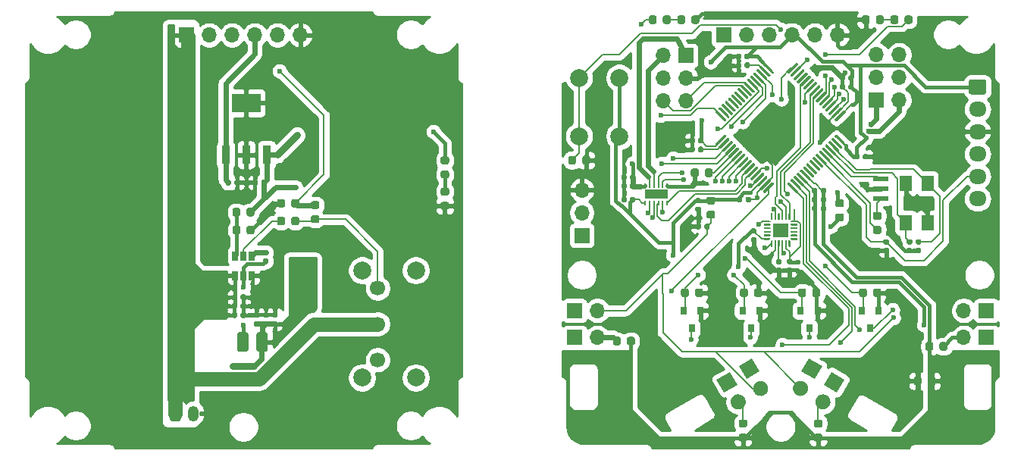
<source format=gbr>
%TF.GenerationSoftware,KiCad,Pcbnew,5.1.6-c6e7f7d~87~ubuntu18.04.1*%
%TF.CreationDate,2020-09-01T11:59:09+09:00*%
%TF.ProjectId,m5mouse,6d356d6f-7573-4652-9e6b-696361645f70,rev?*%
%TF.SameCoordinates,PX4c4b400PY8583b00*%
%TF.FileFunction,Copper,L2,Bot*%
%TF.FilePolarity,Positive*%
%FSLAX46Y46*%
G04 Gerber Fmt 4.6, Leading zero omitted, Abs format (unit mm)*
G04 Created by KiCad (PCBNEW 5.1.6-c6e7f7d~87~ubuntu18.04.1) date 2020-09-01 11:59:09*
%MOMM*%
%LPD*%
G01*
G04 APERTURE LIST*
%TA.AperFunction,SMDPad,CuDef*%
%ADD10R,3.250000X2.150000*%
%TD*%
%TA.AperFunction,SMDPad,CuDef*%
%ADD11R,0.950000X2.150000*%
%TD*%
%TA.AperFunction,ComponentPad*%
%ADD12O,1.950000X1.700000*%
%TD*%
%TA.AperFunction,ComponentPad*%
%ADD13O,1.700000X1.700000*%
%TD*%
%TA.AperFunction,ComponentPad*%
%ADD14R,1.700000X1.700000*%
%TD*%
%TA.AperFunction,SMDPad,CuDef*%
%ADD15R,0.800000X0.900000*%
%TD*%
%TA.AperFunction,ComponentPad*%
%ADD16C,2.000000*%
%TD*%
%TA.AperFunction,ComponentPad*%
%ADD17C,1.700000*%
%TD*%
%TA.AperFunction,SMDPad,CuDef*%
%ADD18R,0.650000X1.060000*%
%TD*%
%TA.AperFunction,SMDPad,CuDef*%
%ADD19R,0.250000X0.500000*%
%TD*%
%TA.AperFunction,SMDPad,CuDef*%
%ADD20R,2.650000X1.000000*%
%TD*%
%TA.AperFunction,SMDPad,CuDef*%
%ADD21R,1.700000X0.500000*%
%TD*%
%TA.AperFunction,SMDPad,CuDef*%
%ADD22R,1.400000X1.800000*%
%TD*%
%TA.AperFunction,SMDPad,CuDef*%
%ADD23C,0.100000*%
%TD*%
%TA.AperFunction,SMDPad,CuDef*%
%ADD24R,1.750000X1.600000*%
%TD*%
%TA.AperFunction,ComponentPad*%
%ADD25C,0.100000*%
%TD*%
%TA.AperFunction,ComponentPad*%
%ADD26O,1.200000X1.750000*%
%TD*%
%TA.AperFunction,ViaPad*%
%ADD27C,0.600000*%
%TD*%
%TA.AperFunction,Conductor*%
%ADD28C,0.400000*%
%TD*%
%TA.AperFunction,Conductor*%
%ADD29C,0.200000*%
%TD*%
%TA.AperFunction,Conductor*%
%ADD30C,0.600000*%
%TD*%
%TA.AperFunction,Conductor*%
%ADD31C,1.600000*%
%TD*%
%TA.AperFunction,Conductor*%
%ADD32C,0.800000*%
%TD*%
%TA.AperFunction,Conductor*%
%ADD33C,0.152400*%
%TD*%
%TA.AperFunction,Conductor*%
%ADD34C,0.254000*%
%TD*%
G04 APERTURE END LIST*
%TO.P,C1,2*%
%TO.N,GND*%
%TA.AperFunction,SMDPad,CuDef*%
G36*
G01*
X24675000Y15327500D02*
X24675000Y15672500D01*
G75*
G02*
X24822500Y15820000I147500J0D01*
G01*
X25117500Y15820000D01*
G75*
G02*
X25265000Y15672500I0J-147500D01*
G01*
X25265000Y15327500D01*
G75*
G02*
X25117500Y15180000I-147500J0D01*
G01*
X24822500Y15180000D01*
G75*
G02*
X24675000Y15327500I0J147500D01*
G01*
G37*
%TD.AperFunction*%
%TO.P,C1,1*%
%TO.N,VIN*%
%TA.AperFunction,SMDPad,CuDef*%
G36*
G01*
X23705000Y15327500D02*
X23705000Y15672500D01*
G75*
G02*
X23852500Y15820000I147500J0D01*
G01*
X24147500Y15820000D01*
G75*
G02*
X24295000Y15672500I0J-147500D01*
G01*
X24295000Y15327500D01*
G75*
G02*
X24147500Y15180000I-147500J0D01*
G01*
X23852500Y15180000D01*
G75*
G02*
X23705000Y15327500I0J147500D01*
G01*
G37*
%TD.AperFunction*%
%TD*%
%TO.P,C2,2*%
%TO.N,GND*%
%TA.AperFunction,SMDPad,CuDef*%
G36*
G01*
X24690000Y16327500D02*
X24690000Y16672500D01*
G75*
G02*
X24837500Y16820000I147500J0D01*
G01*
X25132500Y16820000D01*
G75*
G02*
X25280000Y16672500I0J-147500D01*
G01*
X25280000Y16327500D01*
G75*
G02*
X25132500Y16180000I-147500J0D01*
G01*
X24837500Y16180000D01*
G75*
G02*
X24690000Y16327500I0J147500D01*
G01*
G37*
%TD.AperFunction*%
%TO.P,C2,1*%
%TO.N,VIN*%
%TA.AperFunction,SMDPad,CuDef*%
G36*
G01*
X23720000Y16327500D02*
X23720000Y16672500D01*
G75*
G02*
X23867500Y16820000I147500J0D01*
G01*
X24162500Y16820000D01*
G75*
G02*
X24310000Y16672500I0J-147500D01*
G01*
X24310000Y16327500D01*
G75*
G02*
X24162500Y16180000I-147500J0D01*
G01*
X23867500Y16180000D01*
G75*
G02*
X23720000Y16327500I0J147500D01*
G01*
G37*
%TD.AperFunction*%
%TD*%
%TO.P,C3,1*%
%TO.N,VIN*%
%TA.AperFunction,SMDPad,CuDef*%
G36*
G01*
X23720000Y17327500D02*
X23720000Y17672500D01*
G75*
G02*
X23867500Y17820000I147500J0D01*
G01*
X24162500Y17820000D01*
G75*
G02*
X24310000Y17672500I0J-147500D01*
G01*
X24310000Y17327500D01*
G75*
G02*
X24162500Y17180000I-147500J0D01*
G01*
X23867500Y17180000D01*
G75*
G02*
X23720000Y17327500I0J147500D01*
G01*
G37*
%TD.AperFunction*%
%TO.P,C3,2*%
%TO.N,GND*%
%TA.AperFunction,SMDPad,CuDef*%
G36*
G01*
X24690000Y17327500D02*
X24690000Y17672500D01*
G75*
G02*
X24837500Y17820000I147500J0D01*
G01*
X25132500Y17820000D01*
G75*
G02*
X25280000Y17672500I0J-147500D01*
G01*
X25280000Y17327500D01*
G75*
G02*
X25132500Y17180000I-147500J0D01*
G01*
X24837500Y17180000D01*
G75*
G02*
X24690000Y17327500I0J147500D01*
G01*
G37*
%TD.AperFunction*%
%TD*%
%TO.P,C4,2*%
%TO.N,Net-(C4-Pad2)*%
%TA.AperFunction,SMDPad,CuDef*%
G36*
G01*
X27672500Y22190000D02*
X27327500Y22190000D01*
G75*
G02*
X27180000Y22337500I0J147500D01*
G01*
X27180000Y22632500D01*
G75*
G02*
X27327500Y22780000I147500J0D01*
G01*
X27672500Y22780000D01*
G75*
G02*
X27820000Y22632500I0J-147500D01*
G01*
X27820000Y22337500D01*
G75*
G02*
X27672500Y22190000I-147500J0D01*
G01*
G37*
%TD.AperFunction*%
%TO.P,C4,1*%
%TO.N,Net-(C4-Pad1)*%
%TA.AperFunction,SMDPad,CuDef*%
G36*
G01*
X27672500Y21220000D02*
X27327500Y21220000D01*
G75*
G02*
X27180000Y21367500I0J147500D01*
G01*
X27180000Y21662500D01*
G75*
G02*
X27327500Y21810000I147500J0D01*
G01*
X27672500Y21810000D01*
G75*
G02*
X27820000Y21662500I0J-147500D01*
G01*
X27820000Y21367500D01*
G75*
G02*
X27672500Y21220000I-147500J0D01*
G01*
G37*
%TD.AperFunction*%
%TD*%
%TO.P,C5,1*%
%TO.N,GND*%
%TA.AperFunction,SMDPad,CuDef*%
G36*
G01*
X28327500Y15780000D02*
X28672500Y15780000D01*
G75*
G02*
X28820000Y15632500I0J-147500D01*
G01*
X28820000Y15337500D01*
G75*
G02*
X28672500Y15190000I-147500J0D01*
G01*
X28327500Y15190000D01*
G75*
G02*
X28180000Y15337500I0J147500D01*
G01*
X28180000Y15632500D01*
G75*
G02*
X28327500Y15780000I147500J0D01*
G01*
G37*
%TD.AperFunction*%
%TO.P,C5,2*%
%TO.N,+5V*%
%TA.AperFunction,SMDPad,CuDef*%
G36*
G01*
X28327500Y14810000D02*
X28672500Y14810000D01*
G75*
G02*
X28820000Y14662500I0J-147500D01*
G01*
X28820000Y14367500D01*
G75*
G02*
X28672500Y14220000I-147500J0D01*
G01*
X28327500Y14220000D01*
G75*
G02*
X28180000Y14367500I0J147500D01*
G01*
X28180000Y14662500D01*
G75*
G02*
X28327500Y14810000I147500J0D01*
G01*
G37*
%TD.AperFunction*%
%TD*%
%TO.P,C6,1*%
%TO.N,GND*%
%TA.AperFunction,SMDPad,CuDef*%
G36*
G01*
X27327500Y15780000D02*
X27672500Y15780000D01*
G75*
G02*
X27820000Y15632500I0J-147500D01*
G01*
X27820000Y15337500D01*
G75*
G02*
X27672500Y15190000I-147500J0D01*
G01*
X27327500Y15190000D01*
G75*
G02*
X27180000Y15337500I0J147500D01*
G01*
X27180000Y15632500D01*
G75*
G02*
X27327500Y15780000I147500J0D01*
G01*
G37*
%TD.AperFunction*%
%TO.P,C6,2*%
%TO.N,+5V*%
%TA.AperFunction,SMDPad,CuDef*%
G36*
G01*
X27327500Y14810000D02*
X27672500Y14810000D01*
G75*
G02*
X27820000Y14662500I0J-147500D01*
G01*
X27820000Y14367500D01*
G75*
G02*
X27672500Y14220000I-147500J0D01*
G01*
X27327500Y14220000D01*
G75*
G02*
X27180000Y14367500I0J147500D01*
G01*
X27180000Y14662500D01*
G75*
G02*
X27327500Y14810000I147500J0D01*
G01*
G37*
%TD.AperFunction*%
%TD*%
%TO.P,C7,1*%
%TO.N,GND*%
%TA.AperFunction,SMDPad,CuDef*%
G36*
G01*
X26327500Y15780000D02*
X26672500Y15780000D01*
G75*
G02*
X26820000Y15632500I0J-147500D01*
G01*
X26820000Y15337500D01*
G75*
G02*
X26672500Y15190000I-147500J0D01*
G01*
X26327500Y15190000D01*
G75*
G02*
X26180000Y15337500I0J147500D01*
G01*
X26180000Y15632500D01*
G75*
G02*
X26327500Y15780000I147500J0D01*
G01*
G37*
%TD.AperFunction*%
%TO.P,C7,2*%
%TO.N,+5V*%
%TA.AperFunction,SMDPad,CuDef*%
G36*
G01*
X26327500Y14810000D02*
X26672500Y14810000D01*
G75*
G02*
X26820000Y14662500I0J-147500D01*
G01*
X26820000Y14367500D01*
G75*
G02*
X26672500Y14220000I-147500J0D01*
G01*
X26327500Y14220000D01*
G75*
G02*
X26180000Y14367500I0J147500D01*
G01*
X26180000Y14662500D01*
G75*
G02*
X26327500Y14810000I147500J0D01*
G01*
G37*
%TD.AperFunction*%
%TD*%
%TO.P,C8,2*%
%TO.N,GND*%
%TA.AperFunction,SMDPad,CuDef*%
G36*
G01*
X100227500Y23010000D02*
X100572500Y23010000D01*
G75*
G02*
X100720000Y22862500I0J-147500D01*
G01*
X100720000Y22567500D01*
G75*
G02*
X100572500Y22420000I-147500J0D01*
G01*
X100227500Y22420000D01*
G75*
G02*
X100080000Y22567500I0J147500D01*
G01*
X100080000Y22862500D01*
G75*
G02*
X100227500Y23010000I147500J0D01*
G01*
G37*
%TD.AperFunction*%
%TO.P,C8,1*%
%TO.N,Net-(C8-Pad1)*%
%TA.AperFunction,SMDPad,CuDef*%
G36*
G01*
X100227500Y23980000D02*
X100572500Y23980000D01*
G75*
G02*
X100720000Y23832500I0J-147500D01*
G01*
X100720000Y23537500D01*
G75*
G02*
X100572500Y23390000I-147500J0D01*
G01*
X100227500Y23390000D01*
G75*
G02*
X100080000Y23537500I0J147500D01*
G01*
X100080000Y23832500D01*
G75*
G02*
X100227500Y23980000I147500J0D01*
G01*
G37*
%TD.AperFunction*%
%TD*%
%TO.P,C9,1*%
%TO.N,Net-(C9-Pad1)*%
%TA.AperFunction,SMDPad,CuDef*%
G36*
G01*
X99227500Y23980000D02*
X99572500Y23980000D01*
G75*
G02*
X99720000Y23832500I0J-147500D01*
G01*
X99720000Y23537500D01*
G75*
G02*
X99572500Y23390000I-147500J0D01*
G01*
X99227500Y23390000D01*
G75*
G02*
X99080000Y23537500I0J147500D01*
G01*
X99080000Y23832500D01*
G75*
G02*
X99227500Y23980000I147500J0D01*
G01*
G37*
%TD.AperFunction*%
%TO.P,C9,2*%
%TO.N,GND*%
%TA.AperFunction,SMDPad,CuDef*%
G36*
G01*
X99227500Y23010000D02*
X99572500Y23010000D01*
G75*
G02*
X99720000Y22862500I0J-147500D01*
G01*
X99720000Y22567500D01*
G75*
G02*
X99572500Y22420000I-147500J0D01*
G01*
X99227500Y22420000D01*
G75*
G02*
X99080000Y22567500I0J147500D01*
G01*
X99080000Y22862500D01*
G75*
G02*
X99227500Y23010000I147500J0D01*
G01*
G37*
%TD.AperFunction*%
%TD*%
%TO.P,C10,2*%
%TO.N,GND*%
%TA.AperFunction,SMDPad,CuDef*%
G36*
G01*
X92210000Y41172500D02*
X92210000Y40827500D01*
G75*
G02*
X92062500Y40680000I-147500J0D01*
G01*
X91767500Y40680000D01*
G75*
G02*
X91620000Y40827500I0J147500D01*
G01*
X91620000Y41172500D01*
G75*
G02*
X91767500Y41320000I147500J0D01*
G01*
X92062500Y41320000D01*
G75*
G02*
X92210000Y41172500I0J-147500D01*
G01*
G37*
%TD.AperFunction*%
%TO.P,C10,1*%
%TO.N,+3V3*%
%TA.AperFunction,SMDPad,CuDef*%
G36*
G01*
X93180000Y41172500D02*
X93180000Y40827500D01*
G75*
G02*
X93032500Y40680000I-147500J0D01*
G01*
X92737500Y40680000D01*
G75*
G02*
X92590000Y40827500I0J147500D01*
G01*
X92590000Y41172500D01*
G75*
G02*
X92737500Y41320000I147500J0D01*
G01*
X93032500Y41320000D01*
G75*
G02*
X93180000Y41172500I0J-147500D01*
G01*
G37*
%TD.AperFunction*%
%TD*%
%TO.P,C11,1*%
%TO.N,GND*%
%TA.AperFunction,SMDPad,CuDef*%
G36*
G01*
X81680000Y28572500D02*
X81680000Y28227500D01*
G75*
G02*
X81532500Y28080000I-147500J0D01*
G01*
X81237500Y28080000D01*
G75*
G02*
X81090000Y28227500I0J147500D01*
G01*
X81090000Y28572500D01*
G75*
G02*
X81237500Y28720000I147500J0D01*
G01*
X81532500Y28720000D01*
G75*
G02*
X81680000Y28572500I0J-147500D01*
G01*
G37*
%TD.AperFunction*%
%TO.P,C11,2*%
%TO.N,+3V3*%
%TA.AperFunction,SMDPad,CuDef*%
G36*
G01*
X80710000Y28572500D02*
X80710000Y28227500D01*
G75*
G02*
X80562500Y28080000I-147500J0D01*
G01*
X80267500Y28080000D01*
G75*
G02*
X80120000Y28227500I0J147500D01*
G01*
X80120000Y28572500D01*
G75*
G02*
X80267500Y28720000I147500J0D01*
G01*
X80562500Y28720000D01*
G75*
G02*
X80710000Y28572500I0J-147500D01*
G01*
G37*
%TD.AperFunction*%
%TD*%
%TO.P,C12,1*%
%TO.N,GND*%
%TA.AperFunction,SMDPad,CuDef*%
G36*
G01*
X74820000Y34827500D02*
X74820000Y35172500D01*
G75*
G02*
X74967500Y35320000I147500J0D01*
G01*
X75262500Y35320000D01*
G75*
G02*
X75410000Y35172500I0J-147500D01*
G01*
X75410000Y34827500D01*
G75*
G02*
X75262500Y34680000I-147500J0D01*
G01*
X74967500Y34680000D01*
G75*
G02*
X74820000Y34827500I0J147500D01*
G01*
G37*
%TD.AperFunction*%
%TO.P,C12,2*%
%TO.N,+3V3*%
%TA.AperFunction,SMDPad,CuDef*%
G36*
G01*
X75790000Y34827500D02*
X75790000Y35172500D01*
G75*
G02*
X75937500Y35320000I147500J0D01*
G01*
X76232500Y35320000D01*
G75*
G02*
X76380000Y35172500I0J-147500D01*
G01*
X76380000Y34827500D01*
G75*
G02*
X76232500Y34680000I-147500J0D01*
G01*
X75937500Y34680000D01*
G75*
G02*
X75790000Y34827500I0J147500D01*
G01*
G37*
%TD.AperFunction*%
%TD*%
%TO.P,C13,2*%
%TO.N,+3V3*%
%TA.AperFunction,SMDPad,CuDef*%
G36*
G01*
X80990000Y44227500D02*
X80990000Y44572500D01*
G75*
G02*
X81137500Y44720000I147500J0D01*
G01*
X81432500Y44720000D01*
G75*
G02*
X81580000Y44572500I0J-147500D01*
G01*
X81580000Y44227500D01*
G75*
G02*
X81432500Y44080000I-147500J0D01*
G01*
X81137500Y44080000D01*
G75*
G02*
X80990000Y44227500I0J147500D01*
G01*
G37*
%TD.AperFunction*%
%TO.P,C13,1*%
%TO.N,GND*%
%TA.AperFunction,SMDPad,CuDef*%
G36*
G01*
X80020000Y44227500D02*
X80020000Y44572500D01*
G75*
G02*
X80167500Y44720000I147500J0D01*
G01*
X80462500Y44720000D01*
G75*
G02*
X80610000Y44572500I0J-147500D01*
G01*
X80610000Y44227500D01*
G75*
G02*
X80462500Y44080000I-147500J0D01*
G01*
X80167500Y44080000D01*
G75*
G02*
X80020000Y44227500I0J147500D01*
G01*
G37*
%TD.AperFunction*%
%TD*%
%TO.P,C14,1*%
%TO.N,GND*%
%TA.AperFunction,SMDPad,CuDef*%
G36*
G01*
X91620000Y41827500D02*
X91620000Y42172500D01*
G75*
G02*
X91767500Y42320000I147500J0D01*
G01*
X92062500Y42320000D01*
G75*
G02*
X92210000Y42172500I0J-147500D01*
G01*
X92210000Y41827500D01*
G75*
G02*
X92062500Y41680000I-147500J0D01*
G01*
X91767500Y41680000D01*
G75*
G02*
X91620000Y41827500I0J147500D01*
G01*
G37*
%TD.AperFunction*%
%TO.P,C14,2*%
%TO.N,+3V3*%
%TA.AperFunction,SMDPad,CuDef*%
G36*
G01*
X92590000Y41827500D02*
X92590000Y42172500D01*
G75*
G02*
X92737500Y42320000I147500J0D01*
G01*
X93032500Y42320000D01*
G75*
G02*
X93180000Y42172500I0J-147500D01*
G01*
X93180000Y41827500D01*
G75*
G02*
X93032500Y41680000I-147500J0D01*
G01*
X92737500Y41680000D01*
G75*
G02*
X92590000Y41827500I0J147500D01*
G01*
G37*
%TD.AperFunction*%
%TD*%
%TO.P,C15,1*%
%TO.N,GNDA*%
%TA.AperFunction,SMDPad,CuDef*%
G36*
G01*
X90080000Y29572500D02*
X90080000Y29227500D01*
G75*
G02*
X89932500Y29080000I-147500J0D01*
G01*
X89637500Y29080000D01*
G75*
G02*
X89490000Y29227500I0J147500D01*
G01*
X89490000Y29572500D01*
G75*
G02*
X89637500Y29720000I147500J0D01*
G01*
X89932500Y29720000D01*
G75*
G02*
X90080000Y29572500I0J-147500D01*
G01*
G37*
%TD.AperFunction*%
%TO.P,C15,2*%
%TO.N,+3.3VA*%
%TA.AperFunction,SMDPad,CuDef*%
G36*
G01*
X89110000Y29572500D02*
X89110000Y29227500D01*
G75*
G02*
X88962500Y29080000I-147500J0D01*
G01*
X88667500Y29080000D01*
G75*
G02*
X88520000Y29227500I0J147500D01*
G01*
X88520000Y29572500D01*
G75*
G02*
X88667500Y29720000I147500J0D01*
G01*
X88962500Y29720000D01*
G75*
G02*
X89110000Y29572500I0J-147500D01*
G01*
G37*
%TD.AperFunction*%
%TD*%
%TO.P,C16,1*%
%TO.N,GNDA*%
%TA.AperFunction,SMDPad,CuDef*%
G36*
G01*
X90080000Y28572500D02*
X90080000Y28227500D01*
G75*
G02*
X89932500Y28080000I-147500J0D01*
G01*
X89637500Y28080000D01*
G75*
G02*
X89490000Y28227500I0J147500D01*
G01*
X89490000Y28572500D01*
G75*
G02*
X89637500Y28720000I147500J0D01*
G01*
X89932500Y28720000D01*
G75*
G02*
X90080000Y28572500I0J-147500D01*
G01*
G37*
%TD.AperFunction*%
%TO.P,C16,2*%
%TO.N,+3.3VA*%
%TA.AperFunction,SMDPad,CuDef*%
G36*
G01*
X89110000Y28572500D02*
X89110000Y28227500D01*
G75*
G02*
X88962500Y28080000I-147500J0D01*
G01*
X88667500Y28080000D01*
G75*
G02*
X88520000Y28227500I0J147500D01*
G01*
X88520000Y28572500D01*
G75*
G02*
X88667500Y28720000I147500J0D01*
G01*
X88962500Y28720000D01*
G75*
G02*
X89110000Y28572500I0J-147500D01*
G01*
G37*
%TD.AperFunction*%
%TD*%
%TO.P,C17,1*%
%TO.N,GNDA*%
%TA.AperFunction,SMDPad,CuDef*%
G36*
G01*
X90080000Y27572500D02*
X90080000Y27227500D01*
G75*
G02*
X89932500Y27080000I-147500J0D01*
G01*
X89637500Y27080000D01*
G75*
G02*
X89490000Y27227500I0J147500D01*
G01*
X89490000Y27572500D01*
G75*
G02*
X89637500Y27720000I147500J0D01*
G01*
X89932500Y27720000D01*
G75*
G02*
X90080000Y27572500I0J-147500D01*
G01*
G37*
%TD.AperFunction*%
%TO.P,C17,2*%
%TO.N,+3.3VA*%
%TA.AperFunction,SMDPad,CuDef*%
G36*
G01*
X89110000Y27572500D02*
X89110000Y27227500D01*
G75*
G02*
X88962500Y27080000I-147500J0D01*
G01*
X88667500Y27080000D01*
G75*
G02*
X88520000Y27227500I0J147500D01*
G01*
X88520000Y27572500D01*
G75*
G02*
X88667500Y27720000I147500J0D01*
G01*
X88962500Y27720000D01*
G75*
G02*
X89110000Y27572500I0J-147500D01*
G01*
G37*
%TD.AperFunction*%
%TD*%
%TO.P,C18,2*%
%TO.N,GND*%
%TA.AperFunction,SMDPad,CuDef*%
G36*
G01*
X75627500Y27610000D02*
X75972500Y27610000D01*
G75*
G02*
X76120000Y27462500I0J-147500D01*
G01*
X76120000Y27167500D01*
G75*
G02*
X75972500Y27020000I-147500J0D01*
G01*
X75627500Y27020000D01*
G75*
G02*
X75480000Y27167500I0J147500D01*
G01*
X75480000Y27462500D01*
G75*
G02*
X75627500Y27610000I147500J0D01*
G01*
G37*
%TD.AperFunction*%
%TO.P,C18,1*%
%TO.N,+3V3*%
%TA.AperFunction,SMDPad,CuDef*%
G36*
G01*
X75627500Y28580000D02*
X75972500Y28580000D01*
G75*
G02*
X76120000Y28432500I0J-147500D01*
G01*
X76120000Y28137500D01*
G75*
G02*
X75972500Y27990000I-147500J0D01*
G01*
X75627500Y27990000D01*
G75*
G02*
X75480000Y28137500I0J147500D01*
G01*
X75480000Y28432500D01*
G75*
G02*
X75627500Y28580000I147500J0D01*
G01*
G37*
%TD.AperFunction*%
%TD*%
%TO.P,C19,2*%
%TO.N,GND*%
%TA.AperFunction,SMDPad,CuDef*%
G36*
G01*
X76110000Y25572500D02*
X76110000Y25227500D01*
G75*
G02*
X75962500Y25080000I-147500J0D01*
G01*
X75667500Y25080000D01*
G75*
G02*
X75520000Y25227500I0J147500D01*
G01*
X75520000Y25572500D01*
G75*
G02*
X75667500Y25720000I147500J0D01*
G01*
X75962500Y25720000D01*
G75*
G02*
X76110000Y25572500I0J-147500D01*
G01*
G37*
%TD.AperFunction*%
%TO.P,C19,1*%
%TO.N,Net-(C19-Pad1)*%
%TA.AperFunction,SMDPad,CuDef*%
G36*
G01*
X77080000Y25572500D02*
X77080000Y25227500D01*
G75*
G02*
X76932500Y25080000I-147500J0D01*
G01*
X76637500Y25080000D01*
G75*
G02*
X76490000Y25227500I0J147500D01*
G01*
X76490000Y25572500D01*
G75*
G02*
X76637500Y25720000I147500J0D01*
G01*
X76932500Y25720000D01*
G75*
G02*
X77080000Y25572500I0J-147500D01*
G01*
G37*
%TD.AperFunction*%
%TD*%
%TO.P,C20,2*%
%TO.N,GND*%
%TA.AperFunction,SMDPad,CuDef*%
G36*
G01*
X67810000Y30072500D02*
X67810000Y29727500D01*
G75*
G02*
X67662500Y29580000I-147500J0D01*
G01*
X67367500Y29580000D01*
G75*
G02*
X67220000Y29727500I0J147500D01*
G01*
X67220000Y30072500D01*
G75*
G02*
X67367500Y30220000I147500J0D01*
G01*
X67662500Y30220000D01*
G75*
G02*
X67810000Y30072500I0J-147500D01*
G01*
G37*
%TD.AperFunction*%
%TO.P,C20,1*%
%TO.N,VIN*%
%TA.AperFunction,SMDPad,CuDef*%
G36*
G01*
X68780000Y30072500D02*
X68780000Y29727500D01*
G75*
G02*
X68632500Y29580000I-147500J0D01*
G01*
X68337500Y29580000D01*
G75*
G02*
X68190000Y29727500I0J147500D01*
G01*
X68190000Y30072500D01*
G75*
G02*
X68337500Y30220000I147500J0D01*
G01*
X68632500Y30220000D01*
G75*
G02*
X68780000Y30072500I0J-147500D01*
G01*
G37*
%TD.AperFunction*%
%TD*%
%TO.P,C21,2*%
%TO.N,GND*%
%TA.AperFunction,SMDPad,CuDef*%
G36*
G01*
X67810000Y28572500D02*
X67810000Y28227500D01*
G75*
G02*
X67662500Y28080000I-147500J0D01*
G01*
X67367500Y28080000D01*
G75*
G02*
X67220000Y28227500I0J147500D01*
G01*
X67220000Y28572500D01*
G75*
G02*
X67367500Y28720000I147500J0D01*
G01*
X67662500Y28720000D01*
G75*
G02*
X67810000Y28572500I0J-147500D01*
G01*
G37*
%TD.AperFunction*%
%TO.P,C21,1*%
%TO.N,+3V3*%
%TA.AperFunction,SMDPad,CuDef*%
G36*
G01*
X68780000Y28572500D02*
X68780000Y28227500D01*
G75*
G02*
X68632500Y28080000I-147500J0D01*
G01*
X68337500Y28080000D01*
G75*
G02*
X68190000Y28227500I0J147500D01*
G01*
X68190000Y28572500D01*
G75*
G02*
X68337500Y28720000I147500J0D01*
G01*
X68632500Y28720000D01*
G75*
G02*
X68780000Y28572500I0J-147500D01*
G01*
G37*
%TD.AperFunction*%
%TD*%
%TO.P,C22,1*%
%TO.N,NRST*%
%TA.AperFunction,SMDPad,CuDef*%
G36*
G01*
X96627500Y23980000D02*
X96972500Y23980000D01*
G75*
G02*
X97120000Y23832500I0J-147500D01*
G01*
X97120000Y23537500D01*
G75*
G02*
X96972500Y23390000I-147500J0D01*
G01*
X96627500Y23390000D01*
G75*
G02*
X96480000Y23537500I0J147500D01*
G01*
X96480000Y23832500D01*
G75*
G02*
X96627500Y23980000I147500J0D01*
G01*
G37*
%TD.AperFunction*%
%TO.P,C22,2*%
%TO.N,GND*%
%TA.AperFunction,SMDPad,CuDef*%
G36*
G01*
X96627500Y23010000D02*
X96972500Y23010000D01*
G75*
G02*
X97120000Y22862500I0J-147500D01*
G01*
X97120000Y22567500D01*
G75*
G02*
X96972500Y22420000I-147500J0D01*
G01*
X96627500Y22420000D01*
G75*
G02*
X96480000Y22567500I0J147500D01*
G01*
X96480000Y22862500D01*
G75*
G02*
X96627500Y23010000I147500J0D01*
G01*
G37*
%TD.AperFunction*%
%TD*%
%TO.P,C23,2*%
%TO.N,GND*%
%TA.AperFunction,SMDPad,CuDef*%
G36*
G01*
X75410000Y34172500D02*
X75410000Y33827500D01*
G75*
G02*
X75262500Y33680000I-147500J0D01*
G01*
X74967500Y33680000D01*
G75*
G02*
X74820000Y33827500I0J147500D01*
G01*
X74820000Y34172500D01*
G75*
G02*
X74967500Y34320000I147500J0D01*
G01*
X75262500Y34320000D01*
G75*
G02*
X75410000Y34172500I0J-147500D01*
G01*
G37*
%TD.AperFunction*%
%TO.P,C23,1*%
%TO.N,Net-(C23-Pad1)*%
%TA.AperFunction,SMDPad,CuDef*%
G36*
G01*
X76380000Y34172500D02*
X76380000Y33827500D01*
G75*
G02*
X76232500Y33680000I-147500J0D01*
G01*
X75937500Y33680000D01*
G75*
G02*
X75790000Y33827500I0J147500D01*
G01*
X75790000Y34172500D01*
G75*
G02*
X75937500Y34320000I147500J0D01*
G01*
X76232500Y34320000D01*
G75*
G02*
X76380000Y34172500I0J-147500D01*
G01*
G37*
%TD.AperFunction*%
%TD*%
%TO.P,C24,1*%
%TO.N,Net-(C24-Pad1)*%
%TA.AperFunction,SMDPad,CuDef*%
G36*
G01*
X81580000Y43572500D02*
X81580000Y43227500D01*
G75*
G02*
X81432500Y43080000I-147500J0D01*
G01*
X81137500Y43080000D01*
G75*
G02*
X80990000Y43227500I0J147500D01*
G01*
X80990000Y43572500D01*
G75*
G02*
X81137500Y43720000I147500J0D01*
G01*
X81432500Y43720000D01*
G75*
G02*
X81580000Y43572500I0J-147500D01*
G01*
G37*
%TD.AperFunction*%
%TO.P,C24,2*%
%TO.N,GND*%
%TA.AperFunction,SMDPad,CuDef*%
G36*
G01*
X80610000Y43572500D02*
X80610000Y43227500D01*
G75*
G02*
X80462500Y43080000I-147500J0D01*
G01*
X80167500Y43080000D01*
G75*
G02*
X80020000Y43227500I0J147500D01*
G01*
X80020000Y43572500D01*
G75*
G02*
X80167500Y43720000I147500J0D01*
G01*
X80462500Y43720000D01*
G75*
G02*
X80610000Y43572500I0J-147500D01*
G01*
G37*
%TD.AperFunction*%
%TD*%
%TO.P,C25,1*%
%TO.N,VIN*%
%TA.AperFunction,SMDPad,CuDef*%
G36*
G01*
X68780000Y31072500D02*
X68780000Y30727500D01*
G75*
G02*
X68632500Y30580000I-147500J0D01*
G01*
X68337500Y30580000D01*
G75*
G02*
X68190000Y30727500I0J147500D01*
G01*
X68190000Y31072500D01*
G75*
G02*
X68337500Y31220000I147500J0D01*
G01*
X68632500Y31220000D01*
G75*
G02*
X68780000Y31072500I0J-147500D01*
G01*
G37*
%TD.AperFunction*%
%TO.P,C25,2*%
%TO.N,GND*%
%TA.AperFunction,SMDPad,CuDef*%
G36*
G01*
X67810000Y31072500D02*
X67810000Y30727500D01*
G75*
G02*
X67662500Y30580000I-147500J0D01*
G01*
X67367500Y30580000D01*
G75*
G02*
X67220000Y30727500I0J147500D01*
G01*
X67220000Y31072500D01*
G75*
G02*
X67367500Y31220000I147500J0D01*
G01*
X67662500Y31220000D01*
G75*
G02*
X67810000Y31072500I0J-147500D01*
G01*
G37*
%TD.AperFunction*%
%TD*%
%TO.P,C26,2*%
%TO.N,GND*%
%TA.AperFunction,SMDPad,CuDef*%
G36*
G01*
X26610000Y30472500D02*
X26610000Y30127500D01*
G75*
G02*
X26462500Y29980000I-147500J0D01*
G01*
X26167500Y29980000D01*
G75*
G02*
X26020000Y30127500I0J147500D01*
G01*
X26020000Y30472500D01*
G75*
G02*
X26167500Y30620000I147500J0D01*
G01*
X26462500Y30620000D01*
G75*
G02*
X26610000Y30472500I0J-147500D01*
G01*
G37*
%TD.AperFunction*%
%TO.P,C26,1*%
%TO.N,+5V*%
%TA.AperFunction,SMDPad,CuDef*%
G36*
G01*
X27580000Y30472500D02*
X27580000Y30127500D01*
G75*
G02*
X27432500Y29980000I-147500J0D01*
G01*
X27137500Y29980000D01*
G75*
G02*
X26990000Y30127500I0J147500D01*
G01*
X26990000Y30472500D01*
G75*
G02*
X27137500Y30620000I147500J0D01*
G01*
X27432500Y30620000D01*
G75*
G02*
X27580000Y30472500I0J-147500D01*
G01*
G37*
%TD.AperFunction*%
%TD*%
%TO.P,C27,2*%
%TO.N,GND*%
%TA.AperFunction,SMDPad,CuDef*%
G36*
G01*
X23990000Y30127500D02*
X23990000Y30472500D01*
G75*
G02*
X24137500Y30620000I147500J0D01*
G01*
X24432500Y30620000D01*
G75*
G02*
X24580000Y30472500I0J-147500D01*
G01*
X24580000Y30127500D01*
G75*
G02*
X24432500Y29980000I-147500J0D01*
G01*
X24137500Y29980000D01*
G75*
G02*
X23990000Y30127500I0J147500D01*
G01*
G37*
%TD.AperFunction*%
%TO.P,C27,1*%
%TO.N,+3V3*%
%TA.AperFunction,SMDPad,CuDef*%
G36*
G01*
X23020000Y30127500D02*
X23020000Y30472500D01*
G75*
G02*
X23167500Y30620000I147500J0D01*
G01*
X23462500Y30620000D01*
G75*
G02*
X23610000Y30472500I0J-147500D01*
G01*
X23610000Y30127500D01*
G75*
G02*
X23462500Y29980000I-147500J0D01*
G01*
X23167500Y29980000D01*
G75*
G02*
X23020000Y30127500I0J147500D01*
G01*
G37*
%TD.AperFunction*%
%TD*%
%TO.P,C28,2*%
%TO.N,GND*%
%TA.AperFunction,SMDPad,CuDef*%
G36*
G01*
X94190000Y33027500D02*
X94190000Y33372500D01*
G75*
G02*
X94337500Y33520000I147500J0D01*
G01*
X94632500Y33520000D01*
G75*
G02*
X94780000Y33372500I0J-147500D01*
G01*
X94780000Y33027500D01*
G75*
G02*
X94632500Y32880000I-147500J0D01*
G01*
X94337500Y32880000D01*
G75*
G02*
X94190000Y33027500I0J147500D01*
G01*
G37*
%TD.AperFunction*%
%TO.P,C28,1*%
%TO.N,+3V3*%
%TA.AperFunction,SMDPad,CuDef*%
G36*
G01*
X93220000Y33027500D02*
X93220000Y33372500D01*
G75*
G02*
X93367500Y33520000I147500J0D01*
G01*
X93662500Y33520000D01*
G75*
G02*
X93810000Y33372500I0J-147500D01*
G01*
X93810000Y33027500D01*
G75*
G02*
X93662500Y32880000I-147500J0D01*
G01*
X93367500Y32880000D01*
G75*
G02*
X93220000Y33027500I0J147500D01*
G01*
G37*
%TD.AperFunction*%
%TD*%
%TO.P,D1,2*%
%TO.N,Net-(D1-Pad2)*%
%TA.AperFunction,SMDPad,CuDef*%
G36*
G01*
X47756250Y28850000D02*
X47243750Y28850000D01*
G75*
G02*
X47025000Y29068750I0J218750D01*
G01*
X47025000Y29506250D01*
G75*
G02*
X47243750Y29725000I218750J0D01*
G01*
X47756250Y29725000D01*
G75*
G02*
X47975000Y29506250I0J-218750D01*
G01*
X47975000Y29068750D01*
G75*
G02*
X47756250Y28850000I-218750J0D01*
G01*
G37*
%TD.AperFunction*%
%TO.P,D1,1*%
%TO.N,GND*%
%TA.AperFunction,SMDPad,CuDef*%
G36*
G01*
X47756250Y27275000D02*
X47243750Y27275000D01*
G75*
G02*
X47025000Y27493750I0J218750D01*
G01*
X47025000Y27931250D01*
G75*
G02*
X47243750Y28150000I218750J0D01*
G01*
X47756250Y28150000D01*
G75*
G02*
X47975000Y27931250I0J-218750D01*
G01*
X47975000Y27493750D01*
G75*
G02*
X47756250Y27275000I-218750J0D01*
G01*
G37*
%TD.AperFunction*%
%TD*%
%TO.P,D6,1*%
%TO.N,Net-(D6-Pad1)*%
%TA.AperFunction,SMDPad,CuDef*%
G36*
G01*
X97275000Y48243750D02*
X97275000Y48756250D01*
G75*
G02*
X97493750Y48975000I218750J0D01*
G01*
X97931250Y48975000D01*
G75*
G02*
X98150000Y48756250I0J-218750D01*
G01*
X98150000Y48243750D01*
G75*
G02*
X97931250Y48025000I-218750J0D01*
G01*
X97493750Y48025000D01*
G75*
G02*
X97275000Y48243750I0J218750D01*
G01*
G37*
%TD.AperFunction*%
%TO.P,D6,2*%
%TO.N,GPIO10*%
%TA.AperFunction,SMDPad,CuDef*%
G36*
G01*
X98850000Y48243750D02*
X98850000Y48756250D01*
G75*
G02*
X99068750Y48975000I218750J0D01*
G01*
X99506250Y48975000D01*
G75*
G02*
X99725000Y48756250I0J-218750D01*
G01*
X99725000Y48243750D01*
G75*
G02*
X99506250Y48025000I-218750J0D01*
G01*
X99068750Y48025000D01*
G75*
G02*
X98850000Y48243750I0J218750D01*
G01*
G37*
%TD.AperFunction*%
%TD*%
%TO.P,D7,1*%
%TO.N,Net-(D7-Pad1)*%
%TA.AperFunction,SMDPad,CuDef*%
G36*
G01*
X72725000Y48756250D02*
X72725000Y48243750D01*
G75*
G02*
X72506250Y48025000I-218750J0D01*
G01*
X72068750Y48025000D01*
G75*
G02*
X71850000Y48243750I0J218750D01*
G01*
X71850000Y48756250D01*
G75*
G02*
X72068750Y48975000I218750J0D01*
G01*
X72506250Y48975000D01*
G75*
G02*
X72725000Y48756250I0J-218750D01*
G01*
G37*
%TD.AperFunction*%
%TO.P,D7,2*%
%TO.N,GPIO1*%
%TA.AperFunction,SMDPad,CuDef*%
G36*
G01*
X71150000Y48756250D02*
X71150000Y48243750D01*
G75*
G02*
X70931250Y48025000I-218750J0D01*
G01*
X70493750Y48025000D01*
G75*
G02*
X70275000Y48243750I0J218750D01*
G01*
X70275000Y48756250D01*
G75*
G02*
X70493750Y48975000I218750J0D01*
G01*
X70931250Y48975000D01*
G75*
G02*
X71150000Y48756250I0J-218750D01*
G01*
G37*
%TD.AperFunction*%
%TD*%
D10*
%TO.P,IC1,4*%
%TO.N,GND*%
X25300000Y39200000D03*
D11*
%TO.P,IC1,2*%
X25300000Y33400000D03*
%TO.P,IC1,1*%
%TO.N,+5V*%
X27600000Y33400000D03*
%TO.P,IC1,3*%
%TO.N,+3V3*%
X23000000Y33400000D03*
%TD*%
%TO.P,J3,1*%
%TO.N,+3V3*%
%TA.AperFunction,ComponentPad*%
G36*
G01*
X106275000Y41850000D02*
X107725000Y41850000D01*
G75*
G02*
X107975000Y41600000I0J-250000D01*
G01*
X107975000Y40400000D01*
G75*
G02*
X107725000Y40150000I-250000J0D01*
G01*
X106275000Y40150000D01*
G75*
G02*
X106025000Y40400000I0J250000D01*
G01*
X106025000Y41600000D01*
G75*
G02*
X106275000Y41850000I250000J0D01*
G01*
G37*
%TD.AperFunction*%
D12*
%TO.P,J3,2*%
%TO.N,SWCLK*%
X107000000Y38500000D03*
%TO.P,J3,3*%
%TO.N,GND*%
X107000000Y36000000D03*
%TO.P,J3,4*%
%TO.N,SWDIO*%
X107000000Y33500000D03*
%TO.P,J3,5*%
%TO.N,NRST*%
X107000000Y31000000D03*
%TO.P,J3,6*%
%TO.N,SWO*%
X107000000Y28500000D03*
%TD*%
D13*
%TO.P,J4,6*%
%TO.N,TIM4_CH1*%
X98240000Y44580000D03*
%TO.P,J4,5*%
%TO.N,TIM4_CH2*%
X95700000Y44580000D03*
%TO.P,J4,4*%
%TO.N,+5V*%
X98240000Y42040000D03*
%TO.P,J4,3*%
%TO.N,GND*%
X95700000Y42040000D03*
%TO.P,J4,2*%
%TO.N,/Motor_Module/BOUT2*%
X98240000Y39500000D03*
D14*
%TO.P,J4,1*%
%TO.N,/Motor_Module/BOUT1*%
X95700000Y39500000D03*
%TD*%
%TO.P,J5,1*%
%TO.N,/Motor_Module/AOUT1*%
X74400000Y44500000D03*
D13*
%TO.P,J5,2*%
%TO.N,/Motor_Module/AOUT2*%
X71860000Y44500000D03*
%TO.P,J5,3*%
%TO.N,GND*%
X74400000Y41960000D03*
%TO.P,J5,4*%
%TO.N,+5V*%
X71860000Y41960000D03*
%TO.P,J5,5*%
%TO.N,TIM1_CH2*%
X74400000Y39420000D03*
%TO.P,J5,6*%
%TO.N,TIM1_CH1*%
X71860000Y39420000D03*
%TD*%
D14*
%TO.P,J6,1*%
%TO.N,USART3_RX*%
X62800000Y24400000D03*
D13*
%TO.P,J6,2*%
%TO.N,USART3_TX*%
X62800000Y26940000D03*
%TO.P,J6,3*%
%TO.N,GND*%
X62800000Y29480000D03*
%TD*%
D14*
%TO.P,J7,1*%
%TO.N,VIN*%
X18650000Y46800000D03*
D13*
%TO.P,J7,2*%
%TO.N,M5_I2C1_SDA*%
X21190000Y46800000D03*
%TO.P,J7,3*%
%TO.N,M5_I2C1_SCL*%
X23730000Y46800000D03*
%TO.P,J7,4*%
%TO.N,+3V3*%
X26270000Y46800000D03*
%TO.P,J7,5*%
%TO.N,+5V*%
X28810000Y46800000D03*
%TO.P,J7,6*%
%TO.N,GND*%
X31350000Y46800000D03*
%TD*%
D14*
%TO.P,J8,1*%
%TO.N,VIN*%
X78650000Y46800000D03*
D13*
%TO.P,J8,2*%
%TO.N,STM_I2C1_SDA*%
X81190000Y46800000D03*
%TO.P,J8,3*%
%TO.N,STM_I2C1_SCL*%
X83730000Y46800000D03*
%TO.P,J8,4*%
%TO.N,+3V3*%
X86270000Y46800000D03*
%TO.P,J8,5*%
%TO.N,+5V*%
X88810000Y46800000D03*
%TO.P,J8,6*%
%TO.N,GND*%
X91350000Y46800000D03*
%TD*%
%TO.P,L1,1*%
%TO.N,Net-(C4-Pad1)*%
%TA.AperFunction,SMDPad,CuDef*%
G36*
G01*
X24300000Y11650000D02*
X24300000Y13350000D01*
G75*
G02*
X24550000Y13600000I250000J0D01*
G01*
X25300000Y13600000D01*
G75*
G02*
X25550000Y13350000I0J-250000D01*
G01*
X25550000Y11650000D01*
G75*
G02*
X25300000Y11400000I-250000J0D01*
G01*
X24550000Y11400000D01*
G75*
G02*
X24300000Y11650000I0J250000D01*
G01*
G37*
%TD.AperFunction*%
%TO.P,L1,2*%
%TO.N,+5V*%
%TA.AperFunction,SMDPad,CuDef*%
G36*
G01*
X26450000Y11650000D02*
X26450000Y13350000D01*
G75*
G02*
X26700000Y13600000I250000J0D01*
G01*
X27450000Y13600000D01*
G75*
G02*
X27700000Y13350000I0J-250000D01*
G01*
X27700000Y11650000D01*
G75*
G02*
X27450000Y11400000I-250000J0D01*
G01*
X26700000Y11400000D01*
G75*
G02*
X26450000Y11650000I0J250000D01*
G01*
G37*
%TD.AperFunction*%
%TD*%
D15*
%TO.P,Q1,1*%
%TO.N,GPIO4*%
X94050000Y16000000D03*
%TO.P,Q1,2*%
%TO.N,GND*%
X95950000Y16000000D03*
%TO.P,Q1,3*%
%TO.N,Net-(D2-Pad1)*%
X95000000Y14000000D03*
%TD*%
%TO.P,Q3,3*%
%TO.N,Net-(D3-Pad1)*%
X88200000Y14000000D03*
%TO.P,Q3,2*%
%TO.N,GND*%
X89150000Y16000000D03*
%TO.P,Q3,1*%
%TO.N,GPIO5*%
X87250000Y16000000D03*
%TD*%
%TO.P,Q5,1*%
%TO.N,GPIO2*%
X80750000Y16000000D03*
%TO.P,Q5,2*%
%TO.N,GND*%
X82650000Y16000000D03*
%TO.P,Q5,3*%
%TO.N,Net-(D4-Pad1)*%
X81700000Y14000000D03*
%TD*%
%TO.P,Q7,3*%
%TO.N,Net-(D5-Pad1)*%
X75100000Y14000000D03*
%TO.P,Q7,2*%
%TO.N,GND*%
X76050000Y16000000D03*
%TO.P,Q7,1*%
%TO.N,GPIO3*%
X74150000Y16000000D03*
%TD*%
%TO.P,R1,2*%
%TO.N,Net-(R1-Pad2)*%
%TA.AperFunction,SMDPad,CuDef*%
G36*
G01*
X29650000Y26256250D02*
X29650000Y25743750D01*
G75*
G02*
X29431250Y25525000I-218750J0D01*
G01*
X28993750Y25525000D01*
G75*
G02*
X28775000Y25743750I0J218750D01*
G01*
X28775000Y26256250D01*
G75*
G02*
X28993750Y26475000I218750J0D01*
G01*
X29431250Y26475000D01*
G75*
G02*
X29650000Y26256250I0J-218750D01*
G01*
G37*
%TD.AperFunction*%
%TO.P,R1,1*%
%TO.N,EN*%
%TA.AperFunction,SMDPad,CuDef*%
G36*
G01*
X31225000Y26256250D02*
X31225000Y25743750D01*
G75*
G02*
X31006250Y25525000I-218750J0D01*
G01*
X30568750Y25525000D01*
G75*
G02*
X30350000Y25743750I0J218750D01*
G01*
X30350000Y26256250D01*
G75*
G02*
X30568750Y26475000I218750J0D01*
G01*
X31006250Y26475000D01*
G75*
G02*
X31225000Y26256250I0J-218750D01*
G01*
G37*
%TD.AperFunction*%
%TD*%
%TO.P,R2,1*%
%TO.N,+5V*%
%TA.AperFunction,SMDPad,CuDef*%
G36*
G01*
X26225000Y27256250D02*
X26225000Y26743750D01*
G75*
G02*
X26006250Y26525000I-218750J0D01*
G01*
X25568750Y26525000D01*
G75*
G02*
X25350000Y26743750I0J218750D01*
G01*
X25350000Y27256250D01*
G75*
G02*
X25568750Y27475000I218750J0D01*
G01*
X26006250Y27475000D01*
G75*
G02*
X26225000Y27256250I0J-218750D01*
G01*
G37*
%TD.AperFunction*%
%TO.P,R2,2*%
%TO.N,Net-(R2-Pad2)*%
%TA.AperFunction,SMDPad,CuDef*%
G36*
G01*
X24650000Y27256250D02*
X24650000Y26743750D01*
G75*
G02*
X24431250Y26525000I-218750J0D01*
G01*
X23993750Y26525000D01*
G75*
G02*
X23775000Y26743750I0J218750D01*
G01*
X23775000Y27256250D01*
G75*
G02*
X23993750Y27475000I218750J0D01*
G01*
X24431250Y27475000D01*
G75*
G02*
X24650000Y27256250I0J-218750D01*
G01*
G37*
%TD.AperFunction*%
%TD*%
%TO.P,R3,2*%
%TO.N,GND*%
%TA.AperFunction,SMDPad,CuDef*%
G36*
G01*
X25350000Y24743750D02*
X25350000Y25256250D01*
G75*
G02*
X25568750Y25475000I218750J0D01*
G01*
X26006250Y25475000D01*
G75*
G02*
X26225000Y25256250I0J-218750D01*
G01*
X26225000Y24743750D01*
G75*
G02*
X26006250Y24525000I-218750J0D01*
G01*
X25568750Y24525000D01*
G75*
G02*
X25350000Y24743750I0J218750D01*
G01*
G37*
%TD.AperFunction*%
%TO.P,R3,1*%
%TO.N,Net-(R2-Pad2)*%
%TA.AperFunction,SMDPad,CuDef*%
G36*
G01*
X23775000Y24743750D02*
X23775000Y25256250D01*
G75*
G02*
X23993750Y25475000I218750J0D01*
G01*
X24431250Y25475000D01*
G75*
G02*
X24650000Y25256250I0J-218750D01*
G01*
X24650000Y24743750D01*
G75*
G02*
X24431250Y24525000I-218750J0D01*
G01*
X23993750Y24525000D01*
G75*
G02*
X23775000Y24743750I0J218750D01*
G01*
G37*
%TD.AperFunction*%
%TD*%
%TO.P,R4,1*%
%TO.N,Net-(R4-Pad1)*%
%TA.AperFunction,SMDPad,CuDef*%
G36*
G01*
X96056250Y24575000D02*
X95543750Y24575000D01*
G75*
G02*
X95325000Y24793750I0J218750D01*
G01*
X95325000Y25231250D01*
G75*
G02*
X95543750Y25450000I218750J0D01*
G01*
X96056250Y25450000D01*
G75*
G02*
X96275000Y25231250I0J-218750D01*
G01*
X96275000Y24793750D01*
G75*
G02*
X96056250Y24575000I-218750J0D01*
G01*
G37*
%TD.AperFunction*%
%TO.P,R4,2*%
%TO.N,Net-(R4-Pad2)*%
%TA.AperFunction,SMDPad,CuDef*%
G36*
G01*
X96056250Y26150000D02*
X95543750Y26150000D01*
G75*
G02*
X95325000Y26368750I0J218750D01*
G01*
X95325000Y26806250D01*
G75*
G02*
X95543750Y27025000I218750J0D01*
G01*
X96056250Y27025000D01*
G75*
G02*
X96275000Y26806250I0J-218750D01*
G01*
X96275000Y26368750D01*
G75*
G02*
X96056250Y26150000I-218750J0D01*
G01*
G37*
%TD.AperFunction*%
%TD*%
%TO.P,R5,2*%
%TO.N,+3V3*%
%TA.AperFunction,SMDPad,CuDef*%
G36*
G01*
X77456250Y27850000D02*
X76943750Y27850000D01*
G75*
G02*
X76725000Y28068750I0J218750D01*
G01*
X76725000Y28506250D01*
G75*
G02*
X76943750Y28725000I218750J0D01*
G01*
X77456250Y28725000D01*
G75*
G02*
X77675000Y28506250I0J-218750D01*
G01*
X77675000Y28068750D01*
G75*
G02*
X77456250Y27850000I-218750J0D01*
G01*
G37*
%TD.AperFunction*%
%TO.P,R5,1*%
%TO.N,Net-(C19-Pad1)*%
%TA.AperFunction,SMDPad,CuDef*%
G36*
G01*
X77456250Y26275000D02*
X76943750Y26275000D01*
G75*
G02*
X76725000Y26493750I0J218750D01*
G01*
X76725000Y26931250D01*
G75*
G02*
X76943750Y27150000I218750J0D01*
G01*
X77456250Y27150000D01*
G75*
G02*
X77675000Y26931250I0J-218750D01*
G01*
X77675000Y26493750D01*
G75*
G02*
X77456250Y26275000I-218750J0D01*
G01*
G37*
%TD.AperFunction*%
%TD*%
%TO.P,R6,1*%
%TO.N,GPIO4*%
%TA.AperFunction,SMDPad,CuDef*%
G36*
G01*
X93775000Y17743750D02*
X93775000Y18256250D01*
G75*
G02*
X93993750Y18475000I218750J0D01*
G01*
X94431250Y18475000D01*
G75*
G02*
X94650000Y18256250I0J-218750D01*
G01*
X94650000Y17743750D01*
G75*
G02*
X94431250Y17525000I-218750J0D01*
G01*
X93993750Y17525000D01*
G75*
G02*
X93775000Y17743750I0J218750D01*
G01*
G37*
%TD.AperFunction*%
%TO.P,R6,2*%
%TO.N,GND*%
%TA.AperFunction,SMDPad,CuDef*%
G36*
G01*
X95350000Y17743750D02*
X95350000Y18256250D01*
G75*
G02*
X95568750Y18475000I218750J0D01*
G01*
X96006250Y18475000D01*
G75*
G02*
X96225000Y18256250I0J-218750D01*
G01*
X96225000Y17743750D01*
G75*
G02*
X96006250Y17525000I-218750J0D01*
G01*
X95568750Y17525000D01*
G75*
G02*
X95350000Y17743750I0J218750D01*
G01*
G37*
%TD.AperFunction*%
%TD*%
%TO.P,R7,1*%
%TO.N,ADC1_IN0*%
%TA.AperFunction,SMDPad,CuDef*%
G36*
G01*
X103625000Y12256250D02*
X103625000Y11743750D01*
G75*
G02*
X103406250Y11525000I-218750J0D01*
G01*
X102968750Y11525000D01*
G75*
G02*
X102750000Y11743750I0J218750D01*
G01*
X102750000Y12256250D01*
G75*
G02*
X102968750Y12475000I218750J0D01*
G01*
X103406250Y12475000D01*
G75*
G02*
X103625000Y12256250I0J-218750D01*
G01*
G37*
%TD.AperFunction*%
%TO.P,R7,2*%
%TO.N,GNDA*%
%TA.AperFunction,SMDPad,CuDef*%
G36*
G01*
X102050000Y12256250D02*
X102050000Y11743750D01*
G75*
G02*
X101831250Y11525000I-218750J0D01*
G01*
X101393750Y11525000D01*
G75*
G02*
X101175000Y11743750I0J218750D01*
G01*
X101175000Y12256250D01*
G75*
G02*
X101393750Y12475000I218750J0D01*
G01*
X101831250Y12475000D01*
G75*
G02*
X102050000Y12256250I0J-218750D01*
G01*
G37*
%TD.AperFunction*%
%TD*%
%TO.P,R8,2*%
%TO.N,GND*%
%TA.AperFunction,SMDPad,CuDef*%
G36*
G01*
X88550000Y17743750D02*
X88550000Y18256250D01*
G75*
G02*
X88768750Y18475000I218750J0D01*
G01*
X89206250Y18475000D01*
G75*
G02*
X89425000Y18256250I0J-218750D01*
G01*
X89425000Y17743750D01*
G75*
G02*
X89206250Y17525000I-218750J0D01*
G01*
X88768750Y17525000D01*
G75*
G02*
X88550000Y17743750I0J218750D01*
G01*
G37*
%TD.AperFunction*%
%TO.P,R8,1*%
%TO.N,GPIO5*%
%TA.AperFunction,SMDPad,CuDef*%
G36*
G01*
X86975000Y17743750D02*
X86975000Y18256250D01*
G75*
G02*
X87193750Y18475000I218750J0D01*
G01*
X87631250Y18475000D01*
G75*
G02*
X87850000Y18256250I0J-218750D01*
G01*
X87850000Y17743750D01*
G75*
G02*
X87631250Y17525000I-218750J0D01*
G01*
X87193750Y17525000D01*
G75*
G02*
X86975000Y17743750I0J218750D01*
G01*
G37*
%TD.AperFunction*%
%TD*%
%TO.P,R9,1*%
%TO.N,ADC1_IN1*%
%TA.AperFunction,SMDPad,CuDef*%
G36*
G01*
X88943750Y3825000D02*
X89456250Y3825000D01*
G75*
G02*
X89675000Y3606250I0J-218750D01*
G01*
X89675000Y3168750D01*
G75*
G02*
X89456250Y2950000I-218750J0D01*
G01*
X88943750Y2950000D01*
G75*
G02*
X88725000Y3168750I0J218750D01*
G01*
X88725000Y3606250D01*
G75*
G02*
X88943750Y3825000I218750J0D01*
G01*
G37*
%TD.AperFunction*%
%TO.P,R9,2*%
%TO.N,GNDA*%
%TA.AperFunction,SMDPad,CuDef*%
G36*
G01*
X88943750Y2250000D02*
X89456250Y2250000D01*
G75*
G02*
X89675000Y2031250I0J-218750D01*
G01*
X89675000Y1593750D01*
G75*
G02*
X89456250Y1375000I-218750J0D01*
G01*
X88943750Y1375000D01*
G75*
G02*
X88725000Y1593750I0J218750D01*
G01*
X88725000Y2031250D01*
G75*
G02*
X88943750Y2250000I218750J0D01*
G01*
G37*
%TD.AperFunction*%
%TD*%
%TO.P,R10,2*%
%TO.N,GND*%
%TA.AperFunction,SMDPad,CuDef*%
G36*
G01*
X82050000Y17743750D02*
X82050000Y18256250D01*
G75*
G02*
X82268750Y18475000I218750J0D01*
G01*
X82706250Y18475000D01*
G75*
G02*
X82925000Y18256250I0J-218750D01*
G01*
X82925000Y17743750D01*
G75*
G02*
X82706250Y17525000I-218750J0D01*
G01*
X82268750Y17525000D01*
G75*
G02*
X82050000Y17743750I0J218750D01*
G01*
G37*
%TD.AperFunction*%
%TO.P,R10,1*%
%TO.N,GPIO2*%
%TA.AperFunction,SMDPad,CuDef*%
G36*
G01*
X80475000Y17743750D02*
X80475000Y18256250D01*
G75*
G02*
X80693750Y18475000I218750J0D01*
G01*
X81131250Y18475000D01*
G75*
G02*
X81350000Y18256250I0J-218750D01*
G01*
X81350000Y17743750D01*
G75*
G02*
X81131250Y17525000I-218750J0D01*
G01*
X80693750Y17525000D01*
G75*
G02*
X80475000Y17743750I0J218750D01*
G01*
G37*
%TD.AperFunction*%
%TD*%
%TO.P,R11,1*%
%TO.N,ADC1_IN2*%
%TA.AperFunction,SMDPad,CuDef*%
G36*
G01*
X80543750Y3825000D02*
X81056250Y3825000D01*
G75*
G02*
X81275000Y3606250I0J-218750D01*
G01*
X81275000Y3168750D01*
G75*
G02*
X81056250Y2950000I-218750J0D01*
G01*
X80543750Y2950000D01*
G75*
G02*
X80325000Y3168750I0J218750D01*
G01*
X80325000Y3606250D01*
G75*
G02*
X80543750Y3825000I218750J0D01*
G01*
G37*
%TD.AperFunction*%
%TO.P,R11,2*%
%TO.N,GNDA*%
%TA.AperFunction,SMDPad,CuDef*%
G36*
G01*
X80543750Y2250000D02*
X81056250Y2250000D01*
G75*
G02*
X81275000Y2031250I0J-218750D01*
G01*
X81275000Y1593750D01*
G75*
G02*
X81056250Y1375000I-218750J0D01*
G01*
X80543750Y1375000D01*
G75*
G02*
X80325000Y1593750I0J218750D01*
G01*
X80325000Y2031250D01*
G75*
G02*
X80543750Y2250000I218750J0D01*
G01*
G37*
%TD.AperFunction*%
%TD*%
%TO.P,R12,2*%
%TO.N,GND*%
%TA.AperFunction,SMDPad,CuDef*%
G36*
G01*
X75450000Y17743750D02*
X75450000Y18256250D01*
G75*
G02*
X75668750Y18475000I218750J0D01*
G01*
X76106250Y18475000D01*
G75*
G02*
X76325000Y18256250I0J-218750D01*
G01*
X76325000Y17743750D01*
G75*
G02*
X76106250Y17525000I-218750J0D01*
G01*
X75668750Y17525000D01*
G75*
G02*
X75450000Y17743750I0J218750D01*
G01*
G37*
%TD.AperFunction*%
%TO.P,R12,1*%
%TO.N,GPIO3*%
%TA.AperFunction,SMDPad,CuDef*%
G36*
G01*
X73875000Y17743750D02*
X73875000Y18256250D01*
G75*
G02*
X74093750Y18475000I218750J0D01*
G01*
X74531250Y18475000D01*
G75*
G02*
X74750000Y18256250I0J-218750D01*
G01*
X74750000Y17743750D01*
G75*
G02*
X74531250Y17525000I-218750J0D01*
G01*
X74093750Y17525000D01*
G75*
G02*
X73875000Y17743750I0J218750D01*
G01*
G37*
%TD.AperFunction*%
%TD*%
%TO.P,R13,1*%
%TO.N,ADC1_IN3*%
%TA.AperFunction,SMDPad,CuDef*%
G36*
G01*
X66275000Y12343750D02*
X66275000Y12856250D01*
G75*
G02*
X66493750Y13075000I218750J0D01*
G01*
X66931250Y13075000D01*
G75*
G02*
X67150000Y12856250I0J-218750D01*
G01*
X67150000Y12343750D01*
G75*
G02*
X66931250Y12125000I-218750J0D01*
G01*
X66493750Y12125000D01*
G75*
G02*
X66275000Y12343750I0J218750D01*
G01*
G37*
%TD.AperFunction*%
%TO.P,R13,2*%
%TO.N,GNDA*%
%TA.AperFunction,SMDPad,CuDef*%
G36*
G01*
X67850000Y12343750D02*
X67850000Y12856250D01*
G75*
G02*
X68068750Y13075000I218750J0D01*
G01*
X68506250Y13075000D01*
G75*
G02*
X68725000Y12856250I0J-218750D01*
G01*
X68725000Y12343750D01*
G75*
G02*
X68506250Y12125000I-218750J0D01*
G01*
X68068750Y12125000D01*
G75*
G02*
X67850000Y12343750I0J218750D01*
G01*
G37*
%TD.AperFunction*%
%TD*%
%TO.P,R14,2*%
%TO.N,GND*%
%TA.AperFunction,SMDPad,CuDef*%
G36*
G01*
X62850000Y32543750D02*
X62850000Y33056250D01*
G75*
G02*
X63068750Y33275000I218750J0D01*
G01*
X63506250Y33275000D01*
G75*
G02*
X63725000Y33056250I0J-218750D01*
G01*
X63725000Y32543750D01*
G75*
G02*
X63506250Y32325000I-218750J0D01*
G01*
X63068750Y32325000D01*
G75*
G02*
X62850000Y32543750I0J218750D01*
G01*
G37*
%TD.AperFunction*%
%TO.P,R14,1*%
%TO.N,BOOT*%
%TA.AperFunction,SMDPad,CuDef*%
G36*
G01*
X61275000Y32543750D02*
X61275000Y33056250D01*
G75*
G02*
X61493750Y33275000I218750J0D01*
G01*
X61931250Y33275000D01*
G75*
G02*
X62150000Y33056250I0J-218750D01*
G01*
X62150000Y32543750D01*
G75*
G02*
X61931250Y32325000I-218750J0D01*
G01*
X61493750Y32325000D01*
G75*
G02*
X61275000Y32543750I0J218750D01*
G01*
G37*
%TD.AperFunction*%
%TD*%
%TO.P,R15,1*%
%TO.N,Net-(D6-Pad1)*%
%TA.AperFunction,SMDPad,CuDef*%
G36*
G01*
X96525000Y48756250D02*
X96525000Y48243750D01*
G75*
G02*
X96306250Y48025000I-218750J0D01*
G01*
X95868750Y48025000D01*
G75*
G02*
X95650000Y48243750I0J218750D01*
G01*
X95650000Y48756250D01*
G75*
G02*
X95868750Y48975000I218750J0D01*
G01*
X96306250Y48975000D01*
G75*
G02*
X96525000Y48756250I0J-218750D01*
G01*
G37*
%TD.AperFunction*%
%TO.P,R15,2*%
%TO.N,GND*%
%TA.AperFunction,SMDPad,CuDef*%
G36*
G01*
X94950000Y48756250D02*
X94950000Y48243750D01*
G75*
G02*
X94731250Y48025000I-218750J0D01*
G01*
X94293750Y48025000D01*
G75*
G02*
X94075000Y48243750I0J218750D01*
G01*
X94075000Y48756250D01*
G75*
G02*
X94293750Y48975000I218750J0D01*
G01*
X94731250Y48975000D01*
G75*
G02*
X94950000Y48756250I0J-218750D01*
G01*
G37*
%TD.AperFunction*%
%TD*%
%TO.P,R16,2*%
%TO.N,GND*%
%TA.AperFunction,SMDPad,CuDef*%
G36*
G01*
X75050000Y48243750D02*
X75050000Y48756250D01*
G75*
G02*
X75268750Y48975000I218750J0D01*
G01*
X75706250Y48975000D01*
G75*
G02*
X75925000Y48756250I0J-218750D01*
G01*
X75925000Y48243750D01*
G75*
G02*
X75706250Y48025000I-218750J0D01*
G01*
X75268750Y48025000D01*
G75*
G02*
X75050000Y48243750I0J218750D01*
G01*
G37*
%TD.AperFunction*%
%TO.P,R16,1*%
%TO.N,Net-(D7-Pad1)*%
%TA.AperFunction,SMDPad,CuDef*%
G36*
G01*
X73475000Y48243750D02*
X73475000Y48756250D01*
G75*
G02*
X73693750Y48975000I218750J0D01*
G01*
X74131250Y48975000D01*
G75*
G02*
X74350000Y48756250I0J-218750D01*
G01*
X74350000Y48243750D01*
G75*
G02*
X74131250Y48025000I-218750J0D01*
G01*
X73693750Y48025000D01*
G75*
G02*
X73475000Y48243750I0J218750D01*
G01*
G37*
%TD.AperFunction*%
%TD*%
%TO.P,R17,1*%
%TO.N,EN*%
%TA.AperFunction,SMDPad,CuDef*%
G36*
G01*
X33256250Y25775000D02*
X32743750Y25775000D01*
G75*
G02*
X32525000Y25993750I0J218750D01*
G01*
X32525000Y26431250D01*
G75*
G02*
X32743750Y26650000I218750J0D01*
G01*
X33256250Y26650000D01*
G75*
G02*
X33475000Y26431250I0J-218750D01*
G01*
X33475000Y25993750D01*
G75*
G02*
X33256250Y25775000I-218750J0D01*
G01*
G37*
%TD.AperFunction*%
%TO.P,R17,2*%
%TO.N,ADC_BAT*%
%TA.AperFunction,SMDPad,CuDef*%
G36*
G01*
X33256250Y27350000D02*
X32743750Y27350000D01*
G75*
G02*
X32525000Y27568750I0J218750D01*
G01*
X32525000Y28006250D01*
G75*
G02*
X32743750Y28225000I218750J0D01*
G01*
X33256250Y28225000D01*
G75*
G02*
X33475000Y28006250I0J-218750D01*
G01*
X33475000Y27568750D01*
G75*
G02*
X33256250Y27350000I-218750J0D01*
G01*
G37*
%TD.AperFunction*%
%TD*%
%TO.P,R18,2*%
%TO.N,GND*%
%TA.AperFunction,SMDPad,CuDef*%
G36*
G01*
X75850000Y31656250D02*
X75850000Y31143750D01*
G75*
G02*
X75631250Y30925000I-218750J0D01*
G01*
X75193750Y30925000D01*
G75*
G02*
X74975000Y31143750I0J218750D01*
G01*
X74975000Y31656250D01*
G75*
G02*
X75193750Y31875000I218750J0D01*
G01*
X75631250Y31875000D01*
G75*
G02*
X75850000Y31656250I0J-218750D01*
G01*
G37*
%TD.AperFunction*%
%TO.P,R18,1*%
%TO.N,Net-(R18-Pad1)*%
%TA.AperFunction,SMDPad,CuDef*%
G36*
G01*
X77425000Y31656250D02*
X77425000Y31143750D01*
G75*
G02*
X77206250Y30925000I-218750J0D01*
G01*
X76768750Y30925000D01*
G75*
G02*
X76550000Y31143750I0J218750D01*
G01*
X76550000Y31656250D01*
G75*
G02*
X76768750Y31875000I218750J0D01*
G01*
X77206250Y31875000D01*
G75*
G02*
X77425000Y31656250I0J-218750D01*
G01*
G37*
%TD.AperFunction*%
%TD*%
%TO.P,R19,2*%
%TO.N,GND*%
%TA.AperFunction,SMDPad,CuDef*%
G36*
G01*
X29650000Y28256250D02*
X29650000Y27743750D01*
G75*
G02*
X29431250Y27525000I-218750J0D01*
G01*
X28993750Y27525000D01*
G75*
G02*
X28775000Y27743750I0J218750D01*
G01*
X28775000Y28256250D01*
G75*
G02*
X28993750Y28475000I218750J0D01*
G01*
X29431250Y28475000D01*
G75*
G02*
X29650000Y28256250I0J-218750D01*
G01*
G37*
%TD.AperFunction*%
%TO.P,R19,1*%
%TO.N,ADC_BAT*%
%TA.AperFunction,SMDPad,CuDef*%
G36*
G01*
X31225000Y28256250D02*
X31225000Y27743750D01*
G75*
G02*
X31006250Y27525000I-218750J0D01*
G01*
X30568750Y27525000D01*
G75*
G02*
X30350000Y27743750I0J218750D01*
G01*
X30350000Y28256250D01*
G75*
G02*
X30568750Y28475000I218750J0D01*
G01*
X31006250Y28475000D01*
G75*
G02*
X31225000Y28256250I0J-218750D01*
G01*
G37*
%TD.AperFunction*%
%TD*%
%TO.P,R20,1*%
%TO.N,+5V*%
%TA.AperFunction,SMDPad,CuDef*%
G36*
G01*
X47243750Y33225000D02*
X47756250Y33225000D01*
G75*
G02*
X47975000Y33006250I0J-218750D01*
G01*
X47975000Y32568750D01*
G75*
G02*
X47756250Y32350000I-218750J0D01*
G01*
X47243750Y32350000D01*
G75*
G02*
X47025000Y32568750I0J218750D01*
G01*
X47025000Y33006250D01*
G75*
G02*
X47243750Y33225000I218750J0D01*
G01*
G37*
%TD.AperFunction*%
%TO.P,R20,2*%
%TO.N,Net-(D1-Pad2)*%
%TA.AperFunction,SMDPad,CuDef*%
G36*
G01*
X47243750Y31650000D02*
X47756250Y31650000D01*
G75*
G02*
X47975000Y31431250I0J-218750D01*
G01*
X47975000Y30993750D01*
G75*
G02*
X47756250Y30775000I-218750J0D01*
G01*
X47243750Y30775000D01*
G75*
G02*
X47025000Y30993750I0J218750D01*
G01*
X47025000Y31431250D01*
G75*
G02*
X47243750Y31650000I218750J0D01*
G01*
G37*
%TD.AperFunction*%
%TD*%
D16*
%TO.P,SW1,*%
%TO.N,*%
X38250000Y20500000D03*
X38250000Y8500000D03*
X44250000Y8500000D03*
X44250000Y20500000D03*
D17*
%TO.P,SW1,1*%
%TO.N,EN*%
X40000000Y18500000D03*
%TO.P,SW1,2*%
%TO.N,VIN*%
X40000000Y14500000D03*
%TO.P,SW1,3*%
%TO.N,Net-(SW1-Pad3)*%
X40000000Y10500000D03*
%TD*%
D16*
%TO.P,SW2,2*%
%TO.N,BOOT*%
X62500000Y35500000D03*
%TO.P,SW2,1*%
%TO.N,+3V3*%
X67000000Y35500000D03*
%TO.P,SW2,2*%
%TO.N,BOOT*%
X62500000Y42000000D03*
%TO.P,SW2,1*%
%TO.N,+3V3*%
X67000000Y42000000D03*
%TD*%
D18*
%TO.P,U1,1*%
%TO.N,GND*%
X25950000Y19900000D03*
%TO.P,U1,2*%
%TO.N,Net-(C4-Pad1)*%
X25000000Y19900000D03*
%TO.P,U1,3*%
%TO.N,VIN*%
X24050000Y19900000D03*
%TO.P,U1,4*%
%TO.N,Net-(R2-Pad2)*%
X24050000Y22100000D03*
%TO.P,U1,6*%
%TO.N,Net-(C4-Pad2)*%
X25950000Y22100000D03*
%TO.P,U1,5*%
%TO.N,Net-(R1-Pad2)*%
X25000000Y22100000D03*
%TD*%
%TO.P,U2,1*%
%TO.N,+3V3*%
%TA.AperFunction,SMDPad,CuDef*%
G36*
G01*
X92265522Y34543844D02*
X92159456Y34437778D01*
G75*
G02*
X92053390Y34437778I-53033J53033D01*
G01*
X91063440Y35427728D01*
G75*
G02*
X91063440Y35533794I53033J53033D01*
G01*
X91169506Y35639860D01*
G75*
G02*
X91275572Y35639860I53033J-53033D01*
G01*
X92265522Y34649910D01*
G75*
G02*
X92265522Y34543844I-53033J-53033D01*
G01*
G37*
%TD.AperFunction*%
%TO.P,U2,2*%
%TO.N,Net-(U2-Pad2)*%
%TA.AperFunction,SMDPad,CuDef*%
G36*
G01*
X91911969Y34190291D02*
X91805903Y34084225D01*
G75*
G02*
X91699837Y34084225I-53033J53033D01*
G01*
X90709887Y35074175D01*
G75*
G02*
X90709887Y35180241I53033J53033D01*
G01*
X90815953Y35286307D01*
G75*
G02*
X90922019Y35286307I53033J-53033D01*
G01*
X91911969Y34296357D01*
G75*
G02*
X91911969Y34190291I-53033J-53033D01*
G01*
G37*
%TD.AperFunction*%
%TO.P,U2,3*%
%TO.N,Net-(C8-Pad1)*%
%TA.AperFunction,SMDPad,CuDef*%
G36*
G01*
X91558416Y33836738D02*
X91452350Y33730672D01*
G75*
G02*
X91346284Y33730672I-53033J53033D01*
G01*
X90356334Y34720622D01*
G75*
G02*
X90356334Y34826688I53033J53033D01*
G01*
X90462400Y34932754D01*
G75*
G02*
X90568466Y34932754I53033J-53033D01*
G01*
X91558416Y33942804D01*
G75*
G02*
X91558416Y33836738I-53033J-53033D01*
G01*
G37*
%TD.AperFunction*%
%TO.P,U2,4*%
%TO.N,Net-(C9-Pad1)*%
%TA.AperFunction,SMDPad,CuDef*%
G36*
G01*
X91204862Y33483184D02*
X91098796Y33377118D01*
G75*
G02*
X90992730Y33377118I-53033J53033D01*
G01*
X90002780Y34367068D01*
G75*
G02*
X90002780Y34473134I53033J53033D01*
G01*
X90108846Y34579200D01*
G75*
G02*
X90214912Y34579200I53033J-53033D01*
G01*
X91204862Y33589250D01*
G75*
G02*
X91204862Y33483184I-53033J-53033D01*
G01*
G37*
%TD.AperFunction*%
%TO.P,U2,5*%
%TO.N,Net-(U2-Pad5)*%
%TA.AperFunction,SMDPad,CuDef*%
G36*
G01*
X90851309Y33129631D02*
X90745243Y33023565D01*
G75*
G02*
X90639177Y33023565I-53033J53033D01*
G01*
X89649227Y34013515D01*
G75*
G02*
X89649227Y34119581I53033J53033D01*
G01*
X89755293Y34225647D01*
G75*
G02*
X89861359Y34225647I53033J-53033D01*
G01*
X90851309Y33235697D01*
G75*
G02*
X90851309Y33129631I-53033J-53033D01*
G01*
G37*
%TD.AperFunction*%
%TO.P,U2,6*%
%TO.N,Net-(R4-Pad1)*%
%TA.AperFunction,SMDPad,CuDef*%
G36*
G01*
X90497755Y32776077D02*
X90391689Y32670011D01*
G75*
G02*
X90285623Y32670011I-53033J53033D01*
G01*
X89295673Y33659961D01*
G75*
G02*
X89295673Y33766027I53033J53033D01*
G01*
X89401739Y33872093D01*
G75*
G02*
X89507805Y33872093I53033J-53033D01*
G01*
X90497755Y32882143D01*
G75*
G02*
X90497755Y32776077I-53033J-53033D01*
G01*
G37*
%TD.AperFunction*%
%TO.P,U2,7*%
%TO.N,NRST*%
%TA.AperFunction,SMDPad,CuDef*%
G36*
G01*
X90144202Y32422524D02*
X90038136Y32316458D01*
G75*
G02*
X89932070Y32316458I-53033J53033D01*
G01*
X88942120Y33306408D01*
G75*
G02*
X88942120Y33412474I53033J53033D01*
G01*
X89048186Y33518540D01*
G75*
G02*
X89154252Y33518540I53033J-53033D01*
G01*
X90144202Y32528590D01*
G75*
G02*
X90144202Y32422524I-53033J-53033D01*
G01*
G37*
%TD.AperFunction*%
%TO.P,U2,8*%
%TO.N,Net-(U2-Pad8)*%
%TA.AperFunction,SMDPad,CuDef*%
G36*
G01*
X89790649Y32068971D02*
X89684583Y31962905D01*
G75*
G02*
X89578517Y31962905I-53033J53033D01*
G01*
X88588567Y32952855D01*
G75*
G02*
X88588567Y33058921I53033J53033D01*
G01*
X88694633Y33164987D01*
G75*
G02*
X88800699Y33164987I53033J-53033D01*
G01*
X89790649Y32175037D01*
G75*
G02*
X89790649Y32068971I-53033J-53033D01*
G01*
G37*
%TD.AperFunction*%
%TO.P,U2,9*%
%TO.N,Net-(U2-Pad9)*%
%TA.AperFunction,SMDPad,CuDef*%
G36*
G01*
X89437095Y31715417D02*
X89331029Y31609351D01*
G75*
G02*
X89224963Y31609351I-53033J53033D01*
G01*
X88235013Y32599301D01*
G75*
G02*
X88235013Y32705367I53033J53033D01*
G01*
X88341079Y32811433D01*
G75*
G02*
X88447145Y32811433I53033J-53033D01*
G01*
X89437095Y31821483D01*
G75*
G02*
X89437095Y31715417I-53033J-53033D01*
G01*
G37*
%TD.AperFunction*%
%TO.P,U2,10*%
%TO.N,Net-(U2-Pad10)*%
%TA.AperFunction,SMDPad,CuDef*%
G36*
G01*
X89083542Y31361864D02*
X88977476Y31255798D01*
G75*
G02*
X88871410Y31255798I-53033J53033D01*
G01*
X87881460Y32245748D01*
G75*
G02*
X87881460Y32351814I53033J53033D01*
G01*
X87987526Y32457880D01*
G75*
G02*
X88093592Y32457880I53033J-53033D01*
G01*
X89083542Y31467930D01*
G75*
G02*
X89083542Y31361864I-53033J-53033D01*
G01*
G37*
%TD.AperFunction*%
%TO.P,U2,11*%
%TO.N,Net-(U2-Pad11)*%
%TA.AperFunction,SMDPad,CuDef*%
G36*
G01*
X88729989Y31008311D02*
X88623923Y30902245D01*
G75*
G02*
X88517857Y30902245I-53033J53033D01*
G01*
X87527907Y31892195D01*
G75*
G02*
X87527907Y31998261I53033J53033D01*
G01*
X87633973Y32104327D01*
G75*
G02*
X87740039Y32104327I53033J-53033D01*
G01*
X88729989Y31114377D01*
G75*
G02*
X88729989Y31008311I-53033J-53033D01*
G01*
G37*
%TD.AperFunction*%
%TO.P,U2,12*%
%TO.N,GNDA*%
%TA.AperFunction,SMDPad,CuDef*%
G36*
G01*
X88376435Y30654757D02*
X88270369Y30548691D01*
G75*
G02*
X88164303Y30548691I-53033J53033D01*
G01*
X87174353Y31538641D01*
G75*
G02*
X87174353Y31644707I53033J53033D01*
G01*
X87280419Y31750773D01*
G75*
G02*
X87386485Y31750773I53033J-53033D01*
G01*
X88376435Y30760823D01*
G75*
G02*
X88376435Y30654757I-53033J-53033D01*
G01*
G37*
%TD.AperFunction*%
%TO.P,U2,13*%
%TO.N,+3.3VA*%
%TA.AperFunction,SMDPad,CuDef*%
G36*
G01*
X88022882Y30301204D02*
X87916816Y30195138D01*
G75*
G02*
X87810750Y30195138I-53033J53033D01*
G01*
X86820800Y31185088D01*
G75*
G02*
X86820800Y31291154I53033J53033D01*
G01*
X86926866Y31397220D01*
G75*
G02*
X87032932Y31397220I53033J-53033D01*
G01*
X88022882Y30407270D01*
G75*
G02*
X88022882Y30301204I-53033J-53033D01*
G01*
G37*
%TD.AperFunction*%
%TO.P,U2,14*%
%TO.N,ADC1_IN0*%
%TA.AperFunction,SMDPad,CuDef*%
G36*
G01*
X87669328Y29947650D02*
X87563262Y29841584D01*
G75*
G02*
X87457196Y29841584I-53033J53033D01*
G01*
X86467246Y30831534D01*
G75*
G02*
X86467246Y30937600I53033J53033D01*
G01*
X86573312Y31043666D01*
G75*
G02*
X86679378Y31043666I53033J-53033D01*
G01*
X87669328Y30053716D01*
G75*
G02*
X87669328Y29947650I-53033J-53033D01*
G01*
G37*
%TD.AperFunction*%
%TO.P,U2,15*%
%TO.N,ADC1_IN1*%
%TA.AperFunction,SMDPad,CuDef*%
G36*
G01*
X87315775Y29594097D02*
X87209709Y29488031D01*
G75*
G02*
X87103643Y29488031I-53033J53033D01*
G01*
X86113693Y30477981D01*
G75*
G02*
X86113693Y30584047I53033J53033D01*
G01*
X86219759Y30690113D01*
G75*
G02*
X86325825Y30690113I53033J-53033D01*
G01*
X87315775Y29700163D01*
G75*
G02*
X87315775Y29594097I-53033J-53033D01*
G01*
G37*
%TD.AperFunction*%
%TO.P,U2,16*%
%TO.N,ADC1_IN2*%
%TA.AperFunction,SMDPad,CuDef*%
G36*
G01*
X86962222Y29240544D02*
X86856156Y29134478D01*
G75*
G02*
X86750090Y29134478I-53033J53033D01*
G01*
X85760140Y30124428D01*
G75*
G02*
X85760140Y30230494I53033J53033D01*
G01*
X85866206Y30336560D01*
G75*
G02*
X85972272Y30336560I53033J-53033D01*
G01*
X86962222Y29346610D01*
G75*
G02*
X86962222Y29240544I-53033J-53033D01*
G01*
G37*
%TD.AperFunction*%
%TO.P,U2,17*%
%TO.N,ADC1_IN3*%
%TA.AperFunction,SMDPad,CuDef*%
G36*
G01*
X84239860Y30124428D02*
X83249910Y29134478D01*
G75*
G02*
X83143844Y29134478I-53033J53033D01*
G01*
X83037778Y29240544D01*
G75*
G02*
X83037778Y29346610I53033J53033D01*
G01*
X84027728Y30336560D01*
G75*
G02*
X84133794Y30336560I53033J-53033D01*
G01*
X84239860Y30230494D01*
G75*
G02*
X84239860Y30124428I-53033J-53033D01*
G01*
G37*
%TD.AperFunction*%
%TO.P,U2,18*%
%TO.N,GND*%
%TA.AperFunction,SMDPad,CuDef*%
G36*
G01*
X83886307Y30477981D02*
X82896357Y29488031D01*
G75*
G02*
X82790291Y29488031I-53033J53033D01*
G01*
X82684225Y29594097D01*
G75*
G02*
X82684225Y29700163I53033J53033D01*
G01*
X83674175Y30690113D01*
G75*
G02*
X83780241Y30690113I53033J-53033D01*
G01*
X83886307Y30584047D01*
G75*
G02*
X83886307Y30477981I-53033J-53033D01*
G01*
G37*
%TD.AperFunction*%
%TO.P,U2,19*%
%TO.N,+3V3*%
%TA.AperFunction,SMDPad,CuDef*%
G36*
G01*
X83532754Y30831534D02*
X82542804Y29841584D01*
G75*
G02*
X82436738Y29841584I-53033J53033D01*
G01*
X82330672Y29947650D01*
G75*
G02*
X82330672Y30053716I53033J53033D01*
G01*
X83320622Y31043666D01*
G75*
G02*
X83426688Y31043666I53033J-53033D01*
G01*
X83532754Y30937600D01*
G75*
G02*
X83532754Y30831534I-53033J-53033D01*
G01*
G37*
%TD.AperFunction*%
%TO.P,U2,20*%
%TO.N,GPIO11*%
%TA.AperFunction,SMDPad,CuDef*%
G36*
G01*
X83179200Y31185088D02*
X82189250Y30195138D01*
G75*
G02*
X82083184Y30195138I-53033J53033D01*
G01*
X81977118Y30301204D01*
G75*
G02*
X81977118Y30407270I53033J53033D01*
G01*
X82967068Y31397220D01*
G75*
G02*
X83073134Y31397220I53033J-53033D01*
G01*
X83179200Y31291154D01*
G75*
G02*
X83179200Y31185088I-53033J-53033D01*
G01*
G37*
%TD.AperFunction*%
%TO.P,U2,21*%
%TO.N,SPI1_SCK*%
%TA.AperFunction,SMDPad,CuDef*%
G36*
G01*
X82825647Y31538641D02*
X81835697Y30548691D01*
G75*
G02*
X81729631Y30548691I-53033J53033D01*
G01*
X81623565Y30654757D01*
G75*
G02*
X81623565Y30760823I53033J53033D01*
G01*
X82613515Y31750773D01*
G75*
G02*
X82719581Y31750773I53033J-53033D01*
G01*
X82825647Y31644707D01*
G75*
G02*
X82825647Y31538641I-53033J-53033D01*
G01*
G37*
%TD.AperFunction*%
%TO.P,U2,22*%
%TO.N,TIM3_CH1*%
%TA.AperFunction,SMDPad,CuDef*%
G36*
G01*
X82472093Y31892195D02*
X81482143Y30902245D01*
G75*
G02*
X81376077Y30902245I-53033J53033D01*
G01*
X81270011Y31008311D01*
G75*
G02*
X81270011Y31114377I53033J53033D01*
G01*
X82259961Y32104327D01*
G75*
G02*
X82366027Y32104327I53033J-53033D01*
G01*
X82472093Y31998261D01*
G75*
G02*
X82472093Y31892195I-53033J-53033D01*
G01*
G37*
%TD.AperFunction*%
%TO.P,U2,23*%
%TO.N,TIM3_CH2*%
%TA.AperFunction,SMDPad,CuDef*%
G36*
G01*
X82118540Y32245748D02*
X81128590Y31255798D01*
G75*
G02*
X81022524Y31255798I-53033J53033D01*
G01*
X80916458Y31361864D01*
G75*
G02*
X80916458Y31467930I53033J53033D01*
G01*
X81906408Y32457880D01*
G75*
G02*
X82012474Y32457880I53033J-53033D01*
G01*
X82118540Y32351814D01*
G75*
G02*
X82118540Y32245748I-53033J-53033D01*
G01*
G37*
%TD.AperFunction*%
%TO.P,U2,24*%
%TO.N,GPIO4*%
%TA.AperFunction,SMDPad,CuDef*%
G36*
G01*
X81764987Y32599301D02*
X80775037Y31609351D01*
G75*
G02*
X80668971Y31609351I-53033J53033D01*
G01*
X80562905Y31715417D01*
G75*
G02*
X80562905Y31821483I53033J53033D01*
G01*
X81552855Y32811433D01*
G75*
G02*
X81658921Y32811433I53033J-53033D01*
G01*
X81764987Y32705367D01*
G75*
G02*
X81764987Y32599301I-53033J-53033D01*
G01*
G37*
%TD.AperFunction*%
%TO.P,U2,25*%
%TO.N,GPIO5*%
%TA.AperFunction,SMDPad,CuDef*%
G36*
G01*
X81411433Y32952855D02*
X80421483Y31962905D01*
G75*
G02*
X80315417Y31962905I-53033J53033D01*
G01*
X80209351Y32068971D01*
G75*
G02*
X80209351Y32175037I53033J53033D01*
G01*
X81199301Y33164987D01*
G75*
G02*
X81305367Y33164987I53033J-53033D01*
G01*
X81411433Y33058921D01*
G75*
G02*
X81411433Y32952855I-53033J-53033D01*
G01*
G37*
%TD.AperFunction*%
%TO.P,U2,26*%
%TO.N,GPIO2*%
%TA.AperFunction,SMDPad,CuDef*%
G36*
G01*
X81057880Y33306408D02*
X80067930Y32316458D01*
G75*
G02*
X79961864Y32316458I-53033J53033D01*
G01*
X79855798Y32422524D01*
G75*
G02*
X79855798Y32528590I53033J53033D01*
G01*
X80845748Y33518540D01*
G75*
G02*
X80951814Y33518540I53033J-53033D01*
G01*
X81057880Y33412474D01*
G75*
G02*
X81057880Y33306408I-53033J-53033D01*
G01*
G37*
%TD.AperFunction*%
%TO.P,U2,27*%
%TO.N,GPIO3*%
%TA.AperFunction,SMDPad,CuDef*%
G36*
G01*
X80704327Y33659961D02*
X79714377Y32670011D01*
G75*
G02*
X79608311Y32670011I-53033J53033D01*
G01*
X79502245Y32776077D01*
G75*
G02*
X79502245Y32882143I53033J53033D01*
G01*
X80492195Y33872093D01*
G75*
G02*
X80598261Y33872093I53033J-53033D01*
G01*
X80704327Y33766027D01*
G75*
G02*
X80704327Y33659961I-53033J-53033D01*
G01*
G37*
%TD.AperFunction*%
%TO.P,U2,28*%
%TO.N,Net-(R18-Pad1)*%
%TA.AperFunction,SMDPad,CuDef*%
G36*
G01*
X80350773Y34013515D02*
X79360823Y33023565D01*
G75*
G02*
X79254757Y33023565I-53033J53033D01*
G01*
X79148691Y33129631D01*
G75*
G02*
X79148691Y33235697I53033J53033D01*
G01*
X80138641Y34225647D01*
G75*
G02*
X80244707Y34225647I53033J-53033D01*
G01*
X80350773Y34119581D01*
G75*
G02*
X80350773Y34013515I-53033J-53033D01*
G01*
G37*
%TD.AperFunction*%
%TO.P,U2,29*%
%TO.N,USART3_TX*%
%TA.AperFunction,SMDPad,CuDef*%
G36*
G01*
X79997220Y34367068D02*
X79007270Y33377118D01*
G75*
G02*
X78901204Y33377118I-53033J53033D01*
G01*
X78795138Y33483184D01*
G75*
G02*
X78795138Y33589250I53033J53033D01*
G01*
X79785088Y34579200D01*
G75*
G02*
X79891154Y34579200I53033J-53033D01*
G01*
X79997220Y34473134D01*
G75*
G02*
X79997220Y34367068I-53033J-53033D01*
G01*
G37*
%TD.AperFunction*%
%TO.P,U2,30*%
%TO.N,USART3_RX*%
%TA.AperFunction,SMDPad,CuDef*%
G36*
G01*
X79643666Y34720622D02*
X78653716Y33730672D01*
G75*
G02*
X78547650Y33730672I-53033J53033D01*
G01*
X78441584Y33836738D01*
G75*
G02*
X78441584Y33942804I53033J53033D01*
G01*
X79431534Y34932754D01*
G75*
G02*
X79537600Y34932754I53033J-53033D01*
G01*
X79643666Y34826688D01*
G75*
G02*
X79643666Y34720622I-53033J-53033D01*
G01*
G37*
%TD.AperFunction*%
%TO.P,U2,31*%
%TO.N,Net-(C23-Pad1)*%
%TA.AperFunction,SMDPad,CuDef*%
G36*
G01*
X79290113Y35074175D02*
X78300163Y34084225D01*
G75*
G02*
X78194097Y34084225I-53033J53033D01*
G01*
X78088031Y34190291D01*
G75*
G02*
X78088031Y34296357I53033J53033D01*
G01*
X79077981Y35286307D01*
G75*
G02*
X79184047Y35286307I53033J-53033D01*
G01*
X79290113Y35180241D01*
G75*
G02*
X79290113Y35074175I-53033J-53033D01*
G01*
G37*
%TD.AperFunction*%
%TO.P,U2,32*%
%TO.N,+3V3*%
%TA.AperFunction,SMDPad,CuDef*%
G36*
G01*
X78936560Y35427728D02*
X77946610Y34437778D01*
G75*
G02*
X77840544Y34437778I-53033J53033D01*
G01*
X77734478Y34543844D01*
G75*
G02*
X77734478Y34649910I53033J53033D01*
G01*
X78724428Y35639860D01*
G75*
G02*
X78830494Y35639860I53033J-53033D01*
G01*
X78936560Y35533794D01*
G75*
G02*
X78936560Y35427728I-53033J-53033D01*
G01*
G37*
%TD.AperFunction*%
%TO.P,U2,33*%
%TO.N,GPIO1*%
%TA.AperFunction,SMDPad,CuDef*%
G36*
G01*
X78936560Y37266206D02*
X78830494Y37160140D01*
G75*
G02*
X78724428Y37160140I-53033J53033D01*
G01*
X77734478Y38150090D01*
G75*
G02*
X77734478Y38256156I53033J53033D01*
G01*
X77840544Y38362222D01*
G75*
G02*
X77946610Y38362222I53033J-53033D01*
G01*
X78936560Y37372272D01*
G75*
G02*
X78936560Y37266206I-53033J-53033D01*
G01*
G37*
%TD.AperFunction*%
%TO.P,U2,34*%
%TO.N,Net-(U2-Pad34)*%
%TA.AperFunction,SMDPad,CuDef*%
G36*
G01*
X79290113Y37619759D02*
X79184047Y37513693D01*
G75*
G02*
X79077981Y37513693I-53033J53033D01*
G01*
X78088031Y38503643D01*
G75*
G02*
X78088031Y38609709I53033J53033D01*
G01*
X78194097Y38715775D01*
G75*
G02*
X78300163Y38715775I53033J-53033D01*
G01*
X79290113Y37725825D01*
G75*
G02*
X79290113Y37619759I-53033J-53033D01*
G01*
G37*
%TD.AperFunction*%
%TO.P,U2,35*%
%TO.N,Net-(U2-Pad35)*%
%TA.AperFunction,SMDPad,CuDef*%
G36*
G01*
X79643666Y37973312D02*
X79537600Y37867246D01*
G75*
G02*
X79431534Y37867246I-53033J53033D01*
G01*
X78441584Y38857196D01*
G75*
G02*
X78441584Y38963262I53033J53033D01*
G01*
X78547650Y39069328D01*
G75*
G02*
X78653716Y39069328I53033J-53033D01*
G01*
X79643666Y38079378D01*
G75*
G02*
X79643666Y37973312I-53033J-53033D01*
G01*
G37*
%TD.AperFunction*%
%TO.P,U2,36*%
%TO.N,Net-(U2-Pad36)*%
%TA.AperFunction,SMDPad,CuDef*%
G36*
G01*
X79997220Y38326866D02*
X79891154Y38220800D01*
G75*
G02*
X79785088Y38220800I-53033J53033D01*
G01*
X78795138Y39210750D01*
G75*
G02*
X78795138Y39316816I53033J53033D01*
G01*
X78901204Y39422882D01*
G75*
G02*
X79007270Y39422882I53033J-53033D01*
G01*
X79997220Y38432932D01*
G75*
G02*
X79997220Y38326866I-53033J-53033D01*
G01*
G37*
%TD.AperFunction*%
%TO.P,U2,37*%
%TO.N,Net-(U2-Pad37)*%
%TA.AperFunction,SMDPad,CuDef*%
G36*
G01*
X80350773Y38680419D02*
X80244707Y38574353D01*
G75*
G02*
X80138641Y38574353I-53033J53033D01*
G01*
X79148691Y39564303D01*
G75*
G02*
X79148691Y39670369I53033J53033D01*
G01*
X79254757Y39776435D01*
G75*
G02*
X79360823Y39776435I53033J-53033D01*
G01*
X80350773Y38786485D01*
G75*
G02*
X80350773Y38680419I-53033J-53033D01*
G01*
G37*
%TD.AperFunction*%
%TO.P,U2,38*%
%TO.N,Net-(U2-Pad38)*%
%TA.AperFunction,SMDPad,CuDef*%
G36*
G01*
X80704327Y39033973D02*
X80598261Y38927907D01*
G75*
G02*
X80492195Y38927907I-53033J53033D01*
G01*
X79502245Y39917857D01*
G75*
G02*
X79502245Y40023923I53033J53033D01*
G01*
X79608311Y40129989D01*
G75*
G02*
X79714377Y40129989I53033J-53033D01*
G01*
X80704327Y39140039D01*
G75*
G02*
X80704327Y39033973I-53033J-53033D01*
G01*
G37*
%TD.AperFunction*%
%TO.P,U2,39*%
%TO.N,Net-(U2-Pad39)*%
%TA.AperFunction,SMDPad,CuDef*%
G36*
G01*
X81057880Y39387526D02*
X80951814Y39281460D01*
G75*
G02*
X80845748Y39281460I-53033J53033D01*
G01*
X79855798Y40271410D01*
G75*
G02*
X79855798Y40377476I53033J53033D01*
G01*
X79961864Y40483542D01*
G75*
G02*
X80067930Y40483542I53033J-53033D01*
G01*
X81057880Y39493592D01*
G75*
G02*
X81057880Y39387526I-53033J-53033D01*
G01*
G37*
%TD.AperFunction*%
%TO.P,U2,40*%
%TO.N,Net-(U2-Pad40)*%
%TA.AperFunction,SMDPad,CuDef*%
G36*
G01*
X81411433Y39741079D02*
X81305367Y39635013D01*
G75*
G02*
X81199301Y39635013I-53033J53033D01*
G01*
X80209351Y40624963D01*
G75*
G02*
X80209351Y40731029I53033J53033D01*
G01*
X80315417Y40837095D01*
G75*
G02*
X80421483Y40837095I53033J-53033D01*
G01*
X81411433Y39847145D01*
G75*
G02*
X81411433Y39741079I-53033J-53033D01*
G01*
G37*
%TD.AperFunction*%
%TO.P,U2,41*%
%TO.N,TIM1_CH1*%
%TA.AperFunction,SMDPad,CuDef*%
G36*
G01*
X81764987Y40094633D02*
X81658921Y39988567D01*
G75*
G02*
X81552855Y39988567I-53033J53033D01*
G01*
X80562905Y40978517D01*
G75*
G02*
X80562905Y41084583I53033J53033D01*
G01*
X80668971Y41190649D01*
G75*
G02*
X80775037Y41190649I53033J-53033D01*
G01*
X81764987Y40200699D01*
G75*
G02*
X81764987Y40094633I-53033J-53033D01*
G01*
G37*
%TD.AperFunction*%
%TO.P,U2,42*%
%TO.N,TIM1_CH2*%
%TA.AperFunction,SMDPad,CuDef*%
G36*
G01*
X82118540Y40448186D02*
X82012474Y40342120D01*
G75*
G02*
X81906408Y40342120I-53033J53033D01*
G01*
X80916458Y41332070D01*
G75*
G02*
X80916458Y41438136I53033J53033D01*
G01*
X81022524Y41544202D01*
G75*
G02*
X81128590Y41544202I53033J-53033D01*
G01*
X82118540Y40554252D01*
G75*
G02*
X82118540Y40448186I-53033J-53033D01*
G01*
G37*
%TD.AperFunction*%
%TO.P,U2,43*%
%TO.N,GPIO6*%
%TA.AperFunction,SMDPad,CuDef*%
G36*
G01*
X82472093Y40801739D02*
X82366027Y40695673D01*
G75*
G02*
X82259961Y40695673I-53033J53033D01*
G01*
X81270011Y41685623D01*
G75*
G02*
X81270011Y41791689I53033J53033D01*
G01*
X81376077Y41897755D01*
G75*
G02*
X81482143Y41897755I53033J-53033D01*
G01*
X82472093Y40907805D01*
G75*
G02*
X82472093Y40801739I-53033J-53033D01*
G01*
G37*
%TD.AperFunction*%
%TO.P,U2,44*%
%TO.N,GPIO7*%
%TA.AperFunction,SMDPad,CuDef*%
G36*
G01*
X82825647Y41155293D02*
X82719581Y41049227D01*
G75*
G02*
X82613515Y41049227I-53033J53033D01*
G01*
X81623565Y42039177D01*
G75*
G02*
X81623565Y42145243I53033J53033D01*
G01*
X81729631Y42251309D01*
G75*
G02*
X81835697Y42251309I53033J-53033D01*
G01*
X82825647Y41261359D01*
G75*
G02*
X82825647Y41155293I-53033J-53033D01*
G01*
G37*
%TD.AperFunction*%
%TO.P,U2,45*%
%TO.N,GPIO8*%
%TA.AperFunction,SMDPad,CuDef*%
G36*
G01*
X83179200Y41508846D02*
X83073134Y41402780D01*
G75*
G02*
X82967068Y41402780I-53033J53033D01*
G01*
X81977118Y42392730D01*
G75*
G02*
X81977118Y42498796I53033J53033D01*
G01*
X82083184Y42604862D01*
G75*
G02*
X82189250Y42604862I53033J-53033D01*
G01*
X83179200Y41614912D01*
G75*
G02*
X83179200Y41508846I-53033J-53033D01*
G01*
G37*
%TD.AperFunction*%
%TO.P,U2,46*%
%TO.N,SWDIO*%
%TA.AperFunction,SMDPad,CuDef*%
G36*
G01*
X83532754Y41862400D02*
X83426688Y41756334D01*
G75*
G02*
X83320622Y41756334I-53033J53033D01*
G01*
X82330672Y42746284D01*
G75*
G02*
X82330672Y42852350I53033J53033D01*
G01*
X82436738Y42958416D01*
G75*
G02*
X82542804Y42958416I53033J-53033D01*
G01*
X83532754Y41968466D01*
G75*
G02*
X83532754Y41862400I-53033J-53033D01*
G01*
G37*
%TD.AperFunction*%
%TO.P,U2,47*%
%TO.N,Net-(C24-Pad1)*%
%TA.AperFunction,SMDPad,CuDef*%
G36*
G01*
X83886307Y42215953D02*
X83780241Y42109887D01*
G75*
G02*
X83674175Y42109887I-53033J53033D01*
G01*
X82684225Y43099837D01*
G75*
G02*
X82684225Y43205903I53033J53033D01*
G01*
X82790291Y43311969D01*
G75*
G02*
X82896357Y43311969I53033J-53033D01*
G01*
X83886307Y42322019D01*
G75*
G02*
X83886307Y42215953I-53033J-53033D01*
G01*
G37*
%TD.AperFunction*%
%TO.P,U2,48*%
%TO.N,+3V3*%
%TA.AperFunction,SMDPad,CuDef*%
G36*
G01*
X84239860Y42569506D02*
X84133794Y42463440D01*
G75*
G02*
X84027728Y42463440I-53033J53033D01*
G01*
X83037778Y43453390D01*
G75*
G02*
X83037778Y43559456I53033J53033D01*
G01*
X83143844Y43665522D01*
G75*
G02*
X83249910Y43665522I53033J-53033D01*
G01*
X84239860Y42675572D01*
G75*
G02*
X84239860Y42569506I-53033J-53033D01*
G01*
G37*
%TD.AperFunction*%
%TO.P,U2,49*%
%TO.N,SWCLK*%
%TA.AperFunction,SMDPad,CuDef*%
G36*
G01*
X86962222Y43453390D02*
X85972272Y42463440D01*
G75*
G02*
X85866206Y42463440I-53033J53033D01*
G01*
X85760140Y42569506D01*
G75*
G02*
X85760140Y42675572I53033J53033D01*
G01*
X86750090Y43665522D01*
G75*
G02*
X86856156Y43665522I53033J-53033D01*
G01*
X86962222Y43559456D01*
G75*
G02*
X86962222Y43453390I-53033J-53033D01*
G01*
G37*
%TD.AperFunction*%
%TO.P,U2,50*%
%TO.N,GPIO10*%
%TA.AperFunction,SMDPad,CuDef*%
G36*
G01*
X87315775Y43099837D02*
X86325825Y42109887D01*
G75*
G02*
X86219759Y42109887I-53033J53033D01*
G01*
X86113693Y42215953D01*
G75*
G02*
X86113693Y42322019I53033J53033D01*
G01*
X87103643Y43311969D01*
G75*
G02*
X87209709Y43311969I53033J-53033D01*
G01*
X87315775Y43205903D01*
G75*
G02*
X87315775Y43099837I-53033J-53033D01*
G01*
G37*
%TD.AperFunction*%
%TO.P,U2,51*%
%TO.N,Net-(U2-Pad51)*%
%TA.AperFunction,SMDPad,CuDef*%
G36*
G01*
X87669328Y42746284D02*
X86679378Y41756334D01*
G75*
G02*
X86573312Y41756334I-53033J53033D01*
G01*
X86467246Y41862400D01*
G75*
G02*
X86467246Y41968466I53033J53033D01*
G01*
X87457196Y42958416D01*
G75*
G02*
X87563262Y42958416I53033J-53033D01*
G01*
X87669328Y42852350D01*
G75*
G02*
X87669328Y42746284I-53033J-53033D01*
G01*
G37*
%TD.AperFunction*%
%TO.P,U2,52*%
%TO.N,Net-(U2-Pad52)*%
%TA.AperFunction,SMDPad,CuDef*%
G36*
G01*
X88022882Y42392730D02*
X87032932Y41402780D01*
G75*
G02*
X86926866Y41402780I-53033J53033D01*
G01*
X86820800Y41508846D01*
G75*
G02*
X86820800Y41614912I53033J53033D01*
G01*
X87810750Y42604862D01*
G75*
G02*
X87916816Y42604862I53033J-53033D01*
G01*
X88022882Y42498796D01*
G75*
G02*
X88022882Y42392730I-53033J-53033D01*
G01*
G37*
%TD.AperFunction*%
%TO.P,U2,53*%
%TO.N,SPI1_CS*%
%TA.AperFunction,SMDPad,CuDef*%
G36*
G01*
X88376435Y42039177D02*
X87386485Y41049227D01*
G75*
G02*
X87280419Y41049227I-53033J53033D01*
G01*
X87174353Y41155293D01*
G75*
G02*
X87174353Y41261359I53033J53033D01*
G01*
X88164303Y42251309D01*
G75*
G02*
X88270369Y42251309I53033J-53033D01*
G01*
X88376435Y42145243D01*
G75*
G02*
X88376435Y42039177I-53033J-53033D01*
G01*
G37*
%TD.AperFunction*%
%TO.P,U2,54*%
%TO.N,Net-(U2-Pad54)*%
%TA.AperFunction,SMDPad,CuDef*%
G36*
G01*
X88729989Y41685623D02*
X87740039Y40695673D01*
G75*
G02*
X87633973Y40695673I-53033J53033D01*
G01*
X87527907Y40801739D01*
G75*
G02*
X87527907Y40907805I53033J53033D01*
G01*
X88517857Y41897755D01*
G75*
G02*
X88623923Y41897755I53033J-53033D01*
G01*
X88729989Y41791689D01*
G75*
G02*
X88729989Y41685623I-53033J-53033D01*
G01*
G37*
%TD.AperFunction*%
%TO.P,U2,55*%
%TO.N,SWO*%
%TA.AperFunction,SMDPad,CuDef*%
G36*
G01*
X89083542Y41332070D02*
X88093592Y40342120D01*
G75*
G02*
X87987526Y40342120I-53033J53033D01*
G01*
X87881460Y40448186D01*
G75*
G02*
X87881460Y40554252I53033J53033D01*
G01*
X88871410Y41544202D01*
G75*
G02*
X88977476Y41544202I53033J-53033D01*
G01*
X89083542Y41438136D01*
G75*
G02*
X89083542Y41332070I-53033J-53033D01*
G01*
G37*
%TD.AperFunction*%
%TO.P,U2,56*%
%TO.N,SPI1_MISO*%
%TA.AperFunction,SMDPad,CuDef*%
G36*
G01*
X89437095Y40978517D02*
X88447145Y39988567D01*
G75*
G02*
X88341079Y39988567I-53033J53033D01*
G01*
X88235013Y40094633D01*
G75*
G02*
X88235013Y40200699I53033J53033D01*
G01*
X89224963Y41190649D01*
G75*
G02*
X89331029Y41190649I53033J-53033D01*
G01*
X89437095Y41084583D01*
G75*
G02*
X89437095Y40978517I-53033J-53033D01*
G01*
G37*
%TD.AperFunction*%
%TO.P,U2,57*%
%TO.N,SPI1_MOSI*%
%TA.AperFunction,SMDPad,CuDef*%
G36*
G01*
X89790649Y40624963D02*
X88800699Y39635013D01*
G75*
G02*
X88694633Y39635013I-53033J53033D01*
G01*
X88588567Y39741079D01*
G75*
G02*
X88588567Y39847145I53033J53033D01*
G01*
X89578517Y40837095D01*
G75*
G02*
X89684583Y40837095I53033J-53033D01*
G01*
X89790649Y40731029D01*
G75*
G02*
X89790649Y40624963I-53033J-53033D01*
G01*
G37*
%TD.AperFunction*%
%TO.P,U2,58*%
%TO.N,TIM4_CH1*%
%TA.AperFunction,SMDPad,CuDef*%
G36*
G01*
X90144202Y40271410D02*
X89154252Y39281460D01*
G75*
G02*
X89048186Y39281460I-53033J53033D01*
G01*
X88942120Y39387526D01*
G75*
G02*
X88942120Y39493592I53033J53033D01*
G01*
X89932070Y40483542D01*
G75*
G02*
X90038136Y40483542I53033J-53033D01*
G01*
X90144202Y40377476D01*
G75*
G02*
X90144202Y40271410I-53033J-53033D01*
G01*
G37*
%TD.AperFunction*%
%TO.P,U2,59*%
%TO.N,TIM4_CH2*%
%TA.AperFunction,SMDPad,CuDef*%
G36*
G01*
X90497755Y39917857D02*
X89507805Y38927907D01*
G75*
G02*
X89401739Y38927907I-53033J53033D01*
G01*
X89295673Y39033973D01*
G75*
G02*
X89295673Y39140039I53033J53033D01*
G01*
X90285623Y40129989D01*
G75*
G02*
X90391689Y40129989I53033J-53033D01*
G01*
X90497755Y40023923D01*
G75*
G02*
X90497755Y39917857I-53033J-53033D01*
G01*
G37*
%TD.AperFunction*%
%TO.P,U2,60*%
%TO.N,BOOT*%
%TA.AperFunction,SMDPad,CuDef*%
G36*
G01*
X90851309Y39564303D02*
X89861359Y38574353D01*
G75*
G02*
X89755293Y38574353I-53033J53033D01*
G01*
X89649227Y38680419D01*
G75*
G02*
X89649227Y38786485I53033J53033D01*
G01*
X90639177Y39776435D01*
G75*
G02*
X90745243Y39776435I53033J-53033D01*
G01*
X90851309Y39670369D01*
G75*
G02*
X90851309Y39564303I-53033J-53033D01*
G01*
G37*
%TD.AperFunction*%
%TO.P,U2,61*%
%TO.N,STM_I2C1_SCL*%
%TA.AperFunction,SMDPad,CuDef*%
G36*
G01*
X91204862Y39210750D02*
X90214912Y38220800D01*
G75*
G02*
X90108846Y38220800I-53033J53033D01*
G01*
X90002780Y38326866D01*
G75*
G02*
X90002780Y38432932I53033J53033D01*
G01*
X90992730Y39422882D01*
G75*
G02*
X91098796Y39422882I53033J-53033D01*
G01*
X91204862Y39316816D01*
G75*
G02*
X91204862Y39210750I-53033J-53033D01*
G01*
G37*
%TD.AperFunction*%
%TO.P,U2,62*%
%TO.N,STM_I2C1_SDA*%
%TA.AperFunction,SMDPad,CuDef*%
G36*
G01*
X91558416Y38857196D02*
X90568466Y37867246D01*
G75*
G02*
X90462400Y37867246I-53033J53033D01*
G01*
X90356334Y37973312D01*
G75*
G02*
X90356334Y38079378I53033J53033D01*
G01*
X91346284Y39069328D01*
G75*
G02*
X91452350Y39069328I53033J-53033D01*
G01*
X91558416Y38963262D01*
G75*
G02*
X91558416Y38857196I-53033J-53033D01*
G01*
G37*
%TD.AperFunction*%
%TO.P,U2,63*%
%TO.N,GND*%
%TA.AperFunction,SMDPad,CuDef*%
G36*
G01*
X91911969Y38503643D02*
X90922019Y37513693D01*
G75*
G02*
X90815953Y37513693I-53033J53033D01*
G01*
X90709887Y37619759D01*
G75*
G02*
X90709887Y37725825I53033J53033D01*
G01*
X91699837Y38715775D01*
G75*
G02*
X91805903Y38715775I53033J-53033D01*
G01*
X91911969Y38609709D01*
G75*
G02*
X91911969Y38503643I-53033J-53033D01*
G01*
G37*
%TD.AperFunction*%
%TO.P,U2,64*%
%TO.N,+3V3*%
%TA.AperFunction,SMDPad,CuDef*%
G36*
G01*
X92265522Y38150090D02*
X91275572Y37160140D01*
G75*
G02*
X91169506Y37160140I-53033J53033D01*
G01*
X91063440Y37266206D01*
G75*
G02*
X91063440Y37372272I53033J53033D01*
G01*
X92053390Y38362222D01*
G75*
G02*
X92159456Y38362222I53033J-53033D01*
G01*
X92265522Y38256156D01*
G75*
G02*
X92265522Y38150090I-53033J-53033D01*
G01*
G37*
%TD.AperFunction*%
%TD*%
D19*
%TO.P,U3,1*%
%TO.N,VIN*%
X69850000Y29950000D03*
%TO.P,U3,2*%
%TO.N,/Motor_Module/AOUT1*%
X70350000Y29950000D03*
%TO.P,U3,3*%
%TO.N,/Motor_Module/AOUT2*%
X70850000Y29950000D03*
%TO.P,U3,4*%
%TO.N,/Motor_Module/BOUT1*%
X71350000Y29950000D03*
%TO.P,U3,5*%
%TO.N,/Motor_Module/BOUT2*%
X71850000Y29950000D03*
%TO.P,U3,6*%
%TO.N,GND*%
X72350000Y29950000D03*
%TO.P,U3,7*%
%TO.N,TIM3_CH2*%
X72350000Y28050000D03*
%TO.P,U3,8*%
%TO.N,GPIO7*%
X71850000Y28050000D03*
%TO.P,U3,9*%
%TO.N,TIM3_CH1*%
X71350000Y28050000D03*
%TO.P,U3,10*%
%TO.N,GPIO6*%
X70850000Y28050000D03*
%TO.P,U3,11*%
%TO.N,GPIO8*%
X70350000Y28050000D03*
%TO.P,U3,12*%
%TO.N,+3V3*%
X69850000Y28050000D03*
D20*
%TO.P,U3,13*%
%TO.N,N/C*%
X71100000Y29000000D03*
%TD*%
D21*
%TO.P,Y1,1*%
%TO.N,Net-(U2-Pad5)*%
X96150000Y30700000D03*
%TO.P,Y1,2*%
%TO.N,GND*%
X96150000Y29600000D03*
%TO.P,Y1,3*%
%TO.N,Net-(R4-Pad2)*%
X96150000Y28500000D03*
%TD*%
D22*
%TO.P,Y2,3*%
%TO.N,Net-(C9-Pad1)*%
X99000000Y25800000D03*
%TO.P,Y2,2*%
%TO.N,GND*%
X101400000Y25800000D03*
%TO.P,Y2,1*%
%TO.N,Net-(C8-Pad1)*%
X101400000Y30200000D03*
%TO.P,Y2,4*%
%TO.N,GND*%
X99000000Y30200000D03*
%TD*%
%TO.P,FB1,1*%
%TO.N,+3V3*%
%TA.AperFunction,SMDPad,CuDef*%
G36*
G01*
X91343750Y28425000D02*
X91856250Y28425000D01*
G75*
G02*
X92075000Y28206250I0J-218750D01*
G01*
X92075000Y27768750D01*
G75*
G02*
X91856250Y27550000I-218750J0D01*
G01*
X91343750Y27550000D01*
G75*
G02*
X91125000Y27768750I0J218750D01*
G01*
X91125000Y28206250D01*
G75*
G02*
X91343750Y28425000I218750J0D01*
G01*
G37*
%TD.AperFunction*%
%TO.P,FB1,2*%
%TO.N,+3.3VA*%
%TA.AperFunction,SMDPad,CuDef*%
G36*
G01*
X91343750Y26850000D02*
X91856250Y26850000D01*
G75*
G02*
X92075000Y26631250I0J-218750D01*
G01*
X92075000Y26193750D01*
G75*
G02*
X91856250Y25975000I-218750J0D01*
G01*
X91343750Y25975000D01*
G75*
G02*
X91125000Y26193750I0J218750D01*
G01*
X91125000Y26631250D01*
G75*
G02*
X91343750Y26850000I218750J0D01*
G01*
G37*
%TD.AperFunction*%
%TD*%
%TO.P,C29,2*%
%TO.N,GND*%
%TA.AperFunction,SMDPad,CuDef*%
G36*
G01*
X85827500Y20810000D02*
X86172500Y20810000D01*
G75*
G02*
X86320000Y20662500I0J-147500D01*
G01*
X86320000Y20367500D01*
G75*
G02*
X86172500Y20220000I-147500J0D01*
G01*
X85827500Y20220000D01*
G75*
G02*
X85680000Y20367500I0J147500D01*
G01*
X85680000Y20662500D01*
G75*
G02*
X85827500Y20810000I147500J0D01*
G01*
G37*
%TD.AperFunction*%
%TO.P,C29,1*%
%TO.N,+3V3*%
%TA.AperFunction,SMDPad,CuDef*%
G36*
G01*
X85827500Y21780000D02*
X86172500Y21780000D01*
G75*
G02*
X86320000Y21632500I0J-147500D01*
G01*
X86320000Y21337500D01*
G75*
G02*
X86172500Y21190000I-147500J0D01*
G01*
X85827500Y21190000D01*
G75*
G02*
X85680000Y21337500I0J147500D01*
G01*
X85680000Y21632500D01*
G75*
G02*
X85827500Y21780000I147500J0D01*
G01*
G37*
%TD.AperFunction*%
%TD*%
%TO.P,C30,1*%
%TO.N,Net-(C30-Pad1)*%
%TA.AperFunction,SMDPad,CuDef*%
G36*
G01*
X84627500Y21780000D02*
X84972500Y21780000D01*
G75*
G02*
X85120000Y21632500I0J-147500D01*
G01*
X85120000Y21337500D01*
G75*
G02*
X84972500Y21190000I-147500J0D01*
G01*
X84627500Y21190000D01*
G75*
G02*
X84480000Y21337500I0J147500D01*
G01*
X84480000Y21632500D01*
G75*
G02*
X84627500Y21780000I147500J0D01*
G01*
G37*
%TD.AperFunction*%
%TO.P,C30,2*%
%TO.N,GND*%
%TA.AperFunction,SMDPad,CuDef*%
G36*
G01*
X84627500Y20810000D02*
X84972500Y20810000D01*
G75*
G02*
X85120000Y20662500I0J-147500D01*
G01*
X85120000Y20367500D01*
G75*
G02*
X84972500Y20220000I-147500J0D01*
G01*
X84627500Y20220000D01*
G75*
G02*
X84480000Y20367500I0J147500D01*
G01*
X84480000Y20662500D01*
G75*
G02*
X84627500Y20810000I147500J0D01*
G01*
G37*
%TD.AperFunction*%
%TD*%
%TO.P,C31,1*%
%TO.N,+3V3*%
%TA.AperFunction,SMDPad,CuDef*%
G36*
G01*
X81827500Y25180000D02*
X82172500Y25180000D01*
G75*
G02*
X82320000Y25032500I0J-147500D01*
G01*
X82320000Y24737500D01*
G75*
G02*
X82172500Y24590000I-147500J0D01*
G01*
X81827500Y24590000D01*
G75*
G02*
X81680000Y24737500I0J147500D01*
G01*
X81680000Y25032500D01*
G75*
G02*
X81827500Y25180000I147500J0D01*
G01*
G37*
%TD.AperFunction*%
%TO.P,C31,2*%
%TO.N,GND*%
%TA.AperFunction,SMDPad,CuDef*%
G36*
G01*
X81827500Y24210000D02*
X82172500Y24210000D01*
G75*
G02*
X82320000Y24062500I0J-147500D01*
G01*
X82320000Y23767500D01*
G75*
G02*
X82172500Y23620000I-147500J0D01*
G01*
X81827500Y23620000D01*
G75*
G02*
X81680000Y23767500I0J147500D01*
G01*
X81680000Y24062500D01*
G75*
G02*
X81827500Y24210000I147500J0D01*
G01*
G37*
%TD.AperFunction*%
%TD*%
%TA.AperFunction,SMDPad,CuDef*%
D23*
%TO.P,U4,1*%
%TO.N,+3V3*%
G36*
X86157196Y25900769D02*
G01*
X86149693Y25903045D01*
X86142777Y25906741D01*
X86136716Y25911716D01*
X86131741Y25917777D01*
X86128045Y25924693D01*
X86125769Y25932196D01*
X86125000Y25940000D01*
X86125000Y25963431D01*
X86125769Y25971235D01*
X86128045Y25978738D01*
X86131741Y25985654D01*
X86136716Y25991715D01*
X86233285Y26088284D01*
X86239346Y26093259D01*
X86246262Y26096955D01*
X86253765Y26099231D01*
X86261569Y26100000D01*
X86835000Y26100000D01*
X86842804Y26099231D01*
X86850307Y26096955D01*
X86857223Y26093259D01*
X86863284Y26088284D01*
X86868259Y26082223D01*
X86871955Y26075307D01*
X86874231Y26067804D01*
X86875000Y26060000D01*
X86875000Y25940000D01*
X86874231Y25932196D01*
X86871955Y25924693D01*
X86868259Y25917777D01*
X86863284Y25911716D01*
X86857223Y25906741D01*
X86850307Y25903045D01*
X86842804Y25900769D01*
X86835000Y25900000D01*
X86165000Y25900000D01*
X86157196Y25900769D01*
G37*
%TD.AperFunction*%
%TO.P,U4,2*%
%TO.N,Net-(U4-Pad2)*%
%TA.AperFunction,SMDPad,CuDef*%
G36*
G01*
X86875000Y25650000D02*
X86875000Y25550000D01*
G75*
G02*
X86825000Y25500000I-50000J0D01*
G01*
X86175000Y25500000D01*
G75*
G02*
X86125000Y25550000I0J50000D01*
G01*
X86125000Y25650000D01*
G75*
G02*
X86175000Y25700000I50000J0D01*
G01*
X86825000Y25700000D01*
G75*
G02*
X86875000Y25650000I0J-50000D01*
G01*
G37*
%TD.AperFunction*%
%TO.P,U4,3*%
%TO.N,Net-(U4-Pad3)*%
%TA.AperFunction,SMDPad,CuDef*%
G36*
G01*
X86875000Y25250000D02*
X86875000Y25150000D01*
G75*
G02*
X86825000Y25100000I-50000J0D01*
G01*
X86175000Y25100000D01*
G75*
G02*
X86125000Y25150000I0J50000D01*
G01*
X86125000Y25250000D01*
G75*
G02*
X86175000Y25300000I50000J0D01*
G01*
X86825000Y25300000D01*
G75*
G02*
X86875000Y25250000I0J-50000D01*
G01*
G37*
%TD.AperFunction*%
%TO.P,U4,4*%
%TO.N,Net-(U4-Pad4)*%
%TA.AperFunction,SMDPad,CuDef*%
G36*
G01*
X86875000Y24850000D02*
X86875000Y24750000D01*
G75*
G02*
X86825000Y24700000I-50000J0D01*
G01*
X86175000Y24700000D01*
G75*
G02*
X86125000Y24750000I0J50000D01*
G01*
X86125000Y24850000D01*
G75*
G02*
X86175000Y24900000I50000J0D01*
G01*
X86825000Y24900000D01*
G75*
G02*
X86875000Y24850000I0J-50000D01*
G01*
G37*
%TD.AperFunction*%
%TO.P,U4,5*%
%TO.N,Net-(U4-Pad5)*%
%TA.AperFunction,SMDPad,CuDef*%
G36*
G01*
X86875000Y24450000D02*
X86875000Y24350000D01*
G75*
G02*
X86825000Y24300000I-50000J0D01*
G01*
X86175000Y24300000D01*
G75*
G02*
X86125000Y24350000I0J50000D01*
G01*
X86125000Y24450000D01*
G75*
G02*
X86175000Y24500000I50000J0D01*
G01*
X86825000Y24500000D01*
G75*
G02*
X86875000Y24450000I0J-50000D01*
G01*
G37*
%TD.AperFunction*%
%TA.AperFunction,SMDPad,CuDef*%
%TO.P,U4,6*%
%TO.N,Net-(U4-Pad6)*%
G36*
X86253765Y23900769D02*
G01*
X86246262Y23903045D01*
X86239346Y23906741D01*
X86233285Y23911716D01*
X86136716Y24008285D01*
X86131741Y24014346D01*
X86128045Y24021262D01*
X86125769Y24028765D01*
X86125000Y24036569D01*
X86125000Y24060000D01*
X86125769Y24067804D01*
X86128045Y24075307D01*
X86131741Y24082223D01*
X86136716Y24088284D01*
X86142777Y24093259D01*
X86149693Y24096955D01*
X86157196Y24099231D01*
X86165000Y24100000D01*
X86835000Y24100000D01*
X86842804Y24099231D01*
X86850307Y24096955D01*
X86857223Y24093259D01*
X86863284Y24088284D01*
X86868259Y24082223D01*
X86871955Y24075307D01*
X86874231Y24067804D01*
X86875000Y24060000D01*
X86875000Y23940000D01*
X86874231Y23932196D01*
X86871955Y23924693D01*
X86868259Y23917777D01*
X86863284Y23911716D01*
X86857223Y23906741D01*
X86850307Y23903045D01*
X86842804Y23900769D01*
X86835000Y23900000D01*
X86261569Y23900000D01*
X86253765Y23900769D01*
G37*
%TD.AperFunction*%
%TA.AperFunction,SMDPad,CuDef*%
%TO.P,U4,7*%
%TO.N,Net-(U4-Pad7)*%
G36*
X85932196Y23125769D02*
G01*
X85924693Y23128045D01*
X85917777Y23131741D01*
X85911716Y23136716D01*
X85906741Y23142777D01*
X85903045Y23149693D01*
X85900769Y23157196D01*
X85900000Y23165000D01*
X85900000Y23835000D01*
X85900769Y23842804D01*
X85903045Y23850307D01*
X85906741Y23857223D01*
X85911716Y23863284D01*
X85917777Y23868259D01*
X85924693Y23871955D01*
X85932196Y23874231D01*
X85940000Y23875000D01*
X85963431Y23875000D01*
X85971235Y23874231D01*
X85978738Y23871955D01*
X85985654Y23868259D01*
X85991715Y23863284D01*
X86088284Y23766715D01*
X86093259Y23760654D01*
X86096955Y23753738D01*
X86099231Y23746235D01*
X86100000Y23738431D01*
X86100000Y23165000D01*
X86099231Y23157196D01*
X86096955Y23149693D01*
X86093259Y23142777D01*
X86088284Y23136716D01*
X86082223Y23131741D01*
X86075307Y23128045D01*
X86067804Y23125769D01*
X86060000Y23125000D01*
X85940000Y23125000D01*
X85932196Y23125769D01*
G37*
%TD.AperFunction*%
%TO.P,U4,8*%
%TO.N,+3V3*%
%TA.AperFunction,SMDPad,CuDef*%
G36*
G01*
X85700000Y23825000D02*
X85700000Y23175000D01*
G75*
G02*
X85650000Y23125000I-50000J0D01*
G01*
X85550000Y23125000D01*
G75*
G02*
X85500000Y23175000I0J50000D01*
G01*
X85500000Y23825000D01*
G75*
G02*
X85550000Y23875000I50000J0D01*
G01*
X85650000Y23875000D01*
G75*
G02*
X85700000Y23825000I0J-50000D01*
G01*
G37*
%TD.AperFunction*%
%TO.P,U4,9*%
%TO.N,SPI1_MOSI*%
%TA.AperFunction,SMDPad,CuDef*%
G36*
G01*
X85300000Y23825000D02*
X85300000Y23175000D01*
G75*
G02*
X85250000Y23125000I-50000J0D01*
G01*
X85150000Y23125000D01*
G75*
G02*
X85100000Y23175000I0J50000D01*
G01*
X85100000Y23825000D01*
G75*
G02*
X85150000Y23875000I50000J0D01*
G01*
X85250000Y23875000D01*
G75*
G02*
X85300000Y23825000I0J-50000D01*
G01*
G37*
%TD.AperFunction*%
%TO.P,U4,10*%
%TO.N,Net-(C30-Pad1)*%
%TA.AperFunction,SMDPad,CuDef*%
G36*
G01*
X84900000Y23825000D02*
X84900000Y23175000D01*
G75*
G02*
X84850000Y23125000I-50000J0D01*
G01*
X84750000Y23125000D01*
G75*
G02*
X84700000Y23175000I0J50000D01*
G01*
X84700000Y23825000D01*
G75*
G02*
X84750000Y23875000I50000J0D01*
G01*
X84850000Y23875000D01*
G75*
G02*
X84900000Y23825000I0J-50000D01*
G01*
G37*
%TD.AperFunction*%
%TO.P,U4,11*%
%TO.N,GND*%
%TA.AperFunction,SMDPad,CuDef*%
G36*
G01*
X84500000Y23825000D02*
X84500000Y23175000D01*
G75*
G02*
X84450000Y23125000I-50000J0D01*
G01*
X84350000Y23125000D01*
G75*
G02*
X84300000Y23175000I0J50000D01*
G01*
X84300000Y23825000D01*
G75*
G02*
X84350000Y23875000I50000J0D01*
G01*
X84450000Y23875000D01*
G75*
G02*
X84500000Y23825000I0J-50000D01*
G01*
G37*
%TD.AperFunction*%
%TA.AperFunction,SMDPad,CuDef*%
%TO.P,U4,12*%
%TO.N,GPIO11*%
G36*
X83932196Y23125769D02*
G01*
X83924693Y23128045D01*
X83917777Y23131741D01*
X83911716Y23136716D01*
X83906741Y23142777D01*
X83903045Y23149693D01*
X83900769Y23157196D01*
X83900000Y23165000D01*
X83900000Y23738431D01*
X83900769Y23746235D01*
X83903045Y23753738D01*
X83906741Y23760654D01*
X83911716Y23766715D01*
X84008285Y23863284D01*
X84014346Y23868259D01*
X84021262Y23871955D01*
X84028765Y23874231D01*
X84036569Y23875000D01*
X84060000Y23875000D01*
X84067804Y23874231D01*
X84075307Y23871955D01*
X84082223Y23868259D01*
X84088284Y23863284D01*
X84093259Y23857223D01*
X84096955Y23850307D01*
X84099231Y23842804D01*
X84100000Y23835000D01*
X84100000Y23165000D01*
X84099231Y23157196D01*
X84096955Y23149693D01*
X84093259Y23142777D01*
X84088284Y23136716D01*
X84082223Y23131741D01*
X84075307Y23128045D01*
X84067804Y23125769D01*
X84060000Y23125000D01*
X83940000Y23125000D01*
X83932196Y23125769D01*
G37*
%TD.AperFunction*%
%TA.AperFunction,SMDPad,CuDef*%
%TO.P,U4,13*%
%TO.N,+3V3*%
G36*
X83157196Y23900769D02*
G01*
X83149693Y23903045D01*
X83142777Y23906741D01*
X83136716Y23911716D01*
X83131741Y23917777D01*
X83128045Y23924693D01*
X83125769Y23932196D01*
X83125000Y23940000D01*
X83125000Y24060000D01*
X83125769Y24067804D01*
X83128045Y24075307D01*
X83131741Y24082223D01*
X83136716Y24088284D01*
X83142777Y24093259D01*
X83149693Y24096955D01*
X83157196Y24099231D01*
X83165000Y24100000D01*
X83835000Y24100000D01*
X83842804Y24099231D01*
X83850307Y24096955D01*
X83857223Y24093259D01*
X83863284Y24088284D01*
X83868259Y24082223D01*
X83871955Y24075307D01*
X83874231Y24067804D01*
X83875000Y24060000D01*
X83875000Y24036569D01*
X83874231Y24028765D01*
X83871955Y24021262D01*
X83868259Y24014346D01*
X83863284Y24008285D01*
X83766715Y23911716D01*
X83760654Y23906741D01*
X83753738Y23903045D01*
X83746235Y23900769D01*
X83738431Y23900000D01*
X83165000Y23900000D01*
X83157196Y23900769D01*
G37*
%TD.AperFunction*%
%TO.P,U4,14*%
%TO.N,Net-(U4-Pad14)*%
%TA.AperFunction,SMDPad,CuDef*%
G36*
G01*
X83875000Y24450000D02*
X83875000Y24350000D01*
G75*
G02*
X83825000Y24300000I-50000J0D01*
G01*
X83175000Y24300000D01*
G75*
G02*
X83125000Y24350000I0J50000D01*
G01*
X83125000Y24450000D01*
G75*
G02*
X83175000Y24500000I50000J0D01*
G01*
X83825000Y24500000D01*
G75*
G02*
X83875000Y24450000I0J-50000D01*
G01*
G37*
%TD.AperFunction*%
%TO.P,U4,15*%
%TO.N,Net-(U4-Pad15)*%
%TA.AperFunction,SMDPad,CuDef*%
G36*
G01*
X83875000Y24850000D02*
X83875000Y24750000D01*
G75*
G02*
X83825000Y24700000I-50000J0D01*
G01*
X83175000Y24700000D01*
G75*
G02*
X83125000Y24750000I0J50000D01*
G01*
X83125000Y24850000D01*
G75*
G02*
X83175000Y24900000I50000J0D01*
G01*
X83825000Y24900000D01*
G75*
G02*
X83875000Y24850000I0J-50000D01*
G01*
G37*
%TD.AperFunction*%
%TO.P,U4,16*%
%TO.N,Net-(U4-Pad16)*%
%TA.AperFunction,SMDPad,CuDef*%
G36*
G01*
X83875000Y25250000D02*
X83875000Y25150000D01*
G75*
G02*
X83825000Y25100000I-50000J0D01*
G01*
X83175000Y25100000D01*
G75*
G02*
X83125000Y25150000I0J50000D01*
G01*
X83125000Y25250000D01*
G75*
G02*
X83175000Y25300000I50000J0D01*
G01*
X83825000Y25300000D01*
G75*
G02*
X83875000Y25250000I0J-50000D01*
G01*
G37*
%TD.AperFunction*%
%TO.P,U4,17*%
%TO.N,Net-(U4-Pad17)*%
%TA.AperFunction,SMDPad,CuDef*%
G36*
G01*
X83875000Y25650000D02*
X83875000Y25550000D01*
G75*
G02*
X83825000Y25500000I-50000J0D01*
G01*
X83175000Y25500000D01*
G75*
G02*
X83125000Y25550000I0J50000D01*
G01*
X83125000Y25650000D01*
G75*
G02*
X83175000Y25700000I50000J0D01*
G01*
X83825000Y25700000D01*
G75*
G02*
X83875000Y25650000I0J-50000D01*
G01*
G37*
%TD.AperFunction*%
%TA.AperFunction,SMDPad,CuDef*%
%TO.P,U4,18*%
%TO.N,GND*%
G36*
X83157196Y25900769D02*
G01*
X83149693Y25903045D01*
X83142777Y25906741D01*
X83136716Y25911716D01*
X83131741Y25917777D01*
X83128045Y25924693D01*
X83125769Y25932196D01*
X83125000Y25940000D01*
X83125000Y26060000D01*
X83125769Y26067804D01*
X83128045Y26075307D01*
X83131741Y26082223D01*
X83136716Y26088284D01*
X83142777Y26093259D01*
X83149693Y26096955D01*
X83157196Y26099231D01*
X83165000Y26100000D01*
X83738431Y26100000D01*
X83746235Y26099231D01*
X83753738Y26096955D01*
X83760654Y26093259D01*
X83766715Y26088284D01*
X83863284Y25991715D01*
X83868259Y25985654D01*
X83871955Y25978738D01*
X83874231Y25971235D01*
X83875000Y25963431D01*
X83875000Y25940000D01*
X83874231Y25932196D01*
X83871955Y25924693D01*
X83868259Y25917777D01*
X83863284Y25911716D01*
X83857223Y25906741D01*
X83850307Y25903045D01*
X83842804Y25900769D01*
X83835000Y25900000D01*
X83165000Y25900000D01*
X83157196Y25900769D01*
G37*
%TD.AperFunction*%
%TA.AperFunction,SMDPad,CuDef*%
%TO.P,U4,19*%
%TO.N,Net-(U4-Pad19)*%
G36*
X84028765Y26125769D02*
G01*
X84021262Y26128045D01*
X84014346Y26131741D01*
X84008285Y26136716D01*
X83911716Y26233285D01*
X83906741Y26239346D01*
X83903045Y26246262D01*
X83900769Y26253765D01*
X83900000Y26261569D01*
X83900000Y26835000D01*
X83900769Y26842804D01*
X83903045Y26850307D01*
X83906741Y26857223D01*
X83911716Y26863284D01*
X83917777Y26868259D01*
X83924693Y26871955D01*
X83932196Y26874231D01*
X83940000Y26875000D01*
X84060000Y26875000D01*
X84067804Y26874231D01*
X84075307Y26871955D01*
X84082223Y26868259D01*
X84088284Y26863284D01*
X84093259Y26857223D01*
X84096955Y26850307D01*
X84099231Y26842804D01*
X84100000Y26835000D01*
X84100000Y26165000D01*
X84099231Y26157196D01*
X84096955Y26149693D01*
X84093259Y26142777D01*
X84088284Y26136716D01*
X84082223Y26131741D01*
X84075307Y26128045D01*
X84067804Y26125769D01*
X84060000Y26125000D01*
X84036569Y26125000D01*
X84028765Y26125769D01*
G37*
%TD.AperFunction*%
%TO.P,U4,20*%
%TO.N,GND*%
%TA.AperFunction,SMDPad,CuDef*%
G36*
G01*
X84500000Y26825000D02*
X84500000Y26175000D01*
G75*
G02*
X84450000Y26125000I-50000J0D01*
G01*
X84350000Y26125000D01*
G75*
G02*
X84300000Y26175000I0J50000D01*
G01*
X84300000Y26825000D01*
G75*
G02*
X84350000Y26875000I50000J0D01*
G01*
X84450000Y26875000D01*
G75*
G02*
X84500000Y26825000I0J-50000D01*
G01*
G37*
%TD.AperFunction*%
%TO.P,U4,21*%
%TO.N,Net-(U4-Pad21)*%
%TA.AperFunction,SMDPad,CuDef*%
G36*
G01*
X84900000Y26825000D02*
X84900000Y26175000D01*
G75*
G02*
X84850000Y26125000I-50000J0D01*
G01*
X84750000Y26125000D01*
G75*
G02*
X84700000Y26175000I0J50000D01*
G01*
X84700000Y26825000D01*
G75*
G02*
X84750000Y26875000I50000J0D01*
G01*
X84850000Y26875000D01*
G75*
G02*
X84900000Y26825000I0J-50000D01*
G01*
G37*
%TD.AperFunction*%
%TO.P,U4,22*%
%TO.N,SPI1_CS*%
%TA.AperFunction,SMDPad,CuDef*%
G36*
G01*
X85300000Y26825000D02*
X85300000Y26175000D01*
G75*
G02*
X85250000Y26125000I-50000J0D01*
G01*
X85150000Y26125000D01*
G75*
G02*
X85100000Y26175000I0J50000D01*
G01*
X85100000Y26825000D01*
G75*
G02*
X85150000Y26875000I50000J0D01*
G01*
X85250000Y26875000D01*
G75*
G02*
X85300000Y26825000I0J-50000D01*
G01*
G37*
%TD.AperFunction*%
%TO.P,U4,23*%
%TO.N,SPI1_SCK*%
%TA.AperFunction,SMDPad,CuDef*%
G36*
G01*
X85700000Y26825000D02*
X85700000Y26175000D01*
G75*
G02*
X85650000Y26125000I-50000J0D01*
G01*
X85550000Y26125000D01*
G75*
G02*
X85500000Y26175000I0J50000D01*
G01*
X85500000Y26825000D01*
G75*
G02*
X85550000Y26875000I50000J0D01*
G01*
X85650000Y26875000D01*
G75*
G02*
X85700000Y26825000I0J-50000D01*
G01*
G37*
%TD.AperFunction*%
%TA.AperFunction,SMDPad,CuDef*%
%TO.P,U4,24*%
%TO.N,SPI1_MISO*%
G36*
X85932196Y26125769D02*
G01*
X85924693Y26128045D01*
X85917777Y26131741D01*
X85911716Y26136716D01*
X85906741Y26142777D01*
X85903045Y26149693D01*
X85900769Y26157196D01*
X85900000Y26165000D01*
X85900000Y26835000D01*
X85900769Y26842804D01*
X85903045Y26850307D01*
X85906741Y26857223D01*
X85911716Y26863284D01*
X85917777Y26868259D01*
X85924693Y26871955D01*
X85932196Y26874231D01*
X85940000Y26875000D01*
X86060000Y26875000D01*
X86067804Y26874231D01*
X86075307Y26871955D01*
X86082223Y26868259D01*
X86088284Y26863284D01*
X86093259Y26857223D01*
X86096955Y26850307D01*
X86099231Y26842804D01*
X86100000Y26835000D01*
X86100000Y26261569D01*
X86099231Y26253765D01*
X86096955Y26246262D01*
X86093259Y26239346D01*
X86088284Y26233285D01*
X85991715Y26136716D01*
X85985654Y26131741D01*
X85978738Y26128045D01*
X85971235Y26125769D01*
X85963431Y26125000D01*
X85940000Y26125000D01*
X85932196Y26125769D01*
G37*
%TD.AperFunction*%
D24*
%TO.P,U4,25*%
%TO.N,N/C*%
X85000000Y25000000D03*
%TD*%
D13*
%TO.P,D2,2*%
%TO.N,Net-(C19-Pad1)*%
X105460000Y16000000D03*
D14*
%TO.P,D2,1*%
%TO.N,Net-(D2-Pad1)*%
X108000000Y16000000D03*
%TD*%
%TA.AperFunction,ComponentPad*%
D25*
%TO.P,D3,1*%
%TO.N,Net-(D3-Pad1)*%
G36*
X89661122Y9811122D02*
G01*
X88811122Y8338878D01*
X87338878Y9188878D01*
X88188878Y10661122D01*
X89661122Y9811122D01*
G37*
%TD.AperFunction*%
%TO.P,D3,2*%
%TO.N,Net-(C19-Pad1)*%
%TA.AperFunction,ComponentPad*%
G36*
G01*
X87966122Y6875295D02*
X87966122Y6875295D01*
G75*
G02*
X86805000Y6564173I-736122J425000D01*
G01*
X86805000Y6564173D01*
G75*
G02*
X86493878Y7725295I425000J736122D01*
G01*
X86493878Y7725295D01*
G75*
G02*
X87655000Y8036417I736122J-425000D01*
G01*
X87655000Y8036417D01*
G75*
G02*
X87966122Y6875295I-425000J-736122D01*
G01*
G37*
%TD.AperFunction*%
%TD*%
%TO.P,D4,2*%
%TO.N,Net-(C19-Pad1)*%
%TA.AperFunction,ComponentPad*%
G36*
G01*
X83506122Y7725295D02*
X83506122Y7725295D01*
G75*
G02*
X83195000Y6564173I-736122J-425000D01*
G01*
X83195000Y6564173D01*
G75*
G02*
X82033878Y6875295I-425000J736122D01*
G01*
X82033878Y6875295D01*
G75*
G02*
X82345000Y8036417I736122J425000D01*
G01*
X82345000Y8036417D01*
G75*
G02*
X83506122Y7725295I425000J-736122D01*
G01*
G37*
%TD.AperFunction*%
%TA.AperFunction,ComponentPad*%
%TO.P,D4,1*%
%TO.N,Net-(D4-Pad1)*%
G36*
X81811122Y10661122D02*
G01*
X82661122Y9188878D01*
X81188878Y8338878D01*
X80338878Y9811122D01*
X81811122Y10661122D01*
G37*
%TD.AperFunction*%
%TD*%
D14*
%TO.P,D5,1*%
%TO.N,Net-(D5-Pad1)*%
X62000000Y16000000D03*
D13*
%TO.P,D5,2*%
%TO.N,Net-(C19-Pad1)*%
X64540000Y16000000D03*
%TD*%
D14*
%TO.P,Q2,1*%
%TO.N,+3.3VA*%
X108000000Y13000000D03*
D13*
%TO.P,Q2,2*%
%TO.N,ADC1_IN0*%
X105460000Y13000000D03*
%TD*%
%TO.P,Q4,2*%
%TO.N,ADC1_IN1*%
%TA.AperFunction,ComponentPad*%
G36*
G01*
X90466122Y5375295D02*
X90466122Y5375295D01*
G75*
G02*
X89305000Y5064173I-736122J425000D01*
G01*
X89305000Y5064173D01*
G75*
G02*
X88993878Y6225295I425000J736122D01*
G01*
X88993878Y6225295D01*
G75*
G02*
X90155000Y6536417I736122J-425000D01*
G01*
X90155000Y6536417D01*
G75*
G02*
X90466122Y5375295I-425000J-736122D01*
G01*
G37*
%TD.AperFunction*%
%TA.AperFunction,ComponentPad*%
D25*
%TO.P,Q4,1*%
%TO.N,+3.3VA*%
G36*
X92161122Y8311122D02*
G01*
X91311122Y6838878D01*
X89838878Y7688878D01*
X90688878Y9161122D01*
X92161122Y8311122D01*
G37*
%TD.AperFunction*%
%TD*%
%TA.AperFunction,ComponentPad*%
%TO.P,Q6,1*%
%TO.N,+3.3VA*%
G36*
X79311122Y9161122D02*
G01*
X80161122Y7688878D01*
X78688878Y6838878D01*
X77838878Y8311122D01*
X79311122Y9161122D01*
G37*
%TD.AperFunction*%
%TO.P,Q6,2*%
%TO.N,ADC1_IN2*%
%TA.AperFunction,ComponentPad*%
G36*
G01*
X81006122Y6225295D02*
X81006122Y6225295D01*
G75*
G02*
X80695000Y5064173I-736122J-425000D01*
G01*
X80695000Y5064173D01*
G75*
G02*
X79533878Y5375295I-425000J736122D01*
G01*
X79533878Y5375295D01*
G75*
G02*
X79845000Y6536417I736122J425000D01*
G01*
X79845000Y6536417D01*
G75*
G02*
X81006122Y6225295I425000J-736122D01*
G01*
G37*
%TD.AperFunction*%
%TD*%
D13*
%TO.P,Q8,2*%
%TO.N,ADC1_IN3*%
X64540000Y13000000D03*
D14*
%TO.P,Q8,1*%
%TO.N,+3.3VA*%
X62000000Y13000000D03*
%TD*%
%TO.P,J1,1*%
%TO.N,VIN*%
%TA.AperFunction,ComponentPad*%
G36*
G01*
X16800000Y3874999D02*
X16800000Y5125001D01*
G75*
G02*
X17049999Y5375000I249999J0D01*
G01*
X17750001Y5375000D01*
G75*
G02*
X18000000Y5125001I0J-249999D01*
G01*
X18000000Y3874999D01*
G75*
G02*
X17750001Y3625000I-249999J0D01*
G01*
X17049999Y3625000D01*
G75*
G02*
X16800000Y3874999I0J249999D01*
G01*
G37*
%TD.AperFunction*%
D26*
%TO.P,J1,2*%
%TO.N,GND*%
X19400000Y4500000D03*
%TD*%
%TO.P,FB2,1*%
%TO.N,GND*%
%TA.AperFunction,SMDPad,CuDef*%
G36*
G01*
X99867000Y7871750D02*
X99867000Y8384250D01*
G75*
G02*
X100085750Y8603000I218750J0D01*
G01*
X100523250Y8603000D01*
G75*
G02*
X100742000Y8384250I0J-218750D01*
G01*
X100742000Y7871750D01*
G75*
G02*
X100523250Y7653000I-218750J0D01*
G01*
X100085750Y7653000D01*
G75*
G02*
X99867000Y7871750I0J218750D01*
G01*
G37*
%TD.AperFunction*%
%TO.P,FB2,2*%
%TO.N,GNDA*%
%TA.AperFunction,SMDPad,CuDef*%
G36*
G01*
X101442000Y7871750D02*
X101442000Y8384250D01*
G75*
G02*
X101660750Y8603000I218750J0D01*
G01*
X102098250Y8603000D01*
G75*
G02*
X102317000Y8384250I0J-218750D01*
G01*
X102317000Y7871750D01*
G75*
G02*
X102098250Y7653000I-218750J0D01*
G01*
X101660750Y7653000D01*
G75*
G02*
X101442000Y7871750I0J218750D01*
G01*
G37*
%TD.AperFunction*%
%TD*%
D27*
%TO.N,GND*%
X49000000Y23600000D03*
X47600000Y12200000D03*
X39200000Y1800000D03*
X28600000Y1600000D03*
X21800000Y1400000D03*
X9800000Y1400000D03*
X1200000Y9000000D03*
X1200000Y18400000D03*
X1000000Y27200000D03*
X1000000Y36200000D03*
X38400000Y49000000D03*
X25200000Y49000000D03*
X12400000Y48800000D03*
X1400000Y44000000D03*
X78200000Y49200000D03*
X85000000Y49200000D03*
X91800000Y49200000D03*
X102400000Y43800000D03*
X102400000Y39400000D03*
X64800000Y38800000D03*
X61400000Y38800000D03*
X61400000Y31200000D03*
X61600000Y22200000D03*
X108600000Y25200000D03*
X109000000Y28800000D03*
X109000000Y39900000D03*
X107800000Y44200000D03*
X78400000Y20000000D03*
X97500000Y18200000D03*
X100200000Y28000000D03*
X94200000Y30000000D03*
X82600000Y25600000D03*
X76400000Y46600000D03*
X49000000Y39800000D03*
X49000000Y31000000D03*
X28000000Y27200000D03*
X13600000Y40400000D03*
X13600000Y29800000D03*
X21200000Y40800000D03*
X21000000Y35600000D03*
X26400000Y41400000D03*
X28200000Y36800000D03*
X21600000Y27200000D03*
X21600000Y22600000D03*
X13400000Y17600000D03*
X27800000Y17800000D03*
X30400000Y8200000D03*
X13600000Y7000000D03*
X35600000Y18000000D03*
X35400000Y24000000D03*
X39400000Y30800000D03*
X39600000Y38800000D03*
X6200000Y18600000D03*
X6200000Y12800000D03*
X6000000Y28800000D03*
X6000000Y36400000D03*
X68400000Y22400000D03*
X76800000Y9600000D03*
X91000000Y23600000D03*
X103400000Y20400000D03*
X103400000Y32000000D03*
X80200000Y42400000D03*
X101000000Y48200000D03*
X84800000Y15600000D03*
X78400000Y13200000D03*
X91000000Y15600000D03*
X67800000Y44000000D03*
X97000000Y24600000D03*
X87000000Y20352410D03*
X74400000Y24400000D03*
X82400000Y28600000D03*
X67600000Y33600000D03*
X84261920Y27295892D03*
X76000000Y30175745D03*
X89400000Y34800000D03*
X89200000Y43200000D03*
X71400000Y36400000D03*
X74000000Y34400000D03*
X92200000Y42600000D03*
X95504000Y9906000D03*
X86360000Y40386000D03*
X81534000Y34798000D03*
%TO.N,VIN*%
X68447590Y32417362D03*
%TO.N,Net-(C4-Pad1)*%
X25000000Y18600000D03*
X25000000Y14400000D03*
%TO.N,+5V*%
X32400000Y21200000D03*
X30800000Y21200000D03*
X23800000Y9800000D03*
X31000000Y35600000D03*
X30800000Y29800000D03*
X46200000Y36000000D03*
%TO.N,+3V3*%
X91400000Y29200000D03*
X87000000Y21400000D03*
X72995000Y22194996D03*
X94549554Y35295180D03*
X76200000Y37200000D03*
X77200000Y43800000D03*
X80300000Y20900000D03*
%TO.N,+3.3VA*%
X90600000Y25400000D03*
X101000000Y14400000D03*
%TO.N,Net-(C19-Pad1)*%
X97599998Y15200000D03*
%TO.N,Net-(D2-Pad1)*%
X97513727Y16094954D03*
%TO.N,Net-(D3-Pad1)*%
X88200000Y13000000D03*
%TO.N,Net-(D4-Pad1)*%
X81600000Y13000000D03*
%TO.N,Net-(D5-Pad1)*%
X75000000Y12800000D03*
%TO.N,GPIO10*%
X90000000Y44600000D03*
X88000000Y44000000D03*
%TO.N,GPIO1*%
X71600000Y37800000D03*
X69400000Y47952410D03*
%TO.N,ADC_BAT*%
X29019999Y42780001D03*
%TO.N,SWCLK*%
X85090000Y39624004D03*
%TO.N,SWDIO*%
X84074000Y40132000D03*
%TO.N,SWO*%
X87752410Y39254349D03*
%TO.N,TIM4_CH1*%
X90000000Y42199996D03*
%TO.N,TIM4_CH2*%
X90720595Y41770468D03*
%TO.N,/Motor_Module/BOUT2*%
X74200000Y30600000D03*
X94800000Y36047590D03*
%TO.N,/Motor_Module/BOUT1*%
X95111651Y36800007D03*
X74000000Y31399989D03*
%TO.N,USART3_RX*%
X73000000Y33000000D03*
%TO.N,USART3_TX*%
X71753034Y32446966D03*
%TO.N,STM_I2C1_SDA*%
X92031539Y39593826D03*
%TO.N,STM_I2C1_SCL*%
X91552410Y40173963D03*
%TO.N,GPIO2*%
X79800000Y20000000D03*
X78486000Y30480000D03*
%TO.N,ADC1_IN0*%
X93847839Y13847839D03*
%TO.N,GPIO3*%
X75800000Y20000000D03*
X77724000Y30480016D03*
%TO.N,ADC1_IN1*%
X91694000Y12446000D03*
%TO.N,GPIO4*%
X90000000Y21000000D03*
X80010000Y30480000D03*
%TO.N,ADC1_IN2*%
X85200000Y12200000D03*
%TO.N,GPIO5*%
X81000000Y21799990D03*
X79257587Y30480000D03*
%TO.N,ADC1_IN3*%
X72800000Y18200000D03*
%TO.N,BOOT*%
X91000000Y41000000D03*
X85000000Y47400000D03*
%TO.N,GPIO6*%
X70712957Y26395863D03*
X77978000Y36322004D03*
%TO.N,GPIO7*%
X71800000Y27000006D03*
X79502000Y36531590D03*
%TO.N,GPIO8*%
X70158456Y26904442D03*
X80772000Y37083996D03*
%TO.N,GPIO11*%
X83199992Y23000000D03*
X81629071Y29997970D03*
%TO.N,SPI1_SCK*%
X84982636Y28173956D03*
X83521590Y31864034D03*
%TO.N,SPI1_MOSI*%
X85352410Y22400000D03*
X85800000Y29000000D03*
%TO.N,GNDA*%
X61200000Y10800000D03*
X62400000Y2200000D03*
X69000000Y1800000D03*
X77200000Y1200000D03*
X92400000Y1400000D03*
X100400000Y1600000D03*
X108000000Y2000000D03*
X108800000Y10200000D03*
X103000000Y10400000D03*
%TD*%
D28*
%TO.N,GND*%
X88987500Y16162500D02*
X89150000Y16000000D01*
X88987500Y18000000D02*
X88987500Y16162500D01*
X101400000Y26800000D02*
X101400000Y25800000D01*
X99000000Y30200000D02*
X99000000Y29200000D01*
X99000000Y29200000D02*
X101400000Y26800000D01*
X95950000Y17837500D02*
X95787500Y18000000D01*
X95950000Y16000000D02*
X95950000Y17837500D01*
X84480000Y20515000D02*
X84800000Y20515000D01*
X82000000Y23915000D02*
X82000000Y22995000D01*
D29*
X84400000Y23500000D02*
X84400000Y22800000D01*
X83697500Y22097500D02*
X83697500Y21297500D01*
X84400000Y22800000D02*
X83697500Y22097500D01*
D28*
X82000000Y22995000D02*
X83697500Y21297500D01*
X83697500Y21297500D02*
X84480000Y20515000D01*
X88987500Y18475000D02*
X88987500Y18000000D01*
X86000000Y20600000D02*
X86862500Y20600000D01*
X86862500Y20600000D02*
X88987500Y18475000D01*
D29*
X84400000Y27400000D02*
X84400000Y27400000D01*
X83500000Y26000000D02*
X83000000Y26000000D01*
X83000000Y26000000D02*
X82600000Y25600000D01*
X67515000Y29900000D02*
X67515000Y28400000D01*
D28*
X76187500Y49200000D02*
X75487500Y48500000D01*
X78200000Y49200000D02*
X76187500Y49200000D01*
X25787500Y25000000D02*
X25800000Y25000000D01*
X28800000Y28000000D02*
X29212500Y28000000D01*
X25800000Y25000000D02*
X28000000Y27200000D01*
X28000000Y27200000D02*
X28800000Y28000000D01*
D29*
X91310928Y38114734D02*
X91431660Y38114734D01*
X90789063Y37589063D02*
X90400000Y37200000D01*
X91310928Y38114734D02*
X90789063Y37592869D01*
X90789063Y37592869D02*
X90789063Y37589063D01*
D28*
X91915000Y42000000D02*
X91915000Y41000000D01*
D29*
X75115000Y35000000D02*
X75115000Y34000000D01*
D28*
X99400000Y22715000D02*
X98885000Y22715000D01*
X98885000Y22715000D02*
X97000000Y24600000D01*
D29*
X86000000Y20515000D02*
X84800000Y20515000D01*
D28*
X80315000Y44400000D02*
X80315000Y43400000D01*
D29*
X82400000Y28600000D02*
X82200000Y28400000D01*
X83285266Y30089072D02*
X82400000Y29203806D01*
X82200000Y28400000D02*
X81385000Y28400000D01*
X82400000Y29203806D02*
X82400000Y28600000D01*
X84400000Y26500000D02*
X84400000Y27157812D01*
X84400000Y27157812D02*
X84261920Y27295892D01*
D28*
X75203885Y29875746D02*
X75503884Y30175745D01*
X72350000Y29950000D02*
X72424254Y29875746D01*
X72424254Y29875746D02*
X75203885Y29875746D01*
X75412500Y31400000D02*
X75412500Y30267129D01*
X75412500Y30267129D02*
X75503884Y30175745D01*
D30*
X89247598Y43152402D02*
X89200000Y43200000D01*
X90762598Y43152402D02*
X89247598Y43152402D01*
X91915000Y42000000D02*
X90762598Y43152402D01*
D29*
X91915000Y41000000D02*
X92583941Y40331059D01*
X91370003Y38114734D02*
X91310928Y38114734D01*
X92583941Y40331059D02*
X92583941Y39328672D01*
X92583941Y39328672D02*
X91370003Y38114734D01*
D28*
X74400000Y34000000D02*
X73644167Y34755833D01*
X75115000Y34000000D02*
X74400000Y34000000D01*
X91350000Y46800000D02*
X91350000Y45650000D01*
X91350000Y45650000D02*
X91600000Y45400000D01*
X91600000Y45400000D02*
X92800000Y45400000D01*
X94512500Y47112500D02*
X94512500Y48500000D01*
X92800000Y45400000D02*
X94512500Y47112500D01*
X91915000Y42000000D02*
X91915000Y42315000D01*
X91915000Y42315000D02*
X92200000Y42600000D01*
X100442000Y8128000D02*
X100442000Y6716000D01*
X100442000Y8128000D02*
X100442000Y9906000D01*
D29*
X84074000Y32258000D02*
X81534000Y34798000D01*
X83285266Y30089072D02*
X84074000Y30877806D01*
X84074000Y30877806D02*
X84074000Y32258000D01*
D30*
%TO.N,VIN*%
X68485000Y30900000D02*
X68485000Y29900000D01*
X68485000Y29900000D02*
X69360678Y29900000D01*
D28*
X69800000Y29900000D02*
X69850000Y29950000D01*
X69360678Y29900000D02*
X69800000Y29900000D01*
X24050000Y17535000D02*
X24015000Y17500000D01*
X24050000Y19900000D02*
X24050000Y17535000D01*
X24015000Y17500000D02*
X24015000Y16500000D01*
X24000000Y16485000D02*
X24015000Y16500000D01*
X24000000Y15500000D02*
X24000000Y16485000D01*
X24050000Y19900000D02*
X19900000Y19900000D01*
D31*
X18800000Y21000000D02*
X18800000Y46650000D01*
X18800000Y46650000D02*
X18650000Y46800000D01*
X19900000Y19900000D02*
X18800000Y21000000D01*
X19900000Y15500000D02*
X17400000Y13000000D01*
D28*
X24000000Y15500000D02*
X19900000Y15500000D01*
D31*
X17400000Y13000000D02*
X17400000Y4500000D01*
D30*
X17400000Y6600000D02*
X17400000Y4500000D01*
D31*
X32900000Y14500000D02*
X26800000Y8400000D01*
X40000000Y14500000D02*
X32900000Y14500000D01*
X26800000Y8400000D02*
X19200000Y8400000D01*
X19200000Y8400000D02*
X17400000Y6600000D01*
D28*
X68485000Y30900000D02*
X68485000Y32379952D01*
X68485000Y32379952D02*
X68447590Y32417362D01*
D30*
%TO.N,Net-(C4-Pad2)*%
X26335000Y22485000D02*
X27500000Y22485000D01*
X25950000Y22100000D02*
X26335000Y22485000D01*
D28*
%TO.N,Net-(C4-Pad1)*%
X25000000Y20830000D02*
X25000000Y19900000D01*
X27202599Y21217599D02*
X25387599Y21217599D01*
X25387599Y21217599D02*
X25000000Y20830000D01*
X27500000Y21515000D02*
X27202599Y21217599D01*
X25000000Y19900000D02*
X25000000Y18600000D01*
X25000000Y12575000D02*
X24925000Y12500000D01*
X25000000Y14400000D02*
X25000000Y12575000D01*
D30*
%TO.N,+5V*%
X27000000Y10600000D02*
X27000000Y12425000D01*
X27000000Y12425000D02*
X27075000Y12500000D01*
X26200000Y9800000D02*
X27000000Y10600000D01*
X28500000Y14515000D02*
X26500000Y14515000D01*
X27285000Y28497500D02*
X25787500Y27000000D01*
X27285000Y30300000D02*
X27285000Y28497500D01*
X27600000Y30615000D02*
X27285000Y30300000D01*
X27600000Y33400000D02*
X27600000Y31000000D01*
X27600000Y31000000D02*
X27600000Y30615000D01*
X27075000Y14090000D02*
X27500000Y14515000D01*
X27075000Y12500000D02*
X27075000Y14090000D01*
X27600000Y33400000D02*
X28800000Y33400000D01*
D32*
X28800000Y33400000D02*
X31000000Y35600000D01*
D30*
X27285000Y28497500D02*
X28587500Y29800000D01*
X28587500Y29800000D02*
X30800000Y29800000D01*
D28*
X47500000Y34700000D02*
X46200000Y36000000D01*
X47500000Y32787500D02*
X47500000Y34700000D01*
D32*
X23800000Y9800000D02*
X26200000Y9800000D01*
D29*
%TO.N,Net-(C8-Pad1)*%
X102800000Y28800000D02*
X99800000Y31800000D01*
X100400000Y23685000D02*
X101885000Y23685000D01*
X101885000Y23685000D02*
X102800000Y24600000D01*
X102800000Y24600000D02*
X102800000Y28800000D01*
X94984449Y31800000D02*
X94902684Y31718235D01*
X99800000Y31800000D02*
X94984449Y31800000D01*
X90957375Y34225069D02*
X90957375Y34331713D01*
X94902684Y31718235D02*
X93464209Y31718235D01*
X93464209Y31718235D02*
X90957375Y34225069D01*
%TO.N,Net-(C9-Pad1)*%
X99000000Y25800000D02*
X99000000Y24085000D01*
X99000000Y24085000D02*
X99400000Y23685000D01*
X97438498Y31365824D02*
X98047599Y30756723D01*
X90603821Y33978159D02*
X93216156Y31365824D01*
X93216156Y31365824D02*
X97438498Y31365824D01*
X98047599Y30756723D02*
X98047599Y26752401D01*
X98047599Y26752401D02*
X99000000Y25800000D01*
D28*
%TO.N,+3V3*%
X80415000Y28720000D02*
X80415000Y28400000D01*
X80867410Y29172410D02*
X80415000Y28720000D01*
D29*
X82897805Y30442625D02*
X81627590Y29172410D01*
X82931713Y30442625D02*
X82897805Y30442625D01*
D28*
X81627590Y29172410D02*
X80867410Y29172410D01*
X77312500Y28400000D02*
X77200000Y28287500D01*
X80415000Y28400000D02*
X77312500Y28400000D01*
X77200000Y28287500D02*
X75800000Y28287500D01*
D29*
X91664481Y35038819D02*
X92286346Y34416954D01*
X82885000Y24000000D02*
X83500000Y24000000D01*
X82000000Y24885000D02*
X82885000Y24000000D01*
X106915000Y40915000D02*
X107000000Y41000000D01*
D28*
X67000000Y42000000D02*
X67000000Y35500000D01*
X67000000Y35500000D02*
X66600000Y35100000D01*
X66600000Y35100000D02*
X66600000Y28288018D01*
D29*
X86500000Y26000000D02*
X86500000Y27300000D01*
D28*
X91400000Y29200000D02*
X91400000Y28187500D01*
X91400000Y28187500D02*
X91600000Y27987500D01*
D29*
X85600000Y23500000D02*
X85600000Y22952401D01*
X85600000Y22952401D02*
X86000000Y22552401D01*
X86500000Y26000000D02*
X86902674Y26000000D01*
X86902674Y26000000D02*
X87200000Y25702674D01*
X86000000Y22552401D02*
X86000000Y22000000D01*
X87200000Y23200000D02*
X86000000Y22000000D01*
X86000000Y22000000D02*
X86000000Y21400000D01*
X87200000Y25702674D02*
X87200000Y23200000D01*
X78335519Y35038819D02*
X78857384Y35560684D01*
D30*
X23000000Y30615000D02*
X23315000Y30300000D01*
X23000000Y33400000D02*
X23000000Y30615000D01*
X26270000Y46800000D02*
X26270000Y44670000D01*
X23000000Y41400000D02*
X23000000Y33400000D01*
X26270000Y44670000D02*
X23000000Y41400000D01*
D29*
X92903300Y39000000D02*
X91664481Y37761181D01*
X93000000Y39000000D02*
X92903300Y39000000D01*
X76685000Y34400000D02*
X76085000Y35000000D01*
X78335519Y35038819D02*
X77696700Y34400000D01*
X77696700Y34400000D02*
X76685000Y34400000D01*
D33*
X93515000Y33200000D02*
X93503300Y33200000D01*
D28*
X81285000Y44400000D02*
X82400000Y44400000D01*
X82400000Y44400000D02*
X83000000Y43800000D01*
D29*
X83000000Y43800000D02*
X83600000Y43200000D01*
D28*
X84922401Y45452401D02*
X82337401Y45452401D01*
X82337401Y45452401D02*
X81285000Y44400000D01*
X86270000Y46800000D02*
X84922401Y45452401D01*
X93000000Y40915000D02*
X93461634Y40453366D01*
X93461634Y40453366D02*
X93461634Y39356725D01*
X93461634Y39356725D02*
X93104909Y39000000D01*
X93104909Y39000000D02*
X93000000Y39000000D01*
X93000000Y42800000D02*
X92347599Y43452401D01*
X93000000Y42115000D02*
X92885000Y42000000D01*
X93000000Y42800000D02*
X93000000Y42115000D01*
X92885000Y42000000D02*
X92885000Y41000000D01*
X101194752Y41000000D02*
X107000000Y41000000D01*
X98817153Y43377599D02*
X101194752Y41000000D01*
X95122847Y43377599D02*
X98817153Y43377599D01*
X95048045Y43452401D02*
X95122847Y43377599D01*
X92347599Y43452401D02*
X93947599Y43452401D01*
X93947599Y43452401D02*
X95048045Y43452401D01*
X92286346Y34065304D02*
X92286346Y34416954D01*
X93503300Y33200000D02*
X93151650Y33200000D01*
X93151650Y33200000D02*
X92286346Y34065304D01*
X86085000Y21400000D02*
X86000000Y21485000D01*
X87000000Y21400000D02*
X86085000Y21400000D01*
X75800000Y28285000D02*
X75480000Y28285000D01*
X75480000Y28285000D02*
X72995000Y25800000D01*
X72995000Y23605000D02*
X71395000Y23605000D01*
X72995000Y25800000D02*
X72995000Y23605000D01*
X72995000Y23605000D02*
X72995000Y22194996D01*
X67160428Y27727590D02*
X66600000Y28288018D01*
X67272410Y27727590D02*
X67160428Y27727590D01*
D29*
X69200000Y28400000D02*
X68485000Y28400000D01*
X69850000Y28050000D02*
X69550000Y28050000D01*
X69550000Y28050000D02*
X69200000Y28400000D01*
D28*
X71395000Y23605000D02*
X68200000Y26800000D01*
X68200000Y26800000D02*
X67272410Y27727590D01*
X68200000Y28115000D02*
X68485000Y28400000D01*
X68200000Y26800000D02*
X68200000Y28115000D01*
X94249555Y35595179D02*
X94549554Y35295180D01*
X93515000Y34260626D02*
X94549554Y35295180D01*
X93947599Y35897135D02*
X94249555Y35595179D01*
X93515000Y33200000D02*
X93515000Y34260626D01*
X93947599Y43452401D02*
X93947599Y35897135D01*
X92347599Y43452401D02*
X91995187Y43804813D01*
X89634991Y43804813D02*
X86639804Y46800000D01*
X91995187Y43804813D02*
X89634991Y43804813D01*
X86639804Y46800000D02*
X86270000Y46800000D01*
X76085000Y37085000D02*
X76200000Y37200000D01*
X76085000Y35000000D02*
X76085000Y37085000D01*
X78852401Y45452401D02*
X77499999Y44099999D01*
X82337401Y45452401D02*
X78852401Y45452401D01*
X77499999Y44099999D02*
X77200000Y43800000D01*
X81680000Y24885000D02*
X80300000Y23505000D01*
X82000000Y24885000D02*
X81680000Y24885000D01*
X80300000Y23505000D02*
X80300000Y20900000D01*
D29*
%TO.N,+3.3VA*%
X87421841Y30793159D02*
X88815000Y29400000D01*
X87421841Y30796179D02*
X87421841Y30793159D01*
D28*
X88815000Y29400000D02*
X88815000Y27400000D01*
X90600000Y25400000D02*
X91600000Y26400000D01*
X88800000Y23400000D02*
X88800000Y27400000D01*
X93000000Y19200000D02*
X88800000Y23400000D01*
X98200000Y19200000D02*
X93000000Y19200000D01*
X88800000Y27400000D02*
X88815000Y27400000D01*
X101000000Y14400000D02*
X101000000Y16400000D01*
X101000000Y16400000D02*
X98200000Y19200000D01*
D29*
%TO.N,Net-(C19-Pad1)*%
X77200000Y25815000D02*
X76785000Y25400000D01*
X77200000Y26712500D02*
X77200000Y25815000D01*
X67705000Y16000000D02*
X64540000Y16000000D01*
X71852500Y20147500D02*
X67705000Y16000000D01*
X81870497Y7300295D02*
X82770000Y7300295D01*
X77770792Y11400000D02*
X81870497Y7300295D01*
X83130295Y11400000D02*
X87230000Y7300295D01*
X77770792Y11400000D02*
X83130295Y11400000D01*
X71852500Y13547500D02*
X74000000Y11400000D01*
X71852500Y17929946D02*
X71852500Y13547500D01*
X74000000Y11400000D02*
X77770792Y11400000D01*
X71847599Y17934847D02*
X71852500Y17929946D01*
X71847599Y20142599D02*
X71847599Y17934847D01*
X71852500Y20147500D02*
X71847599Y20142599D01*
X76785000Y24567444D02*
X72365056Y20147500D01*
X76785000Y25400000D02*
X76785000Y24567444D01*
X72365056Y20147500D02*
X71852500Y20147500D01*
X83130295Y11400000D02*
X93799998Y11400000D01*
X93799998Y11400000D02*
X97299999Y14900001D01*
X97299999Y14900001D02*
X97599998Y15200000D01*
%TO.N,NRST*%
X101000000Y21600000D02*
X98885000Y21600000D01*
X98885000Y21600000D02*
X96800000Y23685000D01*
X103152411Y28327411D02*
X103152411Y23752411D01*
X105825000Y31000000D02*
X103152411Y28327411D01*
X107000000Y31000000D02*
X105825000Y31000000D01*
X103152411Y23752411D02*
X101000000Y21600000D01*
X89543161Y32856839D02*
X89543161Y32917499D01*
X94600000Y24200000D02*
X94600000Y27800000D01*
X96800000Y23685000D02*
X95115000Y23685000D01*
X94600000Y27800000D02*
X89543161Y32856839D01*
X95115000Y23685000D02*
X94600000Y24200000D01*
%TO.N,Net-(C23-Pad1)*%
X78003806Y34000000D02*
X76085000Y34000000D01*
X78689072Y34685266D02*
X78003806Y34000000D01*
%TO.N,Net-(C24-Pad1)*%
X82763401Y43232793D02*
X82763401Y43236599D01*
X83285266Y42710928D02*
X82763401Y43232793D01*
X82600000Y43400000D02*
X81285000Y43400000D01*
X82763401Y43236599D02*
X82600000Y43400000D01*
D28*
%TO.N,Net-(D1-Pad2)*%
X47500000Y31212500D02*
X47500000Y29287500D01*
D29*
%TO.N,Net-(D2-Pad1)*%
X95000000Y14000000D02*
X95418773Y14000000D01*
X95418773Y14000000D02*
X97513727Y16094954D01*
%TO.N,Net-(D3-Pad1)*%
X88200000Y14000000D02*
X88200000Y13000000D01*
%TO.N,Net-(D4-Pad1)*%
X81700000Y14000000D02*
X81700000Y13100000D01*
X81700000Y13100000D02*
X81600000Y13000000D01*
%TO.N,Net-(D5-Pad1)*%
X75000000Y13900000D02*
X75100000Y14000000D01*
X75000000Y12800000D02*
X75000000Y13900000D01*
%TO.N,Net-(D6-Pad1)*%
X97712500Y48500000D02*
X96087500Y48500000D01*
%TO.N,GPIO10*%
X99287500Y48500000D02*
X98560090Y47772590D01*
X98560090Y47772590D02*
X96985090Y47772590D01*
X96985090Y47772590D02*
X93812500Y44600000D01*
X90000000Y44600000D02*
X93812500Y44600000D01*
X88000000Y43996194D02*
X88000000Y44000000D01*
X86714734Y42710928D02*
X88000000Y43996194D01*
%TO.N,Net-(D7-Pad1)*%
X72287500Y48500000D02*
X73912500Y48500000D01*
%TO.N,GPIO1*%
X78335519Y37761181D02*
X78296700Y37800000D01*
X74909936Y37800000D02*
X71600000Y37800000D01*
X75709936Y38600000D02*
X74909936Y37800000D01*
X77600000Y38600000D02*
X75709936Y38600000D01*
X78335519Y37761181D02*
X78335519Y37864481D01*
X78335519Y37864481D02*
X77600000Y38600000D01*
X70712500Y48500000D02*
X69947590Y48500000D01*
X69947590Y48500000D02*
X69400000Y47952410D01*
D30*
%TO.N,ADC_BAT*%
X31000000Y27787500D02*
X30787500Y28000000D01*
X33000000Y27787500D02*
X31000000Y27787500D01*
D29*
X34000000Y37800000D02*
X29019999Y42780001D01*
X30787500Y28000000D02*
X34000000Y31212500D01*
X34000000Y31212500D02*
X34000000Y37800000D01*
%TO.N,SWCLK*%
X86149049Y43064481D02*
X85090000Y42005432D01*
X85090000Y42005432D02*
X85090000Y39624004D01*
X86361181Y43064481D02*
X86149049Y43064481D01*
%TO.N,SWDIO*%
X84074000Y41215088D02*
X84074000Y40132000D01*
X82931713Y42357375D02*
X84074000Y41215088D01*
%TO.N,SWO*%
X87752410Y39678613D02*
X87752410Y39254349D01*
X87752410Y40213070D02*
X87752410Y39678613D01*
X88482501Y40943161D02*
X87752410Y40213070D01*
%TO.N,TIM4_CH1*%
X90095188Y42104808D02*
X90000000Y42199996D01*
X90095188Y40434528D02*
X90095188Y42104808D01*
X89543161Y39882501D02*
X90095188Y40434528D01*
%TO.N,TIM4_CH2*%
X89896714Y39528948D02*
X90447598Y40079832D01*
X90447598Y41497471D02*
X90720595Y41770468D01*
X90447598Y40079832D02*
X90447598Y41497471D01*
%TO.N,/Motor_Module/BOUT2*%
X71850000Y29950000D02*
X71850000Y30400000D01*
X71850000Y30400000D02*
X72050000Y30600000D01*
X72050000Y30600000D02*
X74200000Y30600000D01*
D30*
X94800000Y36047590D02*
X96047590Y36047590D01*
X98240000Y38240000D02*
X98240000Y39500000D01*
X96047590Y36047590D02*
X98240000Y38240000D01*
%TO.N,/Motor_Module/BOUT1*%
X95700000Y39500000D02*
X95700000Y37388356D01*
X95700000Y37388356D02*
X95111651Y36800007D01*
D29*
X71799989Y31399989D02*
X74000000Y31399989D01*
X71350000Y30950000D02*
X71799989Y31399989D01*
X71350000Y29950000D02*
X71350000Y30950000D01*
%TO.N,/Motor_Module/AOUT1*%
X70350000Y31000000D02*
X70350000Y29950000D01*
D30*
X71330847Y46400000D02*
X73297599Y46400000D01*
X73400000Y46400000D02*
X74400000Y44500000D01*
X69200000Y46000000D02*
X69600000Y46400000D01*
X70200000Y31000000D02*
X69200000Y32000000D01*
X69600000Y46400000D02*
X71200000Y46400000D01*
X69200000Y32000000D02*
X69200000Y46000000D01*
%TO.N,/Motor_Module/AOUT2*%
X70200000Y42840000D02*
X71860000Y44500000D01*
X70800000Y31600000D02*
X70200000Y32200000D01*
X70200000Y32200000D02*
X70200000Y42840000D01*
D29*
X70850000Y31550000D02*
X70800000Y31600000D01*
X70850000Y29950000D02*
X70850000Y31550000D01*
%TO.N,TIM1_CH2*%
X80995634Y41465026D02*
X81517499Y40943161D01*
X76445026Y41465026D02*
X80995634Y41465026D01*
X74400000Y39420000D02*
X76445026Y41465026D01*
%TO.N,TIM1_CH1*%
X77723026Y41111472D02*
X80642082Y41111472D01*
X74929153Y38317599D02*
X77723026Y41111472D01*
X80642082Y41111472D02*
X81163946Y40589608D01*
X72962401Y38317599D02*
X74929153Y38317599D01*
X71860000Y39420000D02*
X72962401Y38317599D01*
%TO.N,USART3_RX*%
X77710912Y33000000D02*
X73000000Y33000000D01*
X79042625Y34331713D02*
X77710912Y33000000D01*
%TO.N,USART3_TX*%
X72177298Y32446966D02*
X71753034Y32446966D01*
X77864986Y32446966D02*
X72177298Y32446966D01*
X79396179Y33978159D02*
X77864986Y32446966D01*
%TO.N,STM_I2C1_SDA*%
X92031539Y39542451D02*
X92031539Y39593826D01*
X90957375Y38468287D02*
X92031539Y39542451D01*
%TO.N,STM_I2C1_SCL*%
X91352411Y39570431D02*
X91352411Y39973964D01*
X90603821Y38821841D02*
X91352411Y39570431D01*
X91352411Y39973964D02*
X91552410Y40173963D01*
%TO.N,GPIO2*%
X80912500Y16162500D02*
X80750000Y16000000D01*
X80912500Y18000000D02*
X80912500Y16162500D01*
X80912500Y18000000D02*
X80912500Y18887500D01*
X80912500Y18887500D02*
X79800000Y20000000D01*
X80456839Y32917499D02*
X78486000Y30946660D01*
X78486000Y30946660D02*
X78486000Y30480000D01*
D28*
%TO.N,ADC1_IN0*%
X104187500Y13000000D02*
X103187500Y12000000D01*
X105460000Y13000000D02*
X104187500Y13000000D01*
D29*
X93352411Y16444357D02*
X93352411Y14343267D01*
X87068287Y30442625D02*
X88257230Y29253682D01*
X88257230Y21539538D02*
X93352411Y16444357D01*
X93352411Y14343267D02*
X93847839Y13847839D01*
X88257230Y29253682D02*
X88257230Y21539538D01*
%TO.N,GPIO3*%
X74312500Y16162500D02*
X74150000Y16000000D01*
X74312500Y18000000D02*
X74312500Y16162500D01*
X74312500Y18000000D02*
X74312500Y18512500D01*
X74312500Y18512500D02*
X75800000Y20000000D01*
X80103286Y33271052D02*
X77724000Y30891766D01*
X77724000Y30891766D02*
X77724000Y30480016D01*
D30*
%TO.N,ADC1_IN1*%
X89730000Y5800295D02*
X89387795Y5800295D01*
D29*
X89200000Y5270295D02*
X89200000Y3400000D01*
X89730000Y5800295D02*
X89200000Y5270295D01*
X92964000Y16334384D02*
X92964000Y13716000D01*
X92964000Y13716000D02*
X91694000Y12446000D01*
X86714734Y30089072D02*
X87904819Y28898987D01*
X87904819Y21393565D02*
X92964000Y16334384D01*
X87904819Y28898987D02*
X87904819Y21393565D01*
%TO.N,GPIO4*%
X94212500Y16162500D02*
X94050000Y16000000D01*
X94212500Y18000000D02*
X94212500Y16162500D01*
X93000000Y18000000D02*
X94212500Y18000000D01*
X90000000Y21000000D02*
X93000000Y18000000D01*
X80010000Y31056446D02*
X80010000Y30480000D01*
X81163946Y32210392D02*
X80010000Y31056446D01*
D30*
%TO.N,ADC1_IN2*%
X80270000Y5800295D02*
X80612205Y5800295D01*
D29*
X90400000Y12200000D02*
X85200000Y12200000D01*
X92600000Y14400000D02*
X90400000Y12200000D01*
X86361181Y29735519D02*
X87552408Y28544292D01*
X92600000Y16200000D02*
X92600000Y14400000D01*
X87552408Y21247592D02*
X92600000Y16200000D01*
X87552408Y28544292D02*
X87552408Y21247592D01*
X80800000Y5270295D02*
X80800000Y3600000D01*
X80270000Y5800295D02*
X80800000Y5270295D01*
%TO.N,GPIO5*%
X87412500Y16162500D02*
X87250000Y16000000D01*
X87412500Y18000000D02*
X87412500Y16162500D01*
X87412500Y18000000D02*
X85000000Y18000000D01*
X81200010Y21799990D02*
X81000000Y21799990D01*
X85000000Y18000000D02*
X81200010Y21799990D01*
X79257587Y31011141D02*
X79257587Y30480000D01*
X80810392Y32563946D02*
X79257587Y31011141D01*
D30*
%TO.N,ADC1_IN3*%
X66312500Y13000000D02*
X66712500Y12600000D01*
X64540000Y13000000D02*
X66312500Y13000000D01*
D29*
X73099999Y18499999D02*
X72800000Y18200000D01*
X83638819Y29735519D02*
X83638819Y29038819D01*
X83638819Y29038819D02*
X73099999Y18499999D01*
%TO.N,Net-(R1-Pad2)*%
X25000000Y22830000D02*
X25000000Y22100000D01*
X28170000Y26000000D02*
X25000000Y22830000D01*
X29212500Y26000000D02*
X28170000Y26000000D01*
%TO.N,EN*%
X33000000Y26212500D02*
X36387500Y26212500D01*
X36387500Y26212500D02*
X40000000Y22600000D01*
X40000000Y22600000D02*
X40000000Y18500000D01*
X32787500Y26000000D02*
X33000000Y26212500D01*
X30787500Y26000000D02*
X32787500Y26000000D01*
D28*
%TO.N,Net-(R2-Pad2)*%
X24212500Y27000000D02*
X24212500Y25000000D01*
X24212500Y22262500D02*
X24050000Y22100000D01*
X24212500Y25000000D02*
X24212500Y22262500D01*
D29*
%TO.N,Net-(R4-Pad1)*%
X95000000Y25812500D02*
X95800000Y25012500D01*
X95000000Y28029754D02*
X95000000Y25812500D01*
X89896714Y33271052D02*
X89896714Y33133040D01*
X89896714Y33133040D02*
X95000000Y28029754D01*
%TO.N,Net-(R4-Pad2)*%
X95800000Y28000000D02*
X95800000Y26600000D01*
X96200000Y28400000D02*
X95800000Y28000000D01*
%TO.N,BOOT*%
X62500000Y33587500D02*
X61712500Y32800000D01*
X62500000Y35500000D02*
X62500000Y33587500D01*
X62500000Y35500000D02*
X62500000Y42000000D01*
X90772132Y39697258D02*
X90772132Y39772132D01*
X90250268Y39175394D02*
X90772132Y39697258D01*
X91000000Y40000000D02*
X91000000Y41000000D01*
X90772132Y39772132D02*
X91000000Y40000000D01*
X69371185Y46952410D02*
X67018775Y44600000D01*
X75081233Y46952410D02*
X69371185Y46952410D01*
X76031225Y47902401D02*
X75081233Y46952410D01*
X85000000Y47400000D02*
X84497599Y47902401D01*
X84497599Y47902401D02*
X76031225Y47902401D01*
X65100000Y44600000D02*
X62500000Y42000000D01*
X67018775Y44600000D02*
X65100000Y44600000D01*
%TO.N,Net-(R18-Pad1)*%
X77525126Y31400000D02*
X76987500Y31400000D01*
X79749732Y33624606D02*
X77525126Y31400000D01*
%TO.N,Net-(U2-Pad5)*%
X92874874Y31000000D02*
X90250268Y33624606D01*
X96200000Y30600000D02*
X95800000Y31000000D01*
X95800000Y31000000D02*
X92874874Y31000000D01*
%TO.N,TIM3_CH1*%
X71247598Y26534846D02*
X71734846Y26047598D01*
X81078003Y30710237D02*
X81871052Y31503286D01*
X71734846Y26047598D02*
X72460576Y26047598D01*
X72460576Y26047598D02*
X75460567Y29047589D01*
X80089128Y29047589D02*
X81078003Y30036464D01*
X81078003Y30036464D02*
X81078003Y30710237D01*
X75460567Y29047589D02*
X80089128Y29047589D01*
X71247598Y27947598D02*
X71247598Y26534846D01*
X71350000Y28050000D02*
X71247598Y27947598D01*
%TO.N,TIM3_CH2*%
X80725592Y31064932D02*
X81517499Y31856839D01*
X80725592Y30182437D02*
X80725592Y31064932D01*
X73700000Y29400000D02*
X79943155Y29400000D01*
X72350000Y28050000D02*
X73700000Y29400000D01*
X79943155Y29400000D02*
X80725592Y30182437D01*
%TO.N,GPIO6*%
X70850000Y26532906D02*
X70712957Y26395863D01*
X70850000Y28050000D02*
X70850000Y26532906D01*
X81871052Y41296714D02*
X82595999Y40571767D01*
X82595999Y40477939D02*
X78440064Y36322004D01*
X78440064Y36322004D02*
X78402264Y36322004D01*
X78402264Y36322004D02*
X77978000Y36322004D01*
X82595999Y40571767D02*
X82595999Y40477939D01*
%TO.N,GPIO7*%
X71850000Y28050000D02*
X71850000Y27050006D01*
X71850000Y27050006D02*
X71800000Y27000006D01*
X82975085Y40104643D02*
X79502000Y36631558D01*
X79502000Y36631558D02*
X79502000Y36531590D01*
X82224606Y41650268D02*
X82975085Y40899789D01*
X82975085Y40899789D02*
X82975085Y40104643D01*
%TO.N,GPIO8*%
X70350000Y27095986D02*
X70158456Y26904442D01*
X70350000Y28050000D02*
X70350000Y27095986D01*
X82578159Y42003821D02*
X83357999Y41223981D01*
X83357999Y41223981D02*
X83357999Y39669995D01*
X83357999Y39669995D02*
X80772000Y37083996D01*
%TO.N,Net-(C30-Pad1)*%
X84800000Y23500000D02*
X84800000Y21400000D01*
%TO.N,GPIO11*%
X84000000Y23500000D02*
X83500000Y23000000D01*
X83500000Y23000000D02*
X83199992Y23000000D01*
X81779950Y29997970D02*
X81629071Y29997970D01*
X82578159Y30796179D02*
X81779950Y29997970D01*
%TO.N,SPI1_SCK*%
X85600000Y27556592D02*
X84982636Y28173956D01*
X85600000Y26500000D02*
X85600000Y27556592D01*
X82224606Y31149732D02*
X82938908Y31864034D01*
X82938908Y31864034D02*
X83521590Y31864034D01*
%TO.N,SPI1_CS*%
X87200000Y41074874D02*
X87775394Y41650268D01*
X87200000Y34200000D02*
X87200000Y41074874D01*
X85200000Y27139038D02*
X84430235Y27908803D01*
X85200000Y26500000D02*
X85200000Y27139038D01*
X84430235Y27908803D02*
X84430235Y28647789D01*
X84430235Y28647789D02*
X84592136Y28809690D01*
X84592136Y28809690D02*
X84592136Y31592136D01*
X84592136Y31592136D02*
X87200000Y34200000D01*
%TO.N,SPI1_MISO*%
X85000000Y28982444D02*
X85000000Y31498384D01*
X88314190Y40067744D02*
X88836054Y40589608D01*
X85000000Y31498384D02*
X88314190Y34812574D01*
X86000000Y26500000D02*
X86000000Y27982444D01*
X86000000Y27982444D02*
X85000000Y28982444D01*
X88314190Y34812574D02*
X88314190Y40067744D01*
%TO.N,SPI1_MOSI*%
X85200000Y22552410D02*
X85352410Y22400000D01*
X85200000Y23500000D02*
X85200000Y22552410D01*
X88667743Y34667743D02*
X85400000Y31400000D01*
X85400000Y31400000D02*
X85400000Y29400000D01*
X88667743Y39714189D02*
X88667743Y34667743D01*
X89189608Y40236054D02*
X88667743Y39714189D01*
X85400000Y29400000D02*
X85800000Y29000000D01*
%TO.N,GNDA*%
X87775394Y31149732D02*
X88725126Y30200000D01*
X89700560Y29400000D02*
X89785000Y29400000D01*
X88900560Y30200000D02*
X89700560Y29400000D01*
X88725126Y30200000D02*
X88900560Y30200000D01*
D28*
X89785000Y29400000D02*
X89785000Y27400000D01*
X68487500Y12400000D02*
X68287500Y12600000D01*
X83787500Y4600000D02*
X83187500Y4000000D01*
X86812500Y4000000D02*
X86212500Y4600000D01*
X86212500Y4600000D02*
X83787500Y4600000D01*
X68287500Y4912500D02*
X68287500Y12600000D01*
X71400000Y1800000D02*
X68287500Y4912500D01*
X81000000Y2000000D02*
X80800000Y1800000D01*
X83200000Y4000000D02*
X81200000Y2000000D01*
X80800000Y1800000D02*
X71400000Y1800000D01*
X81200000Y2000000D02*
X81000000Y2000000D01*
X101600000Y11987500D02*
X101612500Y12000000D01*
X101600000Y4800000D02*
X101600000Y11987500D01*
X98600000Y1800000D02*
X101600000Y4800000D01*
X86800000Y4000000D02*
X89000000Y1800000D01*
X89000000Y1800000D02*
X98600000Y1800000D01*
X98460089Y19752411D02*
X101652401Y16560099D01*
X101652401Y16560099D02*
X101652401Y12039901D01*
X101652401Y12039901D02*
X101612500Y12000000D01*
X93447589Y19752411D02*
X98460089Y19752411D01*
X89785000Y23415000D02*
X93447589Y19752411D01*
X89785000Y27400000D02*
X89785000Y23415000D01*
D29*
%TO.N,Net-(U2-Pad34)*%
X78689072Y38114734D02*
X79210937Y37592869D01*
%TD*%
D34*
%TO.N,GND*%
G36*
X29365000Y16107436D02*
G01*
X29350537Y16134494D01*
X29271185Y16231185D01*
X29174494Y16310537D01*
X29064180Y16369502D01*
X28944482Y16405812D01*
X28820000Y16418072D01*
X28785750Y16415000D01*
X28627000Y16256250D01*
X28627000Y15627000D01*
X28373000Y15627000D01*
X28373000Y15688750D01*
X28455000Y15770750D01*
X28458072Y15780000D01*
X28445812Y15904482D01*
X28409502Y16024180D01*
X28373000Y16092469D01*
X28373000Y16256250D01*
X28214250Y16415000D01*
X28180000Y16418072D01*
X28055518Y16405812D01*
X28000000Y16388971D01*
X27944482Y16405812D01*
X27820000Y16418072D01*
X27785750Y16415000D01*
X27627000Y16256250D01*
X27627000Y16092469D01*
X27590498Y16024180D01*
X27554188Y15904482D01*
X27541928Y15780000D01*
X27545000Y15770750D01*
X27627000Y15688750D01*
X27627000Y15627000D01*
X27373000Y15627000D01*
X27373000Y15688750D01*
X27455000Y15770750D01*
X27458072Y15780000D01*
X27445812Y15904482D01*
X27409502Y16024180D01*
X27373000Y16092469D01*
X27373000Y16256250D01*
X27214250Y16415000D01*
X27180000Y16418072D01*
X27055518Y16405812D01*
X27000000Y16388971D01*
X26944482Y16405812D01*
X26820000Y16418072D01*
X26785750Y16415000D01*
X26627000Y16256250D01*
X26627000Y16092469D01*
X26590498Y16024180D01*
X26554188Y15904482D01*
X26541928Y15780000D01*
X26545000Y15770750D01*
X26627000Y15688750D01*
X26627000Y15627000D01*
X26373000Y15627000D01*
X26373000Y16256250D01*
X26214250Y16415000D01*
X26180000Y16418072D01*
X26055518Y16405812D01*
X25935820Y16369502D01*
X25825506Y16310537D01*
X25821775Y16307475D01*
X25756250Y16373000D01*
X25577469Y16373000D01*
X25509180Y16409502D01*
X25389482Y16445812D01*
X25265000Y16458072D01*
X25255750Y16455000D01*
X25173750Y16373000D01*
X25127000Y16373000D01*
X25127000Y16627000D01*
X25188750Y16627000D01*
X25270750Y16545000D01*
X25280000Y16541928D01*
X25404482Y16554188D01*
X25524180Y16590498D01*
X25592469Y16627000D01*
X25756250Y16627000D01*
X25915000Y16785750D01*
X25918072Y16820000D01*
X25905812Y16944482D01*
X25888971Y17000000D01*
X25905812Y17055518D01*
X25918072Y17180000D01*
X25915000Y17214250D01*
X25756250Y17373000D01*
X25592469Y17373000D01*
X25524180Y17409502D01*
X25404482Y17445812D01*
X25280000Y17458072D01*
X25270750Y17455000D01*
X25188750Y17373000D01*
X25127000Y17373000D01*
X25127000Y17627000D01*
X25756250Y17627000D01*
X25915000Y17785750D01*
X25918072Y17820000D01*
X25905812Y17944482D01*
X25869502Y18064180D01*
X25823721Y18149829D01*
X25828586Y18157111D01*
X25899068Y18327271D01*
X25908164Y18373000D01*
X26000000Y18373000D01*
X26024776Y18375440D01*
X26048601Y18382667D01*
X26070557Y18394403D01*
X26089803Y18410197D01*
X26105597Y18429443D01*
X26117333Y18451399D01*
X26124560Y18475224D01*
X26127000Y18500000D01*
X26127000Y18843750D01*
X26235750Y18735000D01*
X26275000Y18731928D01*
X26399482Y18744188D01*
X26519180Y18780498D01*
X26629494Y18839463D01*
X26726185Y18918815D01*
X26805537Y19015506D01*
X26864502Y19125820D01*
X26900812Y19245518D01*
X26913072Y19370000D01*
X26910000Y19614250D01*
X26751250Y19773000D01*
X26127000Y19773000D01*
X26127000Y20027000D01*
X26751250Y20027000D01*
X26910000Y20185750D01*
X26912355Y20373000D01*
X29365000Y20373000D01*
X29365000Y16107436D01*
G37*
X29365000Y16107436D02*
X29350537Y16134494D01*
X29271185Y16231185D01*
X29174494Y16310537D01*
X29064180Y16369502D01*
X28944482Y16405812D01*
X28820000Y16418072D01*
X28785750Y16415000D01*
X28627000Y16256250D01*
X28627000Y15627000D01*
X28373000Y15627000D01*
X28373000Y15688750D01*
X28455000Y15770750D01*
X28458072Y15780000D01*
X28445812Y15904482D01*
X28409502Y16024180D01*
X28373000Y16092469D01*
X28373000Y16256250D01*
X28214250Y16415000D01*
X28180000Y16418072D01*
X28055518Y16405812D01*
X28000000Y16388971D01*
X27944482Y16405812D01*
X27820000Y16418072D01*
X27785750Y16415000D01*
X27627000Y16256250D01*
X27627000Y16092469D01*
X27590498Y16024180D01*
X27554188Y15904482D01*
X27541928Y15780000D01*
X27545000Y15770750D01*
X27627000Y15688750D01*
X27627000Y15627000D01*
X27373000Y15627000D01*
X27373000Y15688750D01*
X27455000Y15770750D01*
X27458072Y15780000D01*
X27445812Y15904482D01*
X27409502Y16024180D01*
X27373000Y16092469D01*
X27373000Y16256250D01*
X27214250Y16415000D01*
X27180000Y16418072D01*
X27055518Y16405812D01*
X27000000Y16388971D01*
X26944482Y16405812D01*
X26820000Y16418072D01*
X26785750Y16415000D01*
X26627000Y16256250D01*
X26627000Y16092469D01*
X26590498Y16024180D01*
X26554188Y15904482D01*
X26541928Y15780000D01*
X26545000Y15770750D01*
X26627000Y15688750D01*
X26627000Y15627000D01*
X26373000Y15627000D01*
X26373000Y16256250D01*
X26214250Y16415000D01*
X26180000Y16418072D01*
X26055518Y16405812D01*
X25935820Y16369502D01*
X25825506Y16310537D01*
X25821775Y16307475D01*
X25756250Y16373000D01*
X25577469Y16373000D01*
X25509180Y16409502D01*
X25389482Y16445812D01*
X25265000Y16458072D01*
X25255750Y16455000D01*
X25173750Y16373000D01*
X25127000Y16373000D01*
X25127000Y16627000D01*
X25188750Y16627000D01*
X25270750Y16545000D01*
X25280000Y16541928D01*
X25404482Y16554188D01*
X25524180Y16590498D01*
X25592469Y16627000D01*
X25756250Y16627000D01*
X25915000Y16785750D01*
X25918072Y16820000D01*
X25905812Y16944482D01*
X25888971Y17000000D01*
X25905812Y17055518D01*
X25918072Y17180000D01*
X25915000Y17214250D01*
X25756250Y17373000D01*
X25592469Y17373000D01*
X25524180Y17409502D01*
X25404482Y17445812D01*
X25280000Y17458072D01*
X25270750Y17455000D01*
X25188750Y17373000D01*
X25127000Y17373000D01*
X25127000Y17627000D01*
X25756250Y17627000D01*
X25915000Y17785750D01*
X25918072Y17820000D01*
X25905812Y17944482D01*
X25869502Y18064180D01*
X25823721Y18149829D01*
X25828586Y18157111D01*
X25899068Y18327271D01*
X25908164Y18373000D01*
X26000000Y18373000D01*
X26024776Y18375440D01*
X26048601Y18382667D01*
X26070557Y18394403D01*
X26089803Y18410197D01*
X26105597Y18429443D01*
X26117333Y18451399D01*
X26124560Y18475224D01*
X26127000Y18500000D01*
X26127000Y18843750D01*
X26235750Y18735000D01*
X26275000Y18731928D01*
X26399482Y18744188D01*
X26519180Y18780498D01*
X26629494Y18839463D01*
X26726185Y18918815D01*
X26805537Y19015506D01*
X26864502Y19125820D01*
X26900812Y19245518D01*
X26913072Y19370000D01*
X26910000Y19614250D01*
X26751250Y19773000D01*
X26127000Y19773000D01*
X26127000Y20027000D01*
X26751250Y20027000D01*
X26910000Y20185750D01*
X26912355Y20373000D01*
X29365000Y20373000D01*
X29365000Y16107436D01*
%TO.N,VIN*%
G36*
X17174188Y47774482D02*
G01*
X17161928Y47650000D01*
X17165000Y47085750D01*
X17323750Y46927000D01*
X18523000Y46927000D01*
X18523000Y46947000D01*
X18777000Y46947000D01*
X18777000Y46927000D01*
X18797000Y46927000D01*
X18797000Y46673000D01*
X18777000Y46673000D01*
X18777000Y45473750D01*
X18935750Y45315000D01*
X19373000Y45312619D01*
X19373000Y20500000D01*
X19375440Y20475224D01*
X19382667Y20451399D01*
X19394403Y20429443D01*
X19410197Y20410197D01*
X19429443Y20394403D01*
X19451399Y20382667D01*
X19475224Y20375440D01*
X19500000Y20373000D01*
X23087645Y20373000D01*
X23090000Y20185750D01*
X23248750Y20027000D01*
X23873000Y20027000D01*
X23873000Y19773000D01*
X23248750Y19773000D01*
X23090000Y19614250D01*
X23086928Y19370000D01*
X23099188Y19245518D01*
X23135498Y19125820D01*
X23194463Y19015506D01*
X23273815Y18918815D01*
X23370506Y18839463D01*
X23480820Y18780498D01*
X23600518Y18744188D01*
X23725000Y18731928D01*
X23764250Y18735000D01*
X23873000Y18843750D01*
X23873000Y18311250D01*
X23729250Y18455000D01*
X23720000Y18458072D01*
X23595518Y18445812D01*
X23475820Y18409502D01*
X23365506Y18350537D01*
X23268815Y18271185D01*
X23189463Y18174494D01*
X23130498Y18064180D01*
X23094188Y17944482D01*
X23081928Y17820000D01*
X23085000Y17785750D01*
X23243750Y17627000D01*
X23873000Y17627000D01*
X23873000Y17373000D01*
X23811250Y17373000D01*
X23729250Y17455000D01*
X23720000Y17458072D01*
X23595518Y17445812D01*
X23475820Y17409502D01*
X23407531Y17373000D01*
X23243750Y17373000D01*
X23085000Y17214250D01*
X23081928Y17180000D01*
X23094188Y17055518D01*
X23111029Y17000000D01*
X23094188Y16944482D01*
X23081928Y16820000D01*
X23085000Y16785750D01*
X23243750Y16627000D01*
X23407531Y16627000D01*
X23475820Y16590498D01*
X23595518Y16554188D01*
X23720000Y16541928D01*
X23729250Y16545000D01*
X23811250Y16627000D01*
X23873000Y16627000D01*
X23873000Y16455000D01*
X23872998Y16455000D01*
X23872998Y16373000D01*
X23796250Y16373000D01*
X23714250Y16455000D01*
X23705000Y16458072D01*
X23580518Y16445812D01*
X23460820Y16409502D01*
X23392531Y16373000D01*
X23243750Y16373000D01*
X23085000Y16214250D01*
X23081928Y16180000D01*
X23094188Y16055518D01*
X23103529Y16024724D01*
X23079188Y15944482D01*
X23066928Y15820000D01*
X23070000Y15785750D01*
X23228750Y15627000D01*
X23407531Y15627000D01*
X23475820Y15590498D01*
X23595518Y15554188D01*
X23720000Y15541928D01*
X23729250Y15545000D01*
X23811250Y15627000D01*
X23873000Y15627000D01*
X23873000Y15373000D01*
X23228750Y15373000D01*
X23070000Y15214250D01*
X23066928Y15180000D01*
X23072148Y15127000D01*
X19500000Y15127000D01*
X19475224Y15124560D01*
X19451399Y15117333D01*
X19429443Y15105597D01*
X19410197Y15089803D01*
X19394403Y15070557D01*
X19382667Y15048601D01*
X19375440Y15024776D01*
X19373000Y15000000D01*
X19373000Y6013316D01*
X19157898Y5992130D01*
X18925099Y5921511D01*
X18710551Y5806833D01*
X18556691Y5680564D01*
X18530537Y5729494D01*
X18451185Y5826185D01*
X18354494Y5905537D01*
X18244180Y5964502D01*
X18124482Y6000812D01*
X18000000Y6013072D01*
X17685750Y6010000D01*
X17527000Y5851250D01*
X17527000Y4627000D01*
X17547000Y4627000D01*
X17547000Y4373000D01*
X17527000Y4373000D01*
X17527000Y4353000D01*
X17273000Y4353000D01*
X17273000Y4373000D01*
X17253000Y4373000D01*
X17253000Y4627000D01*
X17273000Y4627000D01*
X17273000Y5851250D01*
X17114250Y6010000D01*
X16800000Y6013072D01*
X16675518Y6000812D01*
X16627000Y5986094D01*
X16627000Y45950000D01*
X17161928Y45950000D01*
X17174188Y45825518D01*
X17210498Y45705820D01*
X17269463Y45595506D01*
X17348815Y45498815D01*
X17445506Y45419463D01*
X17555820Y45360498D01*
X17675518Y45324188D01*
X17800000Y45311928D01*
X18364250Y45315000D01*
X18523000Y45473750D01*
X18523000Y46673000D01*
X17323750Y46673000D01*
X17165000Y46514250D01*
X17161928Y45950000D01*
X16627000Y45950000D01*
X16627000Y47873000D01*
X17204073Y47873000D01*
X17174188Y47774482D01*
G37*
X17174188Y47774482D02*
X17161928Y47650000D01*
X17165000Y47085750D01*
X17323750Y46927000D01*
X18523000Y46927000D01*
X18523000Y46947000D01*
X18777000Y46947000D01*
X18777000Y46927000D01*
X18797000Y46927000D01*
X18797000Y46673000D01*
X18777000Y46673000D01*
X18777000Y45473750D01*
X18935750Y45315000D01*
X19373000Y45312619D01*
X19373000Y20500000D01*
X19375440Y20475224D01*
X19382667Y20451399D01*
X19394403Y20429443D01*
X19410197Y20410197D01*
X19429443Y20394403D01*
X19451399Y20382667D01*
X19475224Y20375440D01*
X19500000Y20373000D01*
X23087645Y20373000D01*
X23090000Y20185750D01*
X23248750Y20027000D01*
X23873000Y20027000D01*
X23873000Y19773000D01*
X23248750Y19773000D01*
X23090000Y19614250D01*
X23086928Y19370000D01*
X23099188Y19245518D01*
X23135498Y19125820D01*
X23194463Y19015506D01*
X23273815Y18918815D01*
X23370506Y18839463D01*
X23480820Y18780498D01*
X23600518Y18744188D01*
X23725000Y18731928D01*
X23764250Y18735000D01*
X23873000Y18843750D01*
X23873000Y18311250D01*
X23729250Y18455000D01*
X23720000Y18458072D01*
X23595518Y18445812D01*
X23475820Y18409502D01*
X23365506Y18350537D01*
X23268815Y18271185D01*
X23189463Y18174494D01*
X23130498Y18064180D01*
X23094188Y17944482D01*
X23081928Y17820000D01*
X23085000Y17785750D01*
X23243750Y17627000D01*
X23873000Y17627000D01*
X23873000Y17373000D01*
X23811250Y17373000D01*
X23729250Y17455000D01*
X23720000Y17458072D01*
X23595518Y17445812D01*
X23475820Y17409502D01*
X23407531Y17373000D01*
X23243750Y17373000D01*
X23085000Y17214250D01*
X23081928Y17180000D01*
X23094188Y17055518D01*
X23111029Y17000000D01*
X23094188Y16944482D01*
X23081928Y16820000D01*
X23085000Y16785750D01*
X23243750Y16627000D01*
X23407531Y16627000D01*
X23475820Y16590498D01*
X23595518Y16554188D01*
X23720000Y16541928D01*
X23729250Y16545000D01*
X23811250Y16627000D01*
X23873000Y16627000D01*
X23873000Y16455000D01*
X23872998Y16455000D01*
X23872998Y16373000D01*
X23796250Y16373000D01*
X23714250Y16455000D01*
X23705000Y16458072D01*
X23580518Y16445812D01*
X23460820Y16409502D01*
X23392531Y16373000D01*
X23243750Y16373000D01*
X23085000Y16214250D01*
X23081928Y16180000D01*
X23094188Y16055518D01*
X23103529Y16024724D01*
X23079188Y15944482D01*
X23066928Y15820000D01*
X23070000Y15785750D01*
X23228750Y15627000D01*
X23407531Y15627000D01*
X23475820Y15590498D01*
X23595518Y15554188D01*
X23720000Y15541928D01*
X23729250Y15545000D01*
X23811250Y15627000D01*
X23873000Y15627000D01*
X23873000Y15373000D01*
X23228750Y15373000D01*
X23070000Y15214250D01*
X23066928Y15180000D01*
X23072148Y15127000D01*
X19500000Y15127000D01*
X19475224Y15124560D01*
X19451399Y15117333D01*
X19429443Y15105597D01*
X19410197Y15089803D01*
X19394403Y15070557D01*
X19382667Y15048601D01*
X19375440Y15024776D01*
X19373000Y15000000D01*
X19373000Y6013316D01*
X19157898Y5992130D01*
X18925099Y5921511D01*
X18710551Y5806833D01*
X18556691Y5680564D01*
X18530537Y5729494D01*
X18451185Y5826185D01*
X18354494Y5905537D01*
X18244180Y5964502D01*
X18124482Y6000812D01*
X18000000Y6013072D01*
X17685750Y6010000D01*
X17527000Y5851250D01*
X17527000Y4627000D01*
X17547000Y4627000D01*
X17547000Y4373000D01*
X17527000Y4373000D01*
X17527000Y4353000D01*
X17273000Y4353000D01*
X17273000Y4373000D01*
X17253000Y4373000D01*
X17253000Y4627000D01*
X17273000Y4627000D01*
X17273000Y5851250D01*
X17114250Y6010000D01*
X16800000Y6013072D01*
X16675518Y6000812D01*
X16627000Y5986094D01*
X16627000Y45950000D01*
X17161928Y45950000D01*
X17174188Y45825518D01*
X17210498Y45705820D01*
X17269463Y45595506D01*
X17348815Y45498815D01*
X17445506Y45419463D01*
X17555820Y45360498D01*
X17675518Y45324188D01*
X17800000Y45311928D01*
X18364250Y45315000D01*
X18523000Y45473750D01*
X18523000Y46673000D01*
X17323750Y46673000D01*
X17165000Y46514250D01*
X17161928Y45950000D01*
X16627000Y45950000D01*
X16627000Y47873000D01*
X17204073Y47873000D01*
X17174188Y47774482D01*
%TO.N,GND*%
G36*
X39387290Y49246207D02*
G01*
X39448575Y49131550D01*
X39491126Y49079702D01*
X39531052Y49031052D01*
X39631550Y48948575D01*
X39746207Y48887290D01*
X39870617Y48849550D01*
X40000000Y48836807D01*
X40032419Y48840000D01*
X45813950Y48840000D01*
X45791331Y48830631D01*
X45425271Y48586038D01*
X45113962Y48274729D01*
X44959741Y48043920D01*
X44805998Y48197663D01*
X44521831Y48387537D01*
X44206081Y48518325D01*
X43870883Y48585000D01*
X43529117Y48585000D01*
X43193919Y48518325D01*
X42878169Y48387537D01*
X42594002Y48197663D01*
X42352337Y47955998D01*
X42162463Y47671831D01*
X42031675Y47356081D01*
X41965000Y47020883D01*
X41965000Y46679117D01*
X42031675Y46343919D01*
X42162463Y46028169D01*
X42352337Y45744002D01*
X42594002Y45502337D01*
X42878169Y45312463D01*
X43193919Y45181675D01*
X43529117Y45115000D01*
X43870883Y45115000D01*
X44206081Y45181675D01*
X44521831Y45312463D01*
X44805998Y45502337D01*
X44959741Y45656080D01*
X45113962Y45425271D01*
X45425271Y45113962D01*
X45791331Y44869369D01*
X46198075Y44700890D01*
X46629872Y44615000D01*
X47070128Y44615000D01*
X47501925Y44700890D01*
X47908669Y44869369D01*
X48274729Y45113962D01*
X48586038Y45425271D01*
X48830631Y45791331D01*
X48840000Y45813950D01*
X48840001Y42032429D01*
X48836807Y42000000D01*
X48849550Y41870617D01*
X48887290Y41746207D01*
X48948575Y41631550D01*
X49031052Y41531052D01*
X49131550Y41448575D01*
X49246207Y41387290D01*
X49340000Y41358838D01*
X49340001Y8641163D01*
X49246207Y8612710D01*
X49131550Y8551425D01*
X49031052Y8468948D01*
X48948575Y8368450D01*
X48887290Y8253793D01*
X48849550Y8129383D01*
X48836807Y8000000D01*
X48840001Y7967571D01*
X48840000Y4186050D01*
X48830631Y4208669D01*
X48586038Y4574729D01*
X48274729Y4886038D01*
X47908669Y5130631D01*
X47501925Y5299110D01*
X47070128Y5385000D01*
X46629872Y5385000D01*
X46198075Y5299110D01*
X45791331Y5130631D01*
X45425271Y4886038D01*
X45113962Y4574729D01*
X44959741Y4343920D01*
X44805998Y4497663D01*
X44521831Y4687537D01*
X44206081Y4818325D01*
X43870883Y4885000D01*
X43529117Y4885000D01*
X43193919Y4818325D01*
X42878169Y4687537D01*
X42594002Y4497663D01*
X42352337Y4255998D01*
X42162463Y3971831D01*
X42031675Y3656081D01*
X41965000Y3320883D01*
X41965000Y2979117D01*
X42031675Y2643919D01*
X42162463Y2328169D01*
X42352337Y2044002D01*
X42594002Y1802337D01*
X42878169Y1612463D01*
X43193919Y1481675D01*
X43529117Y1415000D01*
X43870883Y1415000D01*
X44206081Y1481675D01*
X44521831Y1612463D01*
X44805998Y1802337D01*
X44959741Y1956080D01*
X45113962Y1725271D01*
X45425271Y1413962D01*
X45791331Y1169369D01*
X45813950Y1160000D01*
X40032419Y1160000D01*
X40000000Y1163193D01*
X39967581Y1160000D01*
X39870617Y1150450D01*
X39746207Y1112710D01*
X39631550Y1051425D01*
X39531052Y968948D01*
X39448575Y868450D01*
X39387290Y753793D01*
X39358838Y660000D01*
X10641162Y660000D01*
X10612710Y753793D01*
X10551425Y868450D01*
X10468948Y968948D01*
X10368450Y1051425D01*
X10253793Y1112710D01*
X10129383Y1150450D01*
X10032419Y1160000D01*
X10000000Y1163193D01*
X9967581Y1160000D01*
X4186050Y1160000D01*
X4208669Y1169369D01*
X4574729Y1413962D01*
X4886038Y1725271D01*
X5040259Y1956080D01*
X5194002Y1802337D01*
X5478169Y1612463D01*
X5793919Y1481675D01*
X6129117Y1415000D01*
X6470883Y1415000D01*
X6806081Y1481675D01*
X7121831Y1612463D01*
X7405998Y1802337D01*
X7647663Y2044002D01*
X7837537Y2328169D01*
X7968325Y2643919D01*
X8035000Y2979117D01*
X8035000Y3320883D01*
X7968325Y3656081D01*
X7837537Y3971831D01*
X7647663Y4255998D01*
X7405998Y4497663D01*
X7121831Y4687537D01*
X6806081Y4818325D01*
X6470883Y4885000D01*
X6129117Y4885000D01*
X5793919Y4818325D01*
X5478169Y4687537D01*
X5194002Y4497663D01*
X5040259Y4343920D01*
X4886038Y4574729D01*
X4574729Y4886038D01*
X4208669Y5130631D01*
X3801925Y5299110D01*
X3370128Y5385000D01*
X2929872Y5385000D01*
X2498075Y5299110D01*
X2091331Y5130631D01*
X1725271Y4886038D01*
X1413962Y4574729D01*
X1169369Y4208669D01*
X1160000Y4186050D01*
X1160000Y7967582D01*
X1163193Y8000000D01*
X1150450Y8129383D01*
X1112710Y8253793D01*
X1051425Y8368450D01*
X968948Y8468948D01*
X868450Y8551425D01*
X753793Y8612710D01*
X660000Y8641162D01*
X660000Y41358838D01*
X753793Y41387290D01*
X868450Y41448575D01*
X968948Y41531052D01*
X1051425Y41631550D01*
X1112710Y41746207D01*
X1150450Y41870617D01*
X1163193Y42000000D01*
X1160000Y42032419D01*
X1160000Y45813950D01*
X1169369Y45791331D01*
X1413962Y45425271D01*
X1725271Y45113962D01*
X2091331Y44869369D01*
X2498075Y44700890D01*
X2929872Y44615000D01*
X3370128Y44615000D01*
X3801925Y44700890D01*
X4208669Y44869369D01*
X4574729Y45113962D01*
X4886038Y45425271D01*
X5040259Y45656080D01*
X5194002Y45502337D01*
X5478169Y45312463D01*
X5793919Y45181675D01*
X6129117Y45115000D01*
X6470883Y45115000D01*
X6806081Y45181675D01*
X7121831Y45312463D01*
X7405998Y45502337D01*
X7647663Y45744002D01*
X7837537Y46028169D01*
X7968325Y46343919D01*
X8035000Y46679117D01*
X8035000Y47020883D01*
X7968325Y47356081D01*
X7837537Y47671831D01*
X7647663Y47955998D01*
X7603661Y48000000D01*
X15865000Y48000000D01*
X15865000Y3500000D01*
X15877201Y3376118D01*
X15913336Y3256996D01*
X15972017Y3147213D01*
X16050987Y3050987D01*
X16147213Y2972017D01*
X16256996Y2913336D01*
X16376118Y2877201D01*
X16500000Y2865000D01*
X19500000Y2865000D01*
X19623882Y2877201D01*
X19743004Y2913336D01*
X19852787Y2972017D01*
X19949013Y3050987D01*
X20027983Y3147213D01*
X20037725Y3165439D01*
X20045948Y3170883D01*
X23265000Y3170883D01*
X23265000Y2829117D01*
X23331675Y2493919D01*
X23462463Y2178169D01*
X23652337Y1894002D01*
X23894002Y1652337D01*
X24178169Y1462463D01*
X24493919Y1331675D01*
X24829117Y1265000D01*
X25170883Y1265000D01*
X25506081Y1331675D01*
X25821831Y1462463D01*
X26105998Y1652337D01*
X26347663Y1894002D01*
X26537537Y2178169D01*
X26668325Y2493919D01*
X26735000Y2829117D01*
X26735000Y3170883D01*
X26668325Y3506081D01*
X26537537Y3821831D01*
X26347663Y4105998D01*
X26105998Y4347663D01*
X25821831Y4537537D01*
X25506081Y4668325D01*
X25170883Y4735000D01*
X24829117Y4735000D01*
X24493919Y4668325D01*
X24178169Y4537537D01*
X23894002Y4347663D01*
X23652337Y4105998D01*
X23462463Y3821831D01*
X23331675Y3506081D01*
X23265000Y3170883D01*
X20045948Y3170883D01*
X20183474Y3261922D01*
X20356307Y3433275D01*
X20492390Y3635054D01*
X20586493Y3859504D01*
X20635000Y4098000D01*
X20635000Y4373000D01*
X20135000Y4373000D01*
X20135000Y4627000D01*
X20635000Y4627000D01*
X20635000Y4902000D01*
X20586493Y5140496D01*
X20492390Y5364946D01*
X20356307Y5566725D01*
X20183474Y5738078D01*
X20135000Y5770167D01*
X20135000Y6965000D01*
X26729508Y6965000D01*
X26800000Y6958057D01*
X26870492Y6965000D01*
X27081309Y6985764D01*
X27351808Y7067818D01*
X27601101Y7201068D01*
X27819608Y7380392D01*
X27864554Y7435159D01*
X29090428Y8661033D01*
X36615000Y8661033D01*
X36615000Y8338967D01*
X36677832Y8023088D01*
X36801082Y7725537D01*
X36980013Y7457748D01*
X37207748Y7230013D01*
X37475537Y7051082D01*
X37773088Y6927832D01*
X38088967Y6865000D01*
X38411033Y6865000D01*
X38726912Y6927832D01*
X39024463Y7051082D01*
X39292252Y7230013D01*
X39519987Y7457748D01*
X39698918Y7725537D01*
X39822168Y8023088D01*
X39885000Y8338967D01*
X39885000Y8661033D01*
X42615000Y8661033D01*
X42615000Y8338967D01*
X42677832Y8023088D01*
X42801082Y7725537D01*
X42980013Y7457748D01*
X43207748Y7230013D01*
X43475537Y7051082D01*
X43773088Y6927832D01*
X44088967Y6865000D01*
X44411033Y6865000D01*
X44726912Y6927832D01*
X45024463Y7051082D01*
X45292252Y7230013D01*
X45519987Y7457748D01*
X45698918Y7725537D01*
X45822168Y8023088D01*
X45885000Y8338967D01*
X45885000Y8661033D01*
X45822168Y8976912D01*
X45698918Y9274463D01*
X45519987Y9542252D01*
X45292252Y9769987D01*
X45024463Y9948918D01*
X44726912Y10072168D01*
X44411033Y10135000D01*
X44088967Y10135000D01*
X43773088Y10072168D01*
X43475537Y9948918D01*
X43207748Y9769987D01*
X42980013Y9542252D01*
X42801082Y9274463D01*
X42677832Y8976912D01*
X42615000Y8661033D01*
X39885000Y8661033D01*
X39822168Y8976912D01*
X39802140Y9025264D01*
X39853740Y9015000D01*
X40146260Y9015000D01*
X40433158Y9072068D01*
X40703411Y9184010D01*
X40946632Y9346525D01*
X41153475Y9553368D01*
X41315990Y9796589D01*
X41427932Y10066842D01*
X41485000Y10353740D01*
X41485000Y10646260D01*
X41427932Y10933158D01*
X41315990Y11203411D01*
X41153475Y11446632D01*
X40946632Y11653475D01*
X40703411Y11815990D01*
X40433158Y11927932D01*
X40146260Y11985000D01*
X39853740Y11985000D01*
X39566842Y11927932D01*
X39296589Y11815990D01*
X39053368Y11653475D01*
X38846525Y11446632D01*
X38684010Y11203411D01*
X38572068Y10933158D01*
X38515000Y10646260D01*
X38515000Y10353740D01*
X38564586Y10104457D01*
X38411033Y10135000D01*
X38088967Y10135000D01*
X37773088Y10072168D01*
X37475537Y9948918D01*
X37207748Y9769987D01*
X36980013Y9542252D01*
X36801082Y9274463D01*
X36677832Y8976912D01*
X36615000Y8661033D01*
X29090428Y8661033D01*
X33494396Y13065000D01*
X39602375Y13065000D01*
X39853740Y13015000D01*
X40146260Y13015000D01*
X40433158Y13072068D01*
X40703411Y13184010D01*
X40946632Y13346525D01*
X41153475Y13553368D01*
X41315990Y13796589D01*
X41427932Y14066842D01*
X41485000Y14353740D01*
X41485000Y14646260D01*
X41427932Y14933158D01*
X41315990Y15203411D01*
X41153475Y15446632D01*
X40946632Y15653475D01*
X40703411Y15815990D01*
X40433158Y15927932D01*
X40146260Y15985000D01*
X39853740Y15985000D01*
X39602375Y15935000D01*
X33774907Y15935000D01*
X33786664Y15956996D01*
X33822799Y16076118D01*
X33835000Y16200000D01*
X33835000Y22000000D01*
X33822799Y22123882D01*
X33786664Y22243004D01*
X33727983Y22352787D01*
X33649013Y22449013D01*
X33552787Y22527983D01*
X33443004Y22586664D01*
X33323882Y22622799D01*
X33200000Y22635000D01*
X30000000Y22635000D01*
X29876118Y22622799D01*
X29756996Y22586664D01*
X29647213Y22527983D01*
X29550987Y22449013D01*
X29472017Y22352787D01*
X29413336Y22243004D01*
X29377201Y22123882D01*
X29365000Y22000000D01*
X29365000Y16107436D01*
X29350537Y16134494D01*
X29271185Y16231185D01*
X29174494Y16310537D01*
X29064180Y16369502D01*
X28944482Y16405812D01*
X28820000Y16418072D01*
X28785750Y16415000D01*
X28627000Y16256250D01*
X28627000Y15612000D01*
X28647000Y15612000D01*
X28647000Y15448072D01*
X28565507Y15448072D01*
X28545932Y15450000D01*
X27545935Y15450000D01*
X27500000Y15454524D01*
X27454065Y15450000D01*
X26454068Y15450000D01*
X26434493Y15448072D01*
X26327500Y15448072D01*
X26174243Y15432977D01*
X26171735Y15432216D01*
X26076118Y15422799D01*
X25956996Y15386664D01*
X25903370Y15358000D01*
X25756250Y15358000D01*
X25741250Y15373000D01*
X25097000Y15373000D01*
X25097000Y15353000D01*
X24933072Y15353000D01*
X24933072Y15672500D01*
X24917977Y15825757D01*
X24873274Y15973125D01*
X24866409Y15985969D01*
X24888274Y16026875D01*
X24932977Y16174243D01*
X24944994Y16296250D01*
X25097000Y16296250D01*
X25097000Y15627000D01*
X25188750Y15627000D01*
X25270750Y15545000D01*
X25280000Y15541928D01*
X25404482Y15554188D01*
X25524180Y15590498D01*
X25592469Y15627000D01*
X25688750Y15627000D01*
X25703750Y15612000D01*
X26373000Y15612000D01*
X26373000Y15780000D01*
X26541928Y15780000D01*
X26545000Y15770750D01*
X26627000Y15688750D01*
X26627000Y15612000D01*
X27373000Y15612000D01*
X27373000Y15688750D01*
X27455000Y15770750D01*
X27458072Y15780000D01*
X27541928Y15780000D01*
X27545000Y15770750D01*
X27627000Y15688750D01*
X27627000Y15612000D01*
X28373000Y15612000D01*
X28373000Y15688750D01*
X28455000Y15770750D01*
X28458072Y15780000D01*
X28445812Y15904482D01*
X28409502Y16024180D01*
X28373000Y16092469D01*
X28373000Y16256250D01*
X28214250Y16415000D01*
X28180000Y16418072D01*
X28055518Y16405812D01*
X28000000Y16388971D01*
X27944482Y16405812D01*
X27820000Y16418072D01*
X27785750Y16415000D01*
X27627000Y16256250D01*
X27627000Y16092469D01*
X27590498Y16024180D01*
X27554188Y15904482D01*
X27541928Y15780000D01*
X27458072Y15780000D01*
X27445812Y15904482D01*
X27409502Y16024180D01*
X27373000Y16092469D01*
X27373000Y16256250D01*
X27214250Y16415000D01*
X27180000Y16418072D01*
X27055518Y16405812D01*
X27000000Y16388971D01*
X26944482Y16405812D01*
X26820000Y16418072D01*
X26785750Y16415000D01*
X26627000Y16256250D01*
X26627000Y16092469D01*
X26590498Y16024180D01*
X26554188Y15904482D01*
X26541928Y15780000D01*
X26373000Y15780000D01*
X26373000Y16256250D01*
X26214250Y16415000D01*
X26180000Y16418072D01*
X26055518Y16405812D01*
X25935820Y16369502D01*
X25825506Y16310537D01*
X25821775Y16307475D01*
X25756250Y16373000D01*
X25577469Y16373000D01*
X25509180Y16409502D01*
X25389482Y16445812D01*
X25265000Y16458072D01*
X25255750Y16455000D01*
X25173750Y16373000D01*
X25112000Y16373000D01*
X25112000Y16311250D01*
X25097000Y16296250D01*
X24944994Y16296250D01*
X24948072Y16327500D01*
X24948072Y16672500D01*
X24932977Y16825757D01*
X24888274Y16973125D01*
X24873909Y17000000D01*
X24888274Y17026875D01*
X24932977Y17174243D01*
X24948072Y17327500D01*
X24948072Y17373000D01*
X25112000Y17373000D01*
X25112000Y16627000D01*
X25188750Y16627000D01*
X25270750Y16545000D01*
X25280000Y16541928D01*
X25404482Y16554188D01*
X25524180Y16590498D01*
X25592469Y16627000D01*
X25756250Y16627000D01*
X25915000Y16785750D01*
X25918072Y16820000D01*
X25905812Y16944482D01*
X25888971Y17000000D01*
X25905812Y17055518D01*
X25918072Y17180000D01*
X25915000Y17214250D01*
X25756250Y17373000D01*
X25592469Y17373000D01*
X25524180Y17409502D01*
X25404482Y17445812D01*
X25280000Y17458072D01*
X25270750Y17455000D01*
X25188750Y17373000D01*
X25112000Y17373000D01*
X24948072Y17373000D01*
X24948072Y17647000D01*
X25112000Y17647000D01*
X25112000Y17627000D01*
X25756250Y17627000D01*
X25915000Y17785750D01*
X25918072Y17820000D01*
X25905812Y17944482D01*
X25869502Y18064180D01*
X25823721Y18149829D01*
X25828586Y18157111D01*
X25899068Y18327271D01*
X25935000Y18507911D01*
X25935000Y18692089D01*
X25899068Y18872729D01*
X25845164Y19002866D01*
X25855537Y19015506D01*
X25914502Y19125820D01*
X25950812Y19245518D01*
X25963072Y19370000D01*
X25963072Y19773000D01*
X26077000Y19773000D01*
X26077000Y18893750D01*
X26235750Y18735000D01*
X26275000Y18731928D01*
X26399482Y18744188D01*
X26519180Y18780498D01*
X26629494Y18839463D01*
X26726185Y18918815D01*
X26805537Y19015506D01*
X26864502Y19125820D01*
X26900812Y19245518D01*
X26913072Y19370000D01*
X26910000Y19614250D01*
X26751250Y19773000D01*
X26077000Y19773000D01*
X25963072Y19773000D01*
X25963072Y20047000D01*
X26077000Y20047000D01*
X26077000Y20027000D01*
X26751250Y20027000D01*
X26910000Y20185750D01*
X26912476Y20382599D01*
X27161581Y20382599D01*
X27202599Y20378559D01*
X27243617Y20382599D01*
X27243618Y20382599D01*
X27366288Y20394681D01*
X27523686Y20442427D01*
X27668745Y20519963D01*
X27754035Y20589959D01*
X27825757Y20597023D01*
X27973125Y20641726D01*
X28108940Y20714321D01*
X28227983Y20812017D01*
X28325679Y20931060D01*
X28398274Y21066875D01*
X28442977Y21214243D01*
X28458072Y21367500D01*
X28458072Y21662500D01*
X28442977Y21815757D01*
X28398274Y21963125D01*
X28378564Y22000000D01*
X28398274Y22036875D01*
X28442977Y22184243D01*
X28458072Y22337500D01*
X28458072Y22632500D01*
X28442977Y22785757D01*
X28398274Y22933125D01*
X28325679Y23068940D01*
X28227983Y23187983D01*
X28108940Y23285679D01*
X27973125Y23358274D01*
X27825757Y23402977D01*
X27672500Y23418072D01*
X27565507Y23418072D01*
X27545932Y23420000D01*
X26629446Y23420000D01*
X28369606Y25160159D01*
X28387885Y25137885D01*
X28517725Y25031329D01*
X28665858Y24952150D01*
X28826592Y24903392D01*
X28993750Y24886928D01*
X29431250Y24886928D01*
X29598408Y24903392D01*
X29759142Y24952150D01*
X29907275Y25031329D01*
X30000000Y25107426D01*
X30092725Y25031329D01*
X30240858Y24952150D01*
X30401592Y24903392D01*
X30568750Y24886928D01*
X31006250Y24886928D01*
X31173408Y24903392D01*
X31334142Y24952150D01*
X31482275Y25031329D01*
X31612115Y25137885D01*
X31716435Y25265000D01*
X32298274Y25265000D01*
X32415858Y25202150D01*
X32576592Y25153392D01*
X32743750Y25136928D01*
X33256250Y25136928D01*
X33423408Y25153392D01*
X33584142Y25202150D01*
X33732275Y25281329D01*
X33862115Y25387885D01*
X33935659Y25477500D01*
X36083054Y25477500D01*
X39265000Y22295553D01*
X39265000Y21788196D01*
X39024463Y21948918D01*
X38726912Y22072168D01*
X38411033Y22135000D01*
X38088967Y22135000D01*
X37773088Y22072168D01*
X37475537Y21948918D01*
X37207748Y21769987D01*
X36980013Y21542252D01*
X36801082Y21274463D01*
X36677832Y20976912D01*
X36615000Y20661033D01*
X36615000Y20338967D01*
X36677832Y20023088D01*
X36801082Y19725537D01*
X36980013Y19457748D01*
X37207748Y19230013D01*
X37475537Y19051082D01*
X37773088Y18927832D01*
X38088967Y18865000D01*
X38411033Y18865000D01*
X38564586Y18895543D01*
X38515000Y18646260D01*
X38515000Y18353740D01*
X38572068Y18066842D01*
X38684010Y17796589D01*
X38846525Y17553368D01*
X39053368Y17346525D01*
X39296589Y17184010D01*
X39566842Y17072068D01*
X39853740Y17015000D01*
X40146260Y17015000D01*
X40433158Y17072068D01*
X40703411Y17184010D01*
X40946632Y17346525D01*
X41153475Y17553368D01*
X41315990Y17796589D01*
X41427932Y18066842D01*
X41485000Y18353740D01*
X41485000Y18646260D01*
X41427932Y18933158D01*
X41315990Y19203411D01*
X41153475Y19446632D01*
X40946632Y19653475D01*
X40735000Y19794883D01*
X40735000Y20661033D01*
X42615000Y20661033D01*
X42615000Y20338967D01*
X42677832Y20023088D01*
X42801082Y19725537D01*
X42980013Y19457748D01*
X43207748Y19230013D01*
X43475537Y19051082D01*
X43773088Y18927832D01*
X44088967Y18865000D01*
X44411033Y18865000D01*
X44726912Y18927832D01*
X45024463Y19051082D01*
X45292252Y19230013D01*
X45519987Y19457748D01*
X45698918Y19725537D01*
X45822168Y20023088D01*
X45885000Y20338967D01*
X45885000Y20661033D01*
X45822168Y20976912D01*
X45698918Y21274463D01*
X45519987Y21542252D01*
X45292252Y21769987D01*
X45024463Y21948918D01*
X44726912Y22072168D01*
X44411033Y22135000D01*
X44088967Y22135000D01*
X43773088Y22072168D01*
X43475537Y21948918D01*
X43207748Y21769987D01*
X42980013Y21542252D01*
X42801082Y21274463D01*
X42677832Y20976912D01*
X42615000Y20661033D01*
X40735000Y20661033D01*
X40735000Y22563906D01*
X40738555Y22600001D01*
X40735000Y22636096D01*
X40735000Y22636105D01*
X40724365Y22744085D01*
X40682337Y22882633D01*
X40614087Y23010320D01*
X40597514Y23030513D01*
X40545253Y23094194D01*
X40545250Y23094197D01*
X40522237Y23122238D01*
X40494197Y23145250D01*
X36932759Y26706687D01*
X36909738Y26734738D01*
X36797820Y26826587D01*
X36670133Y26894837D01*
X36531585Y26936865D01*
X36423605Y26947500D01*
X36387500Y26951056D01*
X36351395Y26947500D01*
X33935659Y26947500D01*
X33892574Y27000000D01*
X33968671Y27092725D01*
X34047850Y27240858D01*
X34058206Y27275000D01*
X46386928Y27275000D01*
X46399188Y27150518D01*
X46435498Y27030820D01*
X46494463Y26920506D01*
X46573815Y26823815D01*
X46670506Y26744463D01*
X46780820Y26685498D01*
X46900518Y26649188D01*
X47025000Y26636928D01*
X47214250Y26640000D01*
X47373000Y26798750D01*
X47373000Y27585500D01*
X47627000Y27585500D01*
X47627000Y26798750D01*
X47785750Y26640000D01*
X47975000Y26636928D01*
X48099482Y26649188D01*
X48219180Y26685498D01*
X48329494Y26744463D01*
X48426185Y26823815D01*
X48505537Y26920506D01*
X48564502Y27030820D01*
X48600812Y27150518D01*
X48613072Y27275000D01*
X48610000Y27426750D01*
X48451250Y27585500D01*
X47627000Y27585500D01*
X47373000Y27585500D01*
X46548750Y27585500D01*
X46390000Y27426750D01*
X46386928Y27275000D01*
X34058206Y27275000D01*
X34096608Y27401592D01*
X34113072Y27568750D01*
X34113072Y28006250D01*
X34096608Y28173408D01*
X34047850Y28334142D01*
X33968671Y28482275D01*
X33862115Y28612115D01*
X33732275Y28718671D01*
X33584142Y28797850D01*
X33423408Y28846608D01*
X33256250Y28863072D01*
X32743750Y28863072D01*
X32684148Y28857202D01*
X34494197Y30667250D01*
X34522237Y30690262D01*
X34545250Y30718303D01*
X34545253Y30718306D01*
X34570117Y30748603D01*
X34614087Y30802180D01*
X34682337Y30929867D01*
X34724365Y31068415D01*
X34725623Y31081186D01*
X34738556Y31212499D01*
X34735000Y31248604D01*
X34735000Y36092089D01*
X45265000Y36092089D01*
X45265000Y35907911D01*
X45300932Y35727271D01*
X45371414Y35557111D01*
X45473738Y35403972D01*
X45603972Y35273738D01*
X45757111Y35171414D01*
X45911787Y35107346D01*
X46665001Y34354131D01*
X46665000Y33634368D01*
X46637885Y33612115D01*
X46531329Y33482275D01*
X46452150Y33334142D01*
X46403392Y33173408D01*
X46386928Y33006250D01*
X46386928Y32568750D01*
X46403392Y32401592D01*
X46452150Y32240858D01*
X46531329Y32092725D01*
X46607426Y32000000D01*
X46531329Y31907275D01*
X46452150Y31759142D01*
X46403392Y31598408D01*
X46386928Y31431250D01*
X46386928Y30993750D01*
X46403392Y30826592D01*
X46452150Y30665858D01*
X46531329Y30517725D01*
X46637885Y30387885D01*
X46665000Y30365632D01*
X46665001Y30134368D01*
X46637885Y30112115D01*
X46531329Y29982275D01*
X46452150Y29834142D01*
X46403392Y29673408D01*
X46386928Y29506250D01*
X46386928Y29068750D01*
X46403392Y28901592D01*
X46452150Y28740858D01*
X46531329Y28592725D01*
X46549100Y28571070D01*
X46494463Y28504494D01*
X46435498Y28394180D01*
X46399188Y28274482D01*
X46386928Y28150000D01*
X46390000Y27998250D01*
X46548750Y27839500D01*
X47373000Y27839500D01*
X47373000Y27859500D01*
X47627000Y27859500D01*
X47627000Y27839500D01*
X48451250Y27839500D01*
X48610000Y27998250D01*
X48613072Y28150000D01*
X48600812Y28274482D01*
X48564502Y28394180D01*
X48505537Y28504494D01*
X48450900Y28571070D01*
X48468671Y28592725D01*
X48547850Y28740858D01*
X48596608Y28901592D01*
X48613072Y29068750D01*
X48613072Y29506250D01*
X48596608Y29673408D01*
X48547850Y29834142D01*
X48468671Y29982275D01*
X48362115Y30112115D01*
X48335000Y30134368D01*
X48335000Y30365632D01*
X48362115Y30387885D01*
X48468671Y30517725D01*
X48547850Y30665858D01*
X48596608Y30826592D01*
X48613072Y30993750D01*
X48613072Y31431250D01*
X48596608Y31598408D01*
X48547850Y31759142D01*
X48468671Y31907275D01*
X48392574Y32000000D01*
X48468671Y32092725D01*
X48547850Y32240858D01*
X48596608Y32401592D01*
X48613072Y32568750D01*
X48613072Y33006250D01*
X48596608Y33173408D01*
X48547850Y33334142D01*
X48468671Y33482275D01*
X48362115Y33612115D01*
X48335000Y33634368D01*
X48335000Y34658982D01*
X48339040Y34700000D01*
X48322918Y34863688D01*
X48319870Y34873738D01*
X48275172Y35021087D01*
X48197636Y35166146D01*
X48093291Y35293291D01*
X48061432Y35319437D01*
X47092654Y36288213D01*
X47028586Y36442889D01*
X46926262Y36596028D01*
X46796028Y36726262D01*
X46642889Y36828586D01*
X46472729Y36899068D01*
X46292089Y36935000D01*
X46107911Y36935000D01*
X45927271Y36899068D01*
X45757111Y36828586D01*
X45603972Y36726262D01*
X45473738Y36596028D01*
X45371414Y36442889D01*
X45300932Y36272729D01*
X45265000Y36092089D01*
X34735000Y36092089D01*
X34735000Y37763895D01*
X34738556Y37800000D01*
X34724365Y37944085D01*
X34707246Y38000518D01*
X34682337Y38082633D01*
X34614087Y38210320D01*
X34522238Y38322238D01*
X34494193Y38345254D01*
X29951931Y42887515D01*
X29919067Y43052730D01*
X29848585Y43222890D01*
X29746261Y43376029D01*
X29616027Y43506263D01*
X29462888Y43608587D01*
X29292728Y43679069D01*
X29112088Y43715001D01*
X28927910Y43715001D01*
X28747270Y43679069D01*
X28577110Y43608587D01*
X28423971Y43506263D01*
X28293737Y43376029D01*
X28191413Y43222890D01*
X28120931Y43052730D01*
X28084999Y42872090D01*
X28084999Y42687912D01*
X28120931Y42507272D01*
X28191413Y42337112D01*
X28293737Y42183973D01*
X28423971Y42053739D01*
X28577110Y41951415D01*
X28747270Y41880933D01*
X28912485Y41848069D01*
X33265001Y37495552D01*
X33265000Y31516947D01*
X31722356Y29974303D01*
X31721471Y29983292D01*
X31708072Y30027462D01*
X31699068Y30072729D01*
X31681406Y30115369D01*
X31668007Y30159540D01*
X31646248Y30200248D01*
X31628586Y30242889D01*
X31602945Y30281264D01*
X31581186Y30321972D01*
X31551903Y30357653D01*
X31526262Y30396028D01*
X31493625Y30428665D01*
X31464344Y30464344D01*
X31428665Y30493625D01*
X31396028Y30526262D01*
X31357653Y30551903D01*
X31321972Y30581186D01*
X31281264Y30602945D01*
X31242889Y30628586D01*
X31200248Y30646248D01*
X31159540Y30668007D01*
X31115369Y30681406D01*
X31072729Y30699068D01*
X31027462Y30708072D01*
X30983292Y30721471D01*
X30937359Y30725995D01*
X30892089Y30735000D01*
X28633431Y30735000D01*
X28587499Y30739524D01*
X28535000Y30734353D01*
X28535000Y31884556D01*
X28605537Y31970506D01*
X28664502Y32080820D01*
X28700812Y32200518D01*
X28713072Y32325000D01*
X28713072Y32368555D01*
X28800000Y32359994D01*
X29002895Y32379977D01*
X29197993Y32439160D01*
X29377797Y32535266D01*
X29495907Y32632197D01*
X31767803Y34904092D01*
X31864734Y35022202D01*
X31960840Y35202006D01*
X32020023Y35397105D01*
X32040007Y35600000D01*
X32020023Y35802895D01*
X31960840Y35997993D01*
X31864734Y36177797D01*
X31735396Y36335396D01*
X31577797Y36464734D01*
X31397993Y36560840D01*
X31202895Y36620023D01*
X31000000Y36640007D01*
X30797105Y36620023D01*
X30602006Y36560840D01*
X30422202Y36464734D01*
X30304092Y36367803D01*
X28661356Y34725066D01*
X28605537Y34829494D01*
X28526185Y34926185D01*
X28429494Y35005537D01*
X28319180Y35064502D01*
X28199482Y35100812D01*
X28075000Y35113072D01*
X27125000Y35113072D01*
X27000518Y35100812D01*
X26880820Y35064502D01*
X26770506Y35005537D01*
X26673815Y34926185D01*
X26594463Y34829494D01*
X26535498Y34719180D01*
X26499188Y34599482D01*
X26486928Y34475000D01*
X26486928Y32325000D01*
X26499188Y32200518D01*
X26535498Y32080820D01*
X26594463Y31970506D01*
X26665001Y31884555D01*
X26665001Y31252655D01*
X26610000Y31258072D01*
X26600750Y31255000D01*
X26442000Y31096250D01*
X26442000Y30829763D01*
X26411726Y30773125D01*
X26367023Y30625757D01*
X26351928Y30472500D01*
X26351928Y30365507D01*
X26345476Y30300000D01*
X26350000Y30254068D01*
X26350001Y28884790D01*
X25578283Y28113072D01*
X25568750Y28113072D01*
X25401592Y28096608D01*
X25240858Y28047850D01*
X25092725Y27968671D01*
X25000000Y27892574D01*
X24907275Y27968671D01*
X24759142Y28047850D01*
X24598408Y28096608D01*
X24431250Y28113072D01*
X23993750Y28113072D01*
X23826592Y28096608D01*
X23665858Y28047850D01*
X23517725Y27968671D01*
X23387885Y27862115D01*
X23281329Y27732275D01*
X23202150Y27584142D01*
X23153392Y27423408D01*
X23136928Y27256250D01*
X23136928Y26743750D01*
X23153392Y26576592D01*
X23202150Y26415858D01*
X23281329Y26267725D01*
X23377500Y26150539D01*
X23377501Y25849461D01*
X23281329Y25732275D01*
X23202150Y25584142D01*
X23153392Y25423408D01*
X23136928Y25256250D01*
X23136928Y24743750D01*
X23153392Y24576592D01*
X23202150Y24415858D01*
X23281329Y24267725D01*
X23377500Y24150539D01*
X23377501Y23164276D01*
X23370506Y23160537D01*
X23273815Y23081185D01*
X23194463Y22984494D01*
X23135498Y22874180D01*
X23099188Y22754482D01*
X23086928Y22630000D01*
X23086928Y21570000D01*
X23099188Y21445518D01*
X23135498Y21325820D01*
X23194463Y21215506D01*
X23260532Y21135000D01*
X20694396Y21135000D01*
X20235000Y21594395D01*
X20235000Y45654893D01*
X20243368Y45646525D01*
X20486589Y45484010D01*
X20756842Y45372068D01*
X21043740Y45315000D01*
X21336260Y45315000D01*
X21623158Y45372068D01*
X21893411Y45484010D01*
X22136632Y45646525D01*
X22343475Y45853368D01*
X22460000Y46027760D01*
X22576525Y45853368D01*
X22783368Y45646525D01*
X23026589Y45484010D01*
X23296842Y45372068D01*
X23583740Y45315000D01*
X23876260Y45315000D01*
X24163158Y45372068D01*
X24433411Y45484010D01*
X24676632Y45646525D01*
X24883475Y45853368D01*
X25000000Y46027760D01*
X25116525Y45853368D01*
X25323368Y45646525D01*
X25335001Y45638752D01*
X25335001Y45057291D01*
X22371341Y42093630D01*
X22335656Y42064344D01*
X22218814Y41921971D01*
X22131993Y41759539D01*
X22127949Y41746207D01*
X22078529Y41583291D01*
X22060476Y41400000D01*
X22065000Y41354068D01*
X22065001Y34915445D01*
X21994463Y34829494D01*
X21935498Y34719180D01*
X21899188Y34599482D01*
X21886928Y34475000D01*
X21886928Y32325000D01*
X21899188Y32200518D01*
X21935498Y32080820D01*
X21994463Y31970506D01*
X22065001Y31884555D01*
X22065001Y30660942D01*
X22060476Y30615000D01*
X22078529Y30431709D01*
X22104550Y30345931D01*
X22131994Y30255460D01*
X22218815Y30093028D01*
X22335657Y29950656D01*
X22371336Y29921375D01*
X22431228Y29861483D01*
X22441726Y29826875D01*
X22514321Y29691060D01*
X22612017Y29572017D01*
X22731060Y29474321D01*
X22866875Y29401726D01*
X23014243Y29357023D01*
X23167500Y29341928D01*
X23462500Y29341928D01*
X23615757Y29357023D01*
X23738684Y29394312D01*
X23745820Y29390498D01*
X23865518Y29354188D01*
X23990000Y29341928D01*
X23999250Y29345000D01*
X24158000Y29503750D01*
X24158000Y29770237D01*
X24188274Y29826875D01*
X24232977Y29974243D01*
X24248072Y30127500D01*
X24248072Y30173000D01*
X24412000Y30173000D01*
X24412000Y29503750D01*
X24570750Y29345000D01*
X24580000Y29341928D01*
X24704482Y29354188D01*
X24824180Y29390498D01*
X24934494Y29449463D01*
X25031185Y29528815D01*
X25110537Y29625506D01*
X25169502Y29735820D01*
X25205812Y29855518D01*
X25218072Y29980000D01*
X25381928Y29980000D01*
X25394188Y29855518D01*
X25430498Y29735820D01*
X25489463Y29625506D01*
X25568815Y29528815D01*
X25665506Y29449463D01*
X25775820Y29390498D01*
X25895518Y29354188D01*
X26020000Y29341928D01*
X26029250Y29345000D01*
X26188000Y29503750D01*
X26188000Y30173000D01*
X25543750Y30173000D01*
X25385000Y30014250D01*
X25381928Y29980000D01*
X25218072Y29980000D01*
X25215000Y30014250D01*
X25056250Y30173000D01*
X24412000Y30173000D01*
X24248072Y30173000D01*
X24248072Y30234494D01*
X24254524Y30300001D01*
X24248072Y30365508D01*
X24248072Y30472500D01*
X24232977Y30625757D01*
X24188274Y30773125D01*
X24158000Y30829763D01*
X24158000Y31096250D01*
X24412000Y31096250D01*
X24412000Y30427000D01*
X25056250Y30427000D01*
X25215000Y30585750D01*
X25218072Y30620000D01*
X25381928Y30620000D01*
X25385000Y30585750D01*
X25543750Y30427000D01*
X26188000Y30427000D01*
X26188000Y31096250D01*
X26029250Y31255000D01*
X26020000Y31258072D01*
X25895518Y31245812D01*
X25775820Y31209502D01*
X25665506Y31150537D01*
X25568815Y31071185D01*
X25489463Y30974494D01*
X25430498Y30864180D01*
X25394188Y30744482D01*
X25381928Y30620000D01*
X25218072Y30620000D01*
X25205812Y30744482D01*
X25169502Y30864180D01*
X25110537Y30974494D01*
X25031185Y31071185D01*
X24934494Y31150537D01*
X24824180Y31209502D01*
X24704482Y31245812D01*
X24580000Y31258072D01*
X24570750Y31255000D01*
X24412000Y31096250D01*
X24158000Y31096250D01*
X23999250Y31255000D01*
X23990000Y31258072D01*
X23935000Y31252655D01*
X23935000Y31884556D01*
X24005537Y31970506D01*
X24064502Y32080820D01*
X24100812Y32200518D01*
X24113072Y32325000D01*
X24186928Y32325000D01*
X24199188Y32200518D01*
X24235498Y32080820D01*
X24294463Y31970506D01*
X24373815Y31873815D01*
X24470506Y31794463D01*
X24580820Y31735498D01*
X24700518Y31699188D01*
X24825000Y31686928D01*
X25014250Y31690000D01*
X25173000Y31848750D01*
X25173000Y33273000D01*
X25427000Y33273000D01*
X25427000Y31848750D01*
X25585750Y31690000D01*
X25775000Y31686928D01*
X25899482Y31699188D01*
X26019180Y31735498D01*
X26129494Y31794463D01*
X26226185Y31873815D01*
X26305537Y31970506D01*
X26364502Y32080820D01*
X26400812Y32200518D01*
X26413072Y32325000D01*
X26410000Y33114250D01*
X26251250Y33273000D01*
X25427000Y33273000D01*
X25173000Y33273000D01*
X24348750Y33273000D01*
X24190000Y33114250D01*
X24186928Y32325000D01*
X24113072Y32325000D01*
X24113072Y34475000D01*
X24186928Y34475000D01*
X24190000Y33685750D01*
X24348750Y33527000D01*
X25173000Y33527000D01*
X25173000Y34951250D01*
X25427000Y34951250D01*
X25427000Y33527000D01*
X26251250Y33527000D01*
X26410000Y33685750D01*
X26413072Y34475000D01*
X26400812Y34599482D01*
X26364502Y34719180D01*
X26305537Y34829494D01*
X26226185Y34926185D01*
X26129494Y35005537D01*
X26019180Y35064502D01*
X25899482Y35100812D01*
X25775000Y35113072D01*
X25585750Y35110000D01*
X25427000Y34951250D01*
X25173000Y34951250D01*
X25014250Y35110000D01*
X24825000Y35113072D01*
X24700518Y35100812D01*
X24580820Y35064502D01*
X24470506Y35005537D01*
X24373815Y34926185D01*
X24294463Y34829494D01*
X24235498Y34719180D01*
X24199188Y34599482D01*
X24186928Y34475000D01*
X24113072Y34475000D01*
X24100812Y34599482D01*
X24064502Y34719180D01*
X24005537Y34829494D01*
X23935000Y34915444D01*
X23935000Y37487524D01*
X25014250Y37490000D01*
X25173000Y37648750D01*
X25173000Y39073000D01*
X25427000Y39073000D01*
X25427000Y37648750D01*
X25585750Y37490000D01*
X26925000Y37486928D01*
X27049482Y37499188D01*
X27169180Y37535498D01*
X27279494Y37594463D01*
X27376185Y37673815D01*
X27455537Y37770506D01*
X27514502Y37880820D01*
X27550812Y38000518D01*
X27563072Y38125000D01*
X27560000Y38914250D01*
X27401250Y39073000D01*
X25427000Y39073000D01*
X25173000Y39073000D01*
X25153000Y39073000D01*
X25153000Y39327000D01*
X25173000Y39327000D01*
X25173000Y40751250D01*
X25427000Y40751250D01*
X25427000Y39327000D01*
X27401250Y39327000D01*
X27560000Y39485750D01*
X27563072Y40275000D01*
X27550812Y40399482D01*
X27514502Y40519180D01*
X27455537Y40629494D01*
X27376185Y40726185D01*
X27279494Y40805537D01*
X27169180Y40864502D01*
X27049482Y40900812D01*
X26925000Y40913072D01*
X25585750Y40910000D01*
X25427000Y40751250D01*
X25173000Y40751250D01*
X25014250Y40910000D01*
X23935000Y40912476D01*
X23935000Y41012711D01*
X26898664Y43976374D01*
X26934344Y44005656D01*
X27051186Y44148028D01*
X27138007Y44310460D01*
X27191471Y44486708D01*
X27205000Y44624068D01*
X27209524Y44669999D01*
X27205000Y44715931D01*
X27205000Y45638753D01*
X27216632Y45646525D01*
X27423475Y45853368D01*
X27540000Y46027760D01*
X27656525Y45853368D01*
X27863368Y45646525D01*
X28106589Y45484010D01*
X28376842Y45372068D01*
X28663740Y45315000D01*
X28956260Y45315000D01*
X29243158Y45372068D01*
X29513411Y45484010D01*
X29756632Y45646525D01*
X29963475Y45853368D01*
X30085195Y46035534D01*
X30154822Y45918645D01*
X30349731Y45702412D01*
X30583080Y45528359D01*
X30845901Y45403175D01*
X30993110Y45358524D01*
X31223000Y45479845D01*
X31223000Y46673000D01*
X31477000Y46673000D01*
X31477000Y45479845D01*
X31706890Y45358524D01*
X31854099Y45403175D01*
X32116920Y45528359D01*
X32350269Y45702412D01*
X32545178Y45918645D01*
X32694157Y46168748D01*
X32791481Y46443109D01*
X32670814Y46673000D01*
X31477000Y46673000D01*
X31223000Y46673000D01*
X31203000Y46673000D01*
X31203000Y46927000D01*
X31223000Y46927000D01*
X31223000Y48120155D01*
X31477000Y48120155D01*
X31477000Y46927000D01*
X32670814Y46927000D01*
X32791481Y47156891D01*
X32694157Y47431252D01*
X32545178Y47681355D01*
X32350269Y47897588D01*
X32116920Y48071641D01*
X31854099Y48196825D01*
X31706890Y48241476D01*
X31477000Y48120155D01*
X31223000Y48120155D01*
X30993110Y48241476D01*
X30845901Y48196825D01*
X30583080Y48071641D01*
X30349731Y47897588D01*
X30154822Y47681355D01*
X30085195Y47564466D01*
X29963475Y47746632D01*
X29756632Y47953475D01*
X29513411Y48115990D01*
X29243158Y48227932D01*
X28956260Y48285000D01*
X28663740Y48285000D01*
X28376842Y48227932D01*
X28106589Y48115990D01*
X27863368Y47953475D01*
X27656525Y47746632D01*
X27540000Y47572240D01*
X27423475Y47746632D01*
X27216632Y47953475D01*
X26973411Y48115990D01*
X26703158Y48227932D01*
X26416260Y48285000D01*
X26123740Y48285000D01*
X25836842Y48227932D01*
X25566589Y48115990D01*
X25323368Y47953475D01*
X25116525Y47746632D01*
X25000000Y47572240D01*
X24883475Y47746632D01*
X24676632Y47953475D01*
X24433411Y48115990D01*
X24163158Y48227932D01*
X23876260Y48285000D01*
X23583740Y48285000D01*
X23296842Y48227932D01*
X23026589Y48115990D01*
X22783368Y47953475D01*
X22576525Y47746632D01*
X22460000Y47572240D01*
X22343475Y47746632D01*
X22136632Y47953475D01*
X21893411Y48115990D01*
X21623158Y48227932D01*
X21336260Y48285000D01*
X21043740Y48285000D01*
X20756842Y48227932D01*
X20486589Y48115990D01*
X20243368Y47953475D01*
X20135000Y47845107D01*
X20135000Y48000000D01*
X20122799Y48123882D01*
X20086664Y48243004D01*
X20027983Y48352787D01*
X19949013Y48449013D01*
X19852787Y48527983D01*
X19743004Y48586664D01*
X19623882Y48622799D01*
X19500000Y48635000D01*
X16500000Y48635000D01*
X16376118Y48622799D01*
X16256996Y48586664D01*
X16147213Y48527983D01*
X16050987Y48449013D01*
X15972017Y48352787D01*
X15913336Y48243004D01*
X15877201Y48123882D01*
X15865000Y48000000D01*
X7603661Y48000000D01*
X7405998Y48197663D01*
X7121831Y48387537D01*
X6806081Y48518325D01*
X6470883Y48585000D01*
X6129117Y48585000D01*
X5793919Y48518325D01*
X5478169Y48387537D01*
X5194002Y48197663D01*
X5040259Y48043920D01*
X4886038Y48274729D01*
X4574729Y48586038D01*
X4208669Y48830631D01*
X4186050Y48840000D01*
X9967581Y48840000D01*
X10000000Y48836807D01*
X10032419Y48840000D01*
X10129383Y48849550D01*
X10253793Y48887290D01*
X10368450Y48948575D01*
X10468948Y49031052D01*
X10551425Y49131550D01*
X10612710Y49246207D01*
X10641162Y49340000D01*
X39358838Y49340000D01*
X39387290Y49246207D01*
G37*
X39387290Y49246207D02*
X39448575Y49131550D01*
X39491126Y49079702D01*
X39531052Y49031052D01*
X39631550Y48948575D01*
X39746207Y48887290D01*
X39870617Y48849550D01*
X40000000Y48836807D01*
X40032419Y48840000D01*
X45813950Y48840000D01*
X45791331Y48830631D01*
X45425271Y48586038D01*
X45113962Y48274729D01*
X44959741Y48043920D01*
X44805998Y48197663D01*
X44521831Y48387537D01*
X44206081Y48518325D01*
X43870883Y48585000D01*
X43529117Y48585000D01*
X43193919Y48518325D01*
X42878169Y48387537D01*
X42594002Y48197663D01*
X42352337Y47955998D01*
X42162463Y47671831D01*
X42031675Y47356081D01*
X41965000Y47020883D01*
X41965000Y46679117D01*
X42031675Y46343919D01*
X42162463Y46028169D01*
X42352337Y45744002D01*
X42594002Y45502337D01*
X42878169Y45312463D01*
X43193919Y45181675D01*
X43529117Y45115000D01*
X43870883Y45115000D01*
X44206081Y45181675D01*
X44521831Y45312463D01*
X44805998Y45502337D01*
X44959741Y45656080D01*
X45113962Y45425271D01*
X45425271Y45113962D01*
X45791331Y44869369D01*
X46198075Y44700890D01*
X46629872Y44615000D01*
X47070128Y44615000D01*
X47501925Y44700890D01*
X47908669Y44869369D01*
X48274729Y45113962D01*
X48586038Y45425271D01*
X48830631Y45791331D01*
X48840000Y45813950D01*
X48840001Y42032429D01*
X48836807Y42000000D01*
X48849550Y41870617D01*
X48887290Y41746207D01*
X48948575Y41631550D01*
X49031052Y41531052D01*
X49131550Y41448575D01*
X49246207Y41387290D01*
X49340000Y41358838D01*
X49340001Y8641163D01*
X49246207Y8612710D01*
X49131550Y8551425D01*
X49031052Y8468948D01*
X48948575Y8368450D01*
X48887290Y8253793D01*
X48849550Y8129383D01*
X48836807Y8000000D01*
X48840001Y7967571D01*
X48840000Y4186050D01*
X48830631Y4208669D01*
X48586038Y4574729D01*
X48274729Y4886038D01*
X47908669Y5130631D01*
X47501925Y5299110D01*
X47070128Y5385000D01*
X46629872Y5385000D01*
X46198075Y5299110D01*
X45791331Y5130631D01*
X45425271Y4886038D01*
X45113962Y4574729D01*
X44959741Y4343920D01*
X44805998Y4497663D01*
X44521831Y4687537D01*
X44206081Y4818325D01*
X43870883Y4885000D01*
X43529117Y4885000D01*
X43193919Y4818325D01*
X42878169Y4687537D01*
X42594002Y4497663D01*
X42352337Y4255998D01*
X42162463Y3971831D01*
X42031675Y3656081D01*
X41965000Y3320883D01*
X41965000Y2979117D01*
X42031675Y2643919D01*
X42162463Y2328169D01*
X42352337Y2044002D01*
X42594002Y1802337D01*
X42878169Y1612463D01*
X43193919Y1481675D01*
X43529117Y1415000D01*
X43870883Y1415000D01*
X44206081Y1481675D01*
X44521831Y1612463D01*
X44805998Y1802337D01*
X44959741Y1956080D01*
X45113962Y1725271D01*
X45425271Y1413962D01*
X45791331Y1169369D01*
X45813950Y1160000D01*
X40032419Y1160000D01*
X40000000Y1163193D01*
X39967581Y1160000D01*
X39870617Y1150450D01*
X39746207Y1112710D01*
X39631550Y1051425D01*
X39531052Y968948D01*
X39448575Y868450D01*
X39387290Y753793D01*
X39358838Y660000D01*
X10641162Y660000D01*
X10612710Y753793D01*
X10551425Y868450D01*
X10468948Y968948D01*
X10368450Y1051425D01*
X10253793Y1112710D01*
X10129383Y1150450D01*
X10032419Y1160000D01*
X10000000Y1163193D01*
X9967581Y1160000D01*
X4186050Y1160000D01*
X4208669Y1169369D01*
X4574729Y1413962D01*
X4886038Y1725271D01*
X5040259Y1956080D01*
X5194002Y1802337D01*
X5478169Y1612463D01*
X5793919Y1481675D01*
X6129117Y1415000D01*
X6470883Y1415000D01*
X6806081Y1481675D01*
X7121831Y1612463D01*
X7405998Y1802337D01*
X7647663Y2044002D01*
X7837537Y2328169D01*
X7968325Y2643919D01*
X8035000Y2979117D01*
X8035000Y3320883D01*
X7968325Y3656081D01*
X7837537Y3971831D01*
X7647663Y4255998D01*
X7405998Y4497663D01*
X7121831Y4687537D01*
X6806081Y4818325D01*
X6470883Y4885000D01*
X6129117Y4885000D01*
X5793919Y4818325D01*
X5478169Y4687537D01*
X5194002Y4497663D01*
X5040259Y4343920D01*
X4886038Y4574729D01*
X4574729Y4886038D01*
X4208669Y5130631D01*
X3801925Y5299110D01*
X3370128Y5385000D01*
X2929872Y5385000D01*
X2498075Y5299110D01*
X2091331Y5130631D01*
X1725271Y4886038D01*
X1413962Y4574729D01*
X1169369Y4208669D01*
X1160000Y4186050D01*
X1160000Y7967582D01*
X1163193Y8000000D01*
X1150450Y8129383D01*
X1112710Y8253793D01*
X1051425Y8368450D01*
X968948Y8468948D01*
X868450Y8551425D01*
X753793Y8612710D01*
X660000Y8641162D01*
X660000Y41358838D01*
X753793Y41387290D01*
X868450Y41448575D01*
X968948Y41531052D01*
X1051425Y41631550D01*
X1112710Y41746207D01*
X1150450Y41870617D01*
X1163193Y42000000D01*
X1160000Y42032419D01*
X1160000Y45813950D01*
X1169369Y45791331D01*
X1413962Y45425271D01*
X1725271Y45113962D01*
X2091331Y44869369D01*
X2498075Y44700890D01*
X2929872Y44615000D01*
X3370128Y44615000D01*
X3801925Y44700890D01*
X4208669Y44869369D01*
X4574729Y45113962D01*
X4886038Y45425271D01*
X5040259Y45656080D01*
X5194002Y45502337D01*
X5478169Y45312463D01*
X5793919Y45181675D01*
X6129117Y45115000D01*
X6470883Y45115000D01*
X6806081Y45181675D01*
X7121831Y45312463D01*
X7405998Y45502337D01*
X7647663Y45744002D01*
X7837537Y46028169D01*
X7968325Y46343919D01*
X8035000Y46679117D01*
X8035000Y47020883D01*
X7968325Y47356081D01*
X7837537Y47671831D01*
X7647663Y47955998D01*
X7603661Y48000000D01*
X15865000Y48000000D01*
X15865000Y3500000D01*
X15877201Y3376118D01*
X15913336Y3256996D01*
X15972017Y3147213D01*
X16050987Y3050987D01*
X16147213Y2972017D01*
X16256996Y2913336D01*
X16376118Y2877201D01*
X16500000Y2865000D01*
X19500000Y2865000D01*
X19623882Y2877201D01*
X19743004Y2913336D01*
X19852787Y2972017D01*
X19949013Y3050987D01*
X20027983Y3147213D01*
X20037725Y3165439D01*
X20045948Y3170883D01*
X23265000Y3170883D01*
X23265000Y2829117D01*
X23331675Y2493919D01*
X23462463Y2178169D01*
X23652337Y1894002D01*
X23894002Y1652337D01*
X24178169Y1462463D01*
X24493919Y1331675D01*
X24829117Y1265000D01*
X25170883Y1265000D01*
X25506081Y1331675D01*
X25821831Y1462463D01*
X26105998Y1652337D01*
X26347663Y1894002D01*
X26537537Y2178169D01*
X26668325Y2493919D01*
X26735000Y2829117D01*
X26735000Y3170883D01*
X26668325Y3506081D01*
X26537537Y3821831D01*
X26347663Y4105998D01*
X26105998Y4347663D01*
X25821831Y4537537D01*
X25506081Y4668325D01*
X25170883Y4735000D01*
X24829117Y4735000D01*
X24493919Y4668325D01*
X24178169Y4537537D01*
X23894002Y4347663D01*
X23652337Y4105998D01*
X23462463Y3821831D01*
X23331675Y3506081D01*
X23265000Y3170883D01*
X20045948Y3170883D01*
X20183474Y3261922D01*
X20356307Y3433275D01*
X20492390Y3635054D01*
X20586493Y3859504D01*
X20635000Y4098000D01*
X20635000Y4373000D01*
X20135000Y4373000D01*
X20135000Y4627000D01*
X20635000Y4627000D01*
X20635000Y4902000D01*
X20586493Y5140496D01*
X20492390Y5364946D01*
X20356307Y5566725D01*
X20183474Y5738078D01*
X20135000Y5770167D01*
X20135000Y6965000D01*
X26729508Y6965000D01*
X26800000Y6958057D01*
X26870492Y6965000D01*
X27081309Y6985764D01*
X27351808Y7067818D01*
X27601101Y7201068D01*
X27819608Y7380392D01*
X27864554Y7435159D01*
X29090428Y8661033D01*
X36615000Y8661033D01*
X36615000Y8338967D01*
X36677832Y8023088D01*
X36801082Y7725537D01*
X36980013Y7457748D01*
X37207748Y7230013D01*
X37475537Y7051082D01*
X37773088Y6927832D01*
X38088967Y6865000D01*
X38411033Y6865000D01*
X38726912Y6927832D01*
X39024463Y7051082D01*
X39292252Y7230013D01*
X39519987Y7457748D01*
X39698918Y7725537D01*
X39822168Y8023088D01*
X39885000Y8338967D01*
X39885000Y8661033D01*
X42615000Y8661033D01*
X42615000Y8338967D01*
X42677832Y8023088D01*
X42801082Y7725537D01*
X42980013Y7457748D01*
X43207748Y7230013D01*
X43475537Y7051082D01*
X43773088Y6927832D01*
X44088967Y6865000D01*
X44411033Y6865000D01*
X44726912Y6927832D01*
X45024463Y7051082D01*
X45292252Y7230013D01*
X45519987Y7457748D01*
X45698918Y7725537D01*
X45822168Y8023088D01*
X45885000Y8338967D01*
X45885000Y8661033D01*
X45822168Y8976912D01*
X45698918Y9274463D01*
X45519987Y9542252D01*
X45292252Y9769987D01*
X45024463Y9948918D01*
X44726912Y10072168D01*
X44411033Y10135000D01*
X44088967Y10135000D01*
X43773088Y10072168D01*
X43475537Y9948918D01*
X43207748Y9769987D01*
X42980013Y9542252D01*
X42801082Y9274463D01*
X42677832Y8976912D01*
X42615000Y8661033D01*
X39885000Y8661033D01*
X39822168Y8976912D01*
X39802140Y9025264D01*
X39853740Y9015000D01*
X40146260Y9015000D01*
X40433158Y9072068D01*
X40703411Y9184010D01*
X40946632Y9346525D01*
X41153475Y9553368D01*
X41315990Y9796589D01*
X41427932Y10066842D01*
X41485000Y10353740D01*
X41485000Y10646260D01*
X41427932Y10933158D01*
X41315990Y11203411D01*
X41153475Y11446632D01*
X40946632Y11653475D01*
X40703411Y11815990D01*
X40433158Y11927932D01*
X40146260Y11985000D01*
X39853740Y11985000D01*
X39566842Y11927932D01*
X39296589Y11815990D01*
X39053368Y11653475D01*
X38846525Y11446632D01*
X38684010Y11203411D01*
X38572068Y10933158D01*
X38515000Y10646260D01*
X38515000Y10353740D01*
X38564586Y10104457D01*
X38411033Y10135000D01*
X38088967Y10135000D01*
X37773088Y10072168D01*
X37475537Y9948918D01*
X37207748Y9769987D01*
X36980013Y9542252D01*
X36801082Y9274463D01*
X36677832Y8976912D01*
X36615000Y8661033D01*
X29090428Y8661033D01*
X33494396Y13065000D01*
X39602375Y13065000D01*
X39853740Y13015000D01*
X40146260Y13015000D01*
X40433158Y13072068D01*
X40703411Y13184010D01*
X40946632Y13346525D01*
X41153475Y13553368D01*
X41315990Y13796589D01*
X41427932Y14066842D01*
X41485000Y14353740D01*
X41485000Y14646260D01*
X41427932Y14933158D01*
X41315990Y15203411D01*
X41153475Y15446632D01*
X40946632Y15653475D01*
X40703411Y15815990D01*
X40433158Y15927932D01*
X40146260Y15985000D01*
X39853740Y15985000D01*
X39602375Y15935000D01*
X33774907Y15935000D01*
X33786664Y15956996D01*
X33822799Y16076118D01*
X33835000Y16200000D01*
X33835000Y22000000D01*
X33822799Y22123882D01*
X33786664Y22243004D01*
X33727983Y22352787D01*
X33649013Y22449013D01*
X33552787Y22527983D01*
X33443004Y22586664D01*
X33323882Y22622799D01*
X33200000Y22635000D01*
X30000000Y22635000D01*
X29876118Y22622799D01*
X29756996Y22586664D01*
X29647213Y22527983D01*
X29550987Y22449013D01*
X29472017Y22352787D01*
X29413336Y22243004D01*
X29377201Y22123882D01*
X29365000Y22000000D01*
X29365000Y16107436D01*
X29350537Y16134494D01*
X29271185Y16231185D01*
X29174494Y16310537D01*
X29064180Y16369502D01*
X28944482Y16405812D01*
X28820000Y16418072D01*
X28785750Y16415000D01*
X28627000Y16256250D01*
X28627000Y15612000D01*
X28647000Y15612000D01*
X28647000Y15448072D01*
X28565507Y15448072D01*
X28545932Y15450000D01*
X27545935Y15450000D01*
X27500000Y15454524D01*
X27454065Y15450000D01*
X26454068Y15450000D01*
X26434493Y15448072D01*
X26327500Y15448072D01*
X26174243Y15432977D01*
X26171735Y15432216D01*
X26076118Y15422799D01*
X25956996Y15386664D01*
X25903370Y15358000D01*
X25756250Y15358000D01*
X25741250Y15373000D01*
X25097000Y15373000D01*
X25097000Y15353000D01*
X24933072Y15353000D01*
X24933072Y15672500D01*
X24917977Y15825757D01*
X24873274Y15973125D01*
X24866409Y15985969D01*
X24888274Y16026875D01*
X24932977Y16174243D01*
X24944994Y16296250D01*
X25097000Y16296250D01*
X25097000Y15627000D01*
X25188750Y15627000D01*
X25270750Y15545000D01*
X25280000Y15541928D01*
X25404482Y15554188D01*
X25524180Y15590498D01*
X25592469Y15627000D01*
X25688750Y15627000D01*
X25703750Y15612000D01*
X26373000Y15612000D01*
X26373000Y15780000D01*
X26541928Y15780000D01*
X26545000Y15770750D01*
X26627000Y15688750D01*
X26627000Y15612000D01*
X27373000Y15612000D01*
X27373000Y15688750D01*
X27455000Y15770750D01*
X27458072Y15780000D01*
X27541928Y15780000D01*
X27545000Y15770750D01*
X27627000Y15688750D01*
X27627000Y15612000D01*
X28373000Y15612000D01*
X28373000Y15688750D01*
X28455000Y15770750D01*
X28458072Y15780000D01*
X28445812Y15904482D01*
X28409502Y16024180D01*
X28373000Y16092469D01*
X28373000Y16256250D01*
X28214250Y16415000D01*
X28180000Y16418072D01*
X28055518Y16405812D01*
X28000000Y16388971D01*
X27944482Y16405812D01*
X27820000Y16418072D01*
X27785750Y16415000D01*
X27627000Y16256250D01*
X27627000Y16092469D01*
X27590498Y16024180D01*
X27554188Y15904482D01*
X27541928Y15780000D01*
X27458072Y15780000D01*
X27445812Y15904482D01*
X27409502Y16024180D01*
X27373000Y16092469D01*
X27373000Y16256250D01*
X27214250Y16415000D01*
X27180000Y16418072D01*
X27055518Y16405812D01*
X27000000Y16388971D01*
X26944482Y16405812D01*
X26820000Y16418072D01*
X26785750Y16415000D01*
X26627000Y16256250D01*
X26627000Y16092469D01*
X26590498Y16024180D01*
X26554188Y15904482D01*
X26541928Y15780000D01*
X26373000Y15780000D01*
X26373000Y16256250D01*
X26214250Y16415000D01*
X26180000Y16418072D01*
X26055518Y16405812D01*
X25935820Y16369502D01*
X25825506Y16310537D01*
X25821775Y16307475D01*
X25756250Y16373000D01*
X25577469Y16373000D01*
X25509180Y16409502D01*
X25389482Y16445812D01*
X25265000Y16458072D01*
X25255750Y16455000D01*
X25173750Y16373000D01*
X25112000Y16373000D01*
X25112000Y16311250D01*
X25097000Y16296250D01*
X24944994Y16296250D01*
X24948072Y16327500D01*
X24948072Y16672500D01*
X24932977Y16825757D01*
X24888274Y16973125D01*
X24873909Y17000000D01*
X24888274Y17026875D01*
X24932977Y17174243D01*
X24948072Y17327500D01*
X24948072Y17373000D01*
X25112000Y17373000D01*
X25112000Y16627000D01*
X25188750Y16627000D01*
X25270750Y16545000D01*
X25280000Y16541928D01*
X25404482Y16554188D01*
X25524180Y16590498D01*
X25592469Y16627000D01*
X25756250Y16627000D01*
X25915000Y16785750D01*
X25918072Y16820000D01*
X25905812Y16944482D01*
X25888971Y17000000D01*
X25905812Y17055518D01*
X25918072Y17180000D01*
X25915000Y17214250D01*
X25756250Y17373000D01*
X25592469Y17373000D01*
X25524180Y17409502D01*
X25404482Y17445812D01*
X25280000Y17458072D01*
X25270750Y17455000D01*
X25188750Y17373000D01*
X25112000Y17373000D01*
X24948072Y17373000D01*
X24948072Y17647000D01*
X25112000Y17647000D01*
X25112000Y17627000D01*
X25756250Y17627000D01*
X25915000Y17785750D01*
X25918072Y17820000D01*
X25905812Y17944482D01*
X25869502Y18064180D01*
X25823721Y18149829D01*
X25828586Y18157111D01*
X25899068Y18327271D01*
X25935000Y18507911D01*
X25935000Y18692089D01*
X25899068Y18872729D01*
X25845164Y19002866D01*
X25855537Y19015506D01*
X25914502Y19125820D01*
X25950812Y19245518D01*
X25963072Y19370000D01*
X25963072Y19773000D01*
X26077000Y19773000D01*
X26077000Y18893750D01*
X26235750Y18735000D01*
X26275000Y18731928D01*
X26399482Y18744188D01*
X26519180Y18780498D01*
X26629494Y18839463D01*
X26726185Y18918815D01*
X26805537Y19015506D01*
X26864502Y19125820D01*
X26900812Y19245518D01*
X26913072Y19370000D01*
X26910000Y19614250D01*
X26751250Y19773000D01*
X26077000Y19773000D01*
X25963072Y19773000D01*
X25963072Y20047000D01*
X26077000Y20047000D01*
X26077000Y20027000D01*
X26751250Y20027000D01*
X26910000Y20185750D01*
X26912476Y20382599D01*
X27161581Y20382599D01*
X27202599Y20378559D01*
X27243617Y20382599D01*
X27243618Y20382599D01*
X27366288Y20394681D01*
X27523686Y20442427D01*
X27668745Y20519963D01*
X27754035Y20589959D01*
X27825757Y20597023D01*
X27973125Y20641726D01*
X28108940Y20714321D01*
X28227983Y20812017D01*
X28325679Y20931060D01*
X28398274Y21066875D01*
X28442977Y21214243D01*
X28458072Y21367500D01*
X28458072Y21662500D01*
X28442977Y21815757D01*
X28398274Y21963125D01*
X28378564Y22000000D01*
X28398274Y22036875D01*
X28442977Y22184243D01*
X28458072Y22337500D01*
X28458072Y22632500D01*
X28442977Y22785757D01*
X28398274Y22933125D01*
X28325679Y23068940D01*
X28227983Y23187983D01*
X28108940Y23285679D01*
X27973125Y23358274D01*
X27825757Y23402977D01*
X27672500Y23418072D01*
X27565507Y23418072D01*
X27545932Y23420000D01*
X26629446Y23420000D01*
X28369606Y25160159D01*
X28387885Y25137885D01*
X28517725Y25031329D01*
X28665858Y24952150D01*
X28826592Y24903392D01*
X28993750Y24886928D01*
X29431250Y24886928D01*
X29598408Y24903392D01*
X29759142Y24952150D01*
X29907275Y25031329D01*
X30000000Y25107426D01*
X30092725Y25031329D01*
X30240858Y24952150D01*
X30401592Y24903392D01*
X30568750Y24886928D01*
X31006250Y24886928D01*
X31173408Y24903392D01*
X31334142Y24952150D01*
X31482275Y25031329D01*
X31612115Y25137885D01*
X31716435Y25265000D01*
X32298274Y25265000D01*
X32415858Y25202150D01*
X32576592Y25153392D01*
X32743750Y25136928D01*
X33256250Y25136928D01*
X33423408Y25153392D01*
X33584142Y25202150D01*
X33732275Y25281329D01*
X33862115Y25387885D01*
X33935659Y25477500D01*
X36083054Y25477500D01*
X39265000Y22295553D01*
X39265000Y21788196D01*
X39024463Y21948918D01*
X38726912Y22072168D01*
X38411033Y22135000D01*
X38088967Y22135000D01*
X37773088Y22072168D01*
X37475537Y21948918D01*
X37207748Y21769987D01*
X36980013Y21542252D01*
X36801082Y21274463D01*
X36677832Y20976912D01*
X36615000Y20661033D01*
X36615000Y20338967D01*
X36677832Y20023088D01*
X36801082Y19725537D01*
X36980013Y19457748D01*
X37207748Y19230013D01*
X37475537Y19051082D01*
X37773088Y18927832D01*
X38088967Y18865000D01*
X38411033Y18865000D01*
X38564586Y18895543D01*
X38515000Y18646260D01*
X38515000Y18353740D01*
X38572068Y18066842D01*
X38684010Y17796589D01*
X38846525Y17553368D01*
X39053368Y17346525D01*
X39296589Y17184010D01*
X39566842Y17072068D01*
X39853740Y17015000D01*
X40146260Y17015000D01*
X40433158Y17072068D01*
X40703411Y17184010D01*
X40946632Y17346525D01*
X41153475Y17553368D01*
X41315990Y17796589D01*
X41427932Y18066842D01*
X41485000Y18353740D01*
X41485000Y18646260D01*
X41427932Y18933158D01*
X41315990Y19203411D01*
X41153475Y19446632D01*
X40946632Y19653475D01*
X40735000Y19794883D01*
X40735000Y20661033D01*
X42615000Y20661033D01*
X42615000Y20338967D01*
X42677832Y20023088D01*
X42801082Y19725537D01*
X42980013Y19457748D01*
X43207748Y19230013D01*
X43475537Y19051082D01*
X43773088Y18927832D01*
X44088967Y18865000D01*
X44411033Y18865000D01*
X44726912Y18927832D01*
X45024463Y19051082D01*
X45292252Y19230013D01*
X45519987Y19457748D01*
X45698918Y19725537D01*
X45822168Y20023088D01*
X45885000Y20338967D01*
X45885000Y20661033D01*
X45822168Y20976912D01*
X45698918Y21274463D01*
X45519987Y21542252D01*
X45292252Y21769987D01*
X45024463Y21948918D01*
X44726912Y22072168D01*
X44411033Y22135000D01*
X44088967Y22135000D01*
X43773088Y22072168D01*
X43475537Y21948918D01*
X43207748Y21769987D01*
X42980013Y21542252D01*
X42801082Y21274463D01*
X42677832Y20976912D01*
X42615000Y20661033D01*
X40735000Y20661033D01*
X40735000Y22563906D01*
X40738555Y22600001D01*
X40735000Y22636096D01*
X40735000Y22636105D01*
X40724365Y22744085D01*
X40682337Y22882633D01*
X40614087Y23010320D01*
X40597514Y23030513D01*
X40545253Y23094194D01*
X40545250Y23094197D01*
X40522237Y23122238D01*
X40494197Y23145250D01*
X36932759Y26706687D01*
X36909738Y26734738D01*
X36797820Y26826587D01*
X36670133Y26894837D01*
X36531585Y26936865D01*
X36423605Y26947500D01*
X36387500Y26951056D01*
X36351395Y26947500D01*
X33935659Y26947500D01*
X33892574Y27000000D01*
X33968671Y27092725D01*
X34047850Y27240858D01*
X34058206Y27275000D01*
X46386928Y27275000D01*
X46399188Y27150518D01*
X46435498Y27030820D01*
X46494463Y26920506D01*
X46573815Y26823815D01*
X46670506Y26744463D01*
X46780820Y26685498D01*
X46900518Y26649188D01*
X47025000Y26636928D01*
X47214250Y26640000D01*
X47373000Y26798750D01*
X47373000Y27585500D01*
X47627000Y27585500D01*
X47627000Y26798750D01*
X47785750Y26640000D01*
X47975000Y26636928D01*
X48099482Y26649188D01*
X48219180Y26685498D01*
X48329494Y26744463D01*
X48426185Y26823815D01*
X48505537Y26920506D01*
X48564502Y27030820D01*
X48600812Y27150518D01*
X48613072Y27275000D01*
X48610000Y27426750D01*
X48451250Y27585500D01*
X47627000Y27585500D01*
X47373000Y27585500D01*
X46548750Y27585500D01*
X46390000Y27426750D01*
X46386928Y27275000D01*
X34058206Y27275000D01*
X34096608Y27401592D01*
X34113072Y27568750D01*
X34113072Y28006250D01*
X34096608Y28173408D01*
X34047850Y28334142D01*
X33968671Y28482275D01*
X33862115Y28612115D01*
X33732275Y28718671D01*
X33584142Y28797850D01*
X33423408Y28846608D01*
X33256250Y28863072D01*
X32743750Y28863072D01*
X32684148Y28857202D01*
X34494197Y30667250D01*
X34522237Y30690262D01*
X34545250Y30718303D01*
X34545253Y30718306D01*
X34570117Y30748603D01*
X34614087Y30802180D01*
X34682337Y30929867D01*
X34724365Y31068415D01*
X34725623Y31081186D01*
X34738556Y31212499D01*
X34735000Y31248604D01*
X34735000Y36092089D01*
X45265000Y36092089D01*
X45265000Y35907911D01*
X45300932Y35727271D01*
X45371414Y35557111D01*
X45473738Y35403972D01*
X45603972Y35273738D01*
X45757111Y35171414D01*
X45911787Y35107346D01*
X46665001Y34354131D01*
X46665000Y33634368D01*
X46637885Y33612115D01*
X46531329Y33482275D01*
X46452150Y33334142D01*
X46403392Y33173408D01*
X46386928Y33006250D01*
X46386928Y32568750D01*
X46403392Y32401592D01*
X46452150Y32240858D01*
X46531329Y32092725D01*
X46607426Y32000000D01*
X46531329Y31907275D01*
X46452150Y31759142D01*
X46403392Y31598408D01*
X46386928Y31431250D01*
X46386928Y30993750D01*
X46403392Y30826592D01*
X46452150Y30665858D01*
X46531329Y30517725D01*
X46637885Y30387885D01*
X46665000Y30365632D01*
X46665001Y30134368D01*
X46637885Y30112115D01*
X46531329Y29982275D01*
X46452150Y29834142D01*
X46403392Y29673408D01*
X46386928Y29506250D01*
X46386928Y29068750D01*
X46403392Y28901592D01*
X46452150Y28740858D01*
X46531329Y28592725D01*
X46549100Y28571070D01*
X46494463Y28504494D01*
X46435498Y28394180D01*
X46399188Y28274482D01*
X46386928Y28150000D01*
X46390000Y27998250D01*
X46548750Y27839500D01*
X47373000Y27839500D01*
X47373000Y27859500D01*
X47627000Y27859500D01*
X47627000Y27839500D01*
X48451250Y27839500D01*
X48610000Y27998250D01*
X48613072Y28150000D01*
X48600812Y28274482D01*
X48564502Y28394180D01*
X48505537Y28504494D01*
X48450900Y28571070D01*
X48468671Y28592725D01*
X48547850Y28740858D01*
X48596608Y28901592D01*
X48613072Y29068750D01*
X48613072Y29506250D01*
X48596608Y29673408D01*
X48547850Y29834142D01*
X48468671Y29982275D01*
X48362115Y30112115D01*
X48335000Y30134368D01*
X48335000Y30365632D01*
X48362115Y30387885D01*
X48468671Y30517725D01*
X48547850Y30665858D01*
X48596608Y30826592D01*
X48613072Y30993750D01*
X48613072Y31431250D01*
X48596608Y31598408D01*
X48547850Y31759142D01*
X48468671Y31907275D01*
X48392574Y32000000D01*
X48468671Y32092725D01*
X48547850Y32240858D01*
X48596608Y32401592D01*
X48613072Y32568750D01*
X48613072Y33006250D01*
X48596608Y33173408D01*
X48547850Y33334142D01*
X48468671Y33482275D01*
X48362115Y33612115D01*
X48335000Y33634368D01*
X48335000Y34658982D01*
X48339040Y34700000D01*
X48322918Y34863688D01*
X48319870Y34873738D01*
X48275172Y35021087D01*
X48197636Y35166146D01*
X48093291Y35293291D01*
X48061432Y35319437D01*
X47092654Y36288213D01*
X47028586Y36442889D01*
X46926262Y36596028D01*
X46796028Y36726262D01*
X46642889Y36828586D01*
X46472729Y36899068D01*
X46292089Y36935000D01*
X46107911Y36935000D01*
X45927271Y36899068D01*
X45757111Y36828586D01*
X45603972Y36726262D01*
X45473738Y36596028D01*
X45371414Y36442889D01*
X45300932Y36272729D01*
X45265000Y36092089D01*
X34735000Y36092089D01*
X34735000Y37763895D01*
X34738556Y37800000D01*
X34724365Y37944085D01*
X34707246Y38000518D01*
X34682337Y38082633D01*
X34614087Y38210320D01*
X34522238Y38322238D01*
X34494193Y38345254D01*
X29951931Y42887515D01*
X29919067Y43052730D01*
X29848585Y43222890D01*
X29746261Y43376029D01*
X29616027Y43506263D01*
X29462888Y43608587D01*
X29292728Y43679069D01*
X29112088Y43715001D01*
X28927910Y43715001D01*
X28747270Y43679069D01*
X28577110Y43608587D01*
X28423971Y43506263D01*
X28293737Y43376029D01*
X28191413Y43222890D01*
X28120931Y43052730D01*
X28084999Y42872090D01*
X28084999Y42687912D01*
X28120931Y42507272D01*
X28191413Y42337112D01*
X28293737Y42183973D01*
X28423971Y42053739D01*
X28577110Y41951415D01*
X28747270Y41880933D01*
X28912485Y41848069D01*
X33265001Y37495552D01*
X33265000Y31516947D01*
X31722356Y29974303D01*
X31721471Y29983292D01*
X31708072Y30027462D01*
X31699068Y30072729D01*
X31681406Y30115369D01*
X31668
... [175019 chars truncated]
</source>
